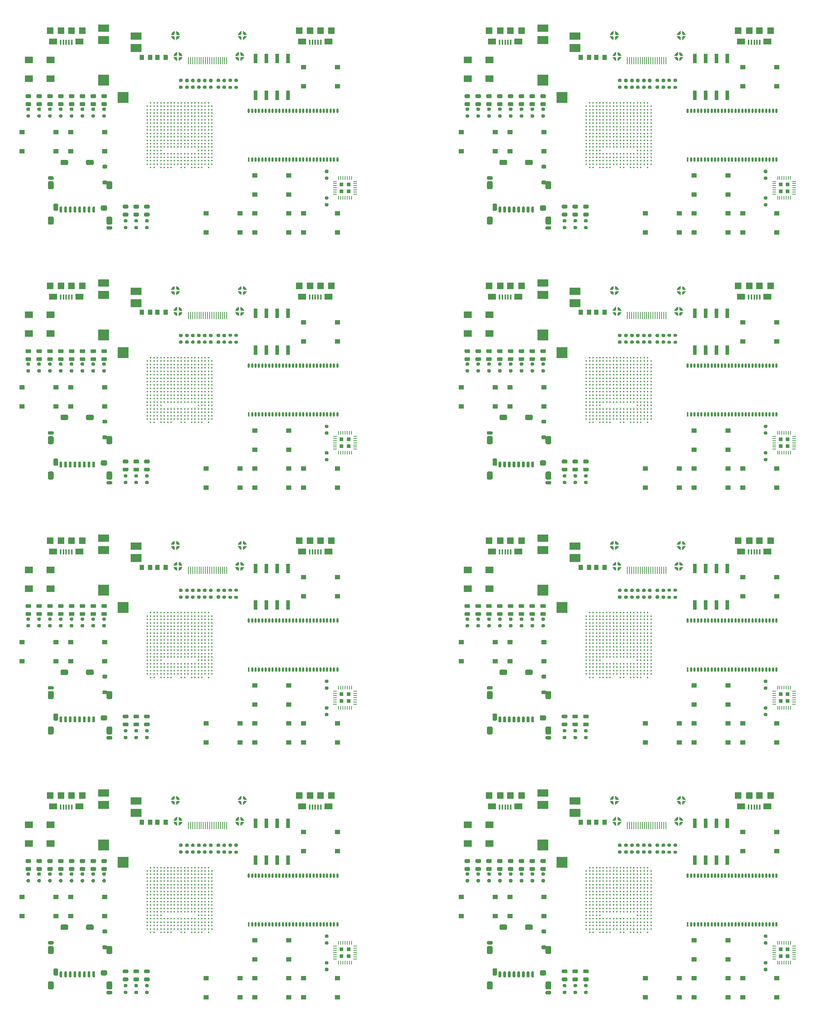
<source format=gbr>
G04 #@! TF.GenerationSoftware,KiCad,Pcbnew,5.99.0+really5.1.10+dfsg1-1*
G04 #@! TF.CreationDate,2021-09-29T09:26:01+02:00*
G04 #@! TF.ProjectId,ulx3s-panel,756c7833-732d-4706-916e-656c2e6b6963,rev?*
G04 #@! TF.SameCoordinates,Original*
G04 #@! TF.FileFunction,Paste,Top*
G04 #@! TF.FilePolarity,Positive*
%FSLAX46Y46*%
G04 Gerber Fmt 4.6, Leading zero omitted, Abs format (unit mm)*
G04 Created by KiCad (PCBNEW 5.99.0+really5.1.10+dfsg1-1) date 2021-09-29 09:26:01*
%MOMM*%
%LPD*%
G01*
G04 APERTURE LIST*
%ADD10C,0.100000*%
%ADD11R,1.296000X1.046000*%
%ADD12R,1.095000X1.200000*%
%ADD13R,0.850000X0.200000*%
%ADD14O,0.850000X0.200000*%
%ADD15O,0.200000X0.850000*%
%ADD16R,0.875000X0.875000*%
%ADD17R,0.920000X2.240000*%
%ADD18R,2.546000X1.746000*%
%ADD19R,2.546000X1.946000*%
%ADD20R,2.546000X2.546000*%
%ADD21R,1.900000X1.500000*%
%ADD22O,0.460000X1.100000*%
%ADD23R,0.460000X1.100000*%
%ADD24C,0.350000*%
%ADD25R,0.200000X1.800000*%
%ADD26R,1.846000X1.346000*%
%ADD27R,1.646000X1.646000*%
%ADD28R,0.300000X1.250000*%
%ADD29R,1.546000X1.646000*%
G04 APERTURE END LIST*
D10*
G04 #@! TO.C,GPDI1*
G36*
X55436004Y-94372014D02*
G01*
X55436004Y-93772014D01*
X55936004Y-94072014D01*
X56236004Y-94572014D01*
X55636004Y-94572014D01*
X55436004Y-94372014D01*
G37*
X55436004Y-94372014D02*
X55436004Y-93772014D01*
X55936004Y-94072014D01*
X56236004Y-94572014D01*
X55636004Y-94572014D01*
X55436004Y-94372014D01*
G36*
X54536004Y-94072014D02*
G01*
X55036004Y-93772014D01*
X55036004Y-94372014D01*
X54836004Y-94572014D01*
X54236004Y-94572014D01*
X54536004Y-94072014D01*
G37*
X54536004Y-94072014D02*
X55036004Y-93772014D01*
X55036004Y-94372014D01*
X54836004Y-94572014D01*
X54236004Y-94572014D01*
X54536004Y-94072014D01*
G36*
X54536004Y-95472014D02*
G01*
X54236004Y-94972014D01*
X54836004Y-94972014D01*
X55036004Y-95172014D01*
X55036004Y-95772014D01*
X54536004Y-95472014D01*
G37*
X54536004Y-95472014D02*
X54236004Y-94972014D01*
X54836004Y-94972014D01*
X55036004Y-95172014D01*
X55036004Y-95772014D01*
X54536004Y-95472014D01*
G36*
X55436004Y-95172014D02*
G01*
X55636004Y-94972014D01*
X56236004Y-94972014D01*
X55936004Y-95472014D01*
X55436004Y-95772014D01*
X55436004Y-95172014D01*
G37*
X55436004Y-95172014D02*
X55636004Y-94972014D01*
X56236004Y-94972014D01*
X55936004Y-95472014D01*
X55436004Y-95772014D01*
X55436004Y-95172014D01*
G36*
X55136004Y-98972014D02*
G01*
X55636004Y-98672014D01*
X55636004Y-99272014D01*
X55436004Y-99472014D01*
X54836004Y-99472014D01*
X55136004Y-98972014D01*
G37*
X55136004Y-98972014D02*
X55636004Y-98672014D01*
X55636004Y-99272014D01*
X55436004Y-99472014D01*
X54836004Y-99472014D01*
X55136004Y-98972014D01*
G36*
X56036004Y-99272014D02*
G01*
X56036004Y-98672014D01*
X56536004Y-98972014D01*
X56836004Y-99472014D01*
X56236004Y-99472014D01*
X56036004Y-99272014D01*
G37*
X56036004Y-99272014D02*
X56036004Y-98672014D01*
X56536004Y-98972014D01*
X56836004Y-99472014D01*
X56236004Y-99472014D01*
X56036004Y-99272014D01*
G36*
X56036004Y-100072014D02*
G01*
X56236004Y-99872014D01*
X56836004Y-99872014D01*
X56536004Y-100372014D01*
X56036004Y-100672014D01*
X56036004Y-100072014D01*
G37*
X56036004Y-100072014D02*
X56236004Y-99872014D01*
X56836004Y-99872014D01*
X56536004Y-100372014D01*
X56036004Y-100672014D01*
X56036004Y-100072014D01*
G36*
X55136004Y-100372014D02*
G01*
X54836004Y-99872014D01*
X55436004Y-99872014D01*
X55636004Y-100072014D01*
X55636004Y-100672014D01*
X55136004Y-100372014D01*
G37*
X55136004Y-100372014D02*
X54836004Y-99872014D01*
X55436004Y-99872014D01*
X55636004Y-100072014D01*
X55636004Y-100672014D01*
X55136004Y-100372014D01*
G36*
X69636004Y-100372014D02*
G01*
X69336004Y-99872014D01*
X69936004Y-99872014D01*
X70136004Y-100072014D01*
X70136004Y-100672014D01*
X69636004Y-100372014D01*
G37*
X69636004Y-100372014D02*
X69336004Y-99872014D01*
X69936004Y-99872014D01*
X70136004Y-100072014D01*
X70136004Y-100672014D01*
X69636004Y-100372014D01*
G36*
X70536004Y-100072014D02*
G01*
X70736004Y-99872014D01*
X71336004Y-99872014D01*
X71036004Y-100372014D01*
X70536004Y-100672014D01*
X70536004Y-100072014D01*
G37*
X70536004Y-100072014D02*
X70736004Y-99872014D01*
X71336004Y-99872014D01*
X71036004Y-100372014D01*
X70536004Y-100672014D01*
X70536004Y-100072014D01*
G36*
X69636004Y-98972014D02*
G01*
X70136004Y-98672014D01*
X70136004Y-99272014D01*
X69936004Y-99472014D01*
X69336004Y-99472014D01*
X69636004Y-98972014D01*
G37*
X69636004Y-98972014D02*
X70136004Y-98672014D01*
X70136004Y-99272014D01*
X69936004Y-99472014D01*
X69336004Y-99472014D01*
X69636004Y-98972014D01*
G36*
X70536004Y-99272014D02*
G01*
X70536004Y-98672014D01*
X71036004Y-98972014D01*
X71336004Y-99472014D01*
X70736004Y-99472014D01*
X70536004Y-99272014D01*
G37*
X70536004Y-99272014D02*
X70536004Y-98672014D01*
X71036004Y-98972014D01*
X71336004Y-99472014D01*
X70736004Y-99472014D01*
X70536004Y-99272014D01*
G36*
X70236004Y-95472014D02*
G01*
X69936004Y-94972014D01*
X70536004Y-94972014D01*
X70736004Y-95172014D01*
X70736004Y-95772014D01*
X70236004Y-95472014D01*
G37*
X70236004Y-95472014D02*
X69936004Y-94972014D01*
X70536004Y-94972014D01*
X70736004Y-95172014D01*
X70736004Y-95772014D01*
X70236004Y-95472014D01*
G36*
X71136004Y-95172014D02*
G01*
X71336004Y-94972014D01*
X71936004Y-94972014D01*
X71636004Y-95472014D01*
X71136004Y-95772014D01*
X71136004Y-95172014D01*
G37*
X71136004Y-95172014D02*
X71336004Y-94972014D01*
X71936004Y-94972014D01*
X71636004Y-95472014D01*
X71136004Y-95772014D01*
X71136004Y-95172014D01*
G36*
X70236004Y-94072014D02*
G01*
X70736004Y-93772014D01*
X70736004Y-94372014D01*
X70536004Y-94572014D01*
X69936004Y-94572014D01*
X70236004Y-94072014D01*
G37*
X70236004Y-94072014D02*
X70736004Y-93772014D01*
X70736004Y-94372014D01*
X70536004Y-94572014D01*
X69936004Y-94572014D01*
X70236004Y-94072014D01*
G36*
X71136004Y-94372014D02*
G01*
X71136004Y-93772014D01*
X71636004Y-94072014D01*
X71936004Y-94572014D01*
X71336004Y-94572014D01*
X71136004Y-94372014D01*
G37*
X71136004Y-94372014D02*
X71136004Y-93772014D01*
X71636004Y-94072014D01*
X71936004Y-94572014D01*
X71336004Y-94572014D01*
X71136004Y-94372014D01*
G36*
X-47544001Y-94372014D02*
G01*
X-47544001Y-93772014D01*
X-47044001Y-94072014D01*
X-46744001Y-94572014D01*
X-47344001Y-94572014D01*
X-47544001Y-94372014D01*
G37*
X-47544001Y-94372014D02*
X-47544001Y-93772014D01*
X-47044001Y-94072014D01*
X-46744001Y-94572014D01*
X-47344001Y-94572014D01*
X-47544001Y-94372014D01*
G36*
X-48444001Y-94072014D02*
G01*
X-47944001Y-93772014D01*
X-47944001Y-94372014D01*
X-48144001Y-94572014D01*
X-48744001Y-94572014D01*
X-48444001Y-94072014D01*
G37*
X-48444001Y-94072014D02*
X-47944001Y-93772014D01*
X-47944001Y-94372014D01*
X-48144001Y-94572014D01*
X-48744001Y-94572014D01*
X-48444001Y-94072014D01*
G36*
X-48444001Y-95472014D02*
G01*
X-48744001Y-94972014D01*
X-48144001Y-94972014D01*
X-47944001Y-95172014D01*
X-47944001Y-95772014D01*
X-48444001Y-95472014D01*
G37*
X-48444001Y-95472014D02*
X-48744001Y-94972014D01*
X-48144001Y-94972014D01*
X-47944001Y-95172014D01*
X-47944001Y-95772014D01*
X-48444001Y-95472014D01*
G36*
X-47544001Y-95172014D02*
G01*
X-47344001Y-94972014D01*
X-46744001Y-94972014D01*
X-47044001Y-95472014D01*
X-47544001Y-95772014D01*
X-47544001Y-95172014D01*
G37*
X-47544001Y-95172014D02*
X-47344001Y-94972014D01*
X-46744001Y-94972014D01*
X-47044001Y-95472014D01*
X-47544001Y-95772014D01*
X-47544001Y-95172014D01*
G36*
X-47844001Y-98972014D02*
G01*
X-47344001Y-98672014D01*
X-47344001Y-99272014D01*
X-47544001Y-99472014D01*
X-48144001Y-99472014D01*
X-47844001Y-98972014D01*
G37*
X-47844001Y-98972014D02*
X-47344001Y-98672014D01*
X-47344001Y-99272014D01*
X-47544001Y-99472014D01*
X-48144001Y-99472014D01*
X-47844001Y-98972014D01*
G36*
X-46944001Y-99272014D02*
G01*
X-46944001Y-98672014D01*
X-46444001Y-98972014D01*
X-46144001Y-99472014D01*
X-46744001Y-99472014D01*
X-46944001Y-99272014D01*
G37*
X-46944001Y-99272014D02*
X-46944001Y-98672014D01*
X-46444001Y-98972014D01*
X-46144001Y-99472014D01*
X-46744001Y-99472014D01*
X-46944001Y-99272014D01*
G36*
X-46944001Y-100072014D02*
G01*
X-46744001Y-99872014D01*
X-46144001Y-99872014D01*
X-46444001Y-100372014D01*
X-46944001Y-100672014D01*
X-46944001Y-100072014D01*
G37*
X-46944001Y-100072014D02*
X-46744001Y-99872014D01*
X-46144001Y-99872014D01*
X-46444001Y-100372014D01*
X-46944001Y-100672014D01*
X-46944001Y-100072014D01*
G36*
X-47844001Y-100372014D02*
G01*
X-48144001Y-99872014D01*
X-47544001Y-99872014D01*
X-47344001Y-100072014D01*
X-47344001Y-100672014D01*
X-47844001Y-100372014D01*
G37*
X-47844001Y-100372014D02*
X-48144001Y-99872014D01*
X-47544001Y-99872014D01*
X-47344001Y-100072014D01*
X-47344001Y-100672014D01*
X-47844001Y-100372014D01*
G36*
X-33344001Y-100372014D02*
G01*
X-33644001Y-99872014D01*
X-33044001Y-99872014D01*
X-32844001Y-100072014D01*
X-32844001Y-100672014D01*
X-33344001Y-100372014D01*
G37*
X-33344001Y-100372014D02*
X-33644001Y-99872014D01*
X-33044001Y-99872014D01*
X-32844001Y-100072014D01*
X-32844001Y-100672014D01*
X-33344001Y-100372014D01*
G36*
X-32444001Y-100072014D02*
G01*
X-32244001Y-99872014D01*
X-31644001Y-99872014D01*
X-31944001Y-100372014D01*
X-32444001Y-100672014D01*
X-32444001Y-100072014D01*
G37*
X-32444001Y-100072014D02*
X-32244001Y-99872014D01*
X-31644001Y-99872014D01*
X-31944001Y-100372014D01*
X-32444001Y-100672014D01*
X-32444001Y-100072014D01*
G36*
X-33344001Y-98972014D02*
G01*
X-32844001Y-98672014D01*
X-32844001Y-99272014D01*
X-33044001Y-99472014D01*
X-33644001Y-99472014D01*
X-33344001Y-98972014D01*
G37*
X-33344001Y-98972014D02*
X-32844001Y-98672014D01*
X-32844001Y-99272014D01*
X-33044001Y-99472014D01*
X-33644001Y-99472014D01*
X-33344001Y-98972014D01*
G36*
X-32444001Y-99272014D02*
G01*
X-32444001Y-98672014D01*
X-31944001Y-98972014D01*
X-31644001Y-99472014D01*
X-32244001Y-99472014D01*
X-32444001Y-99272014D01*
G37*
X-32444001Y-99272014D02*
X-32444001Y-98672014D01*
X-31944001Y-98972014D01*
X-31644001Y-99472014D01*
X-32244001Y-99472014D01*
X-32444001Y-99272014D01*
G36*
X-32744001Y-95472014D02*
G01*
X-33044001Y-94972014D01*
X-32444001Y-94972014D01*
X-32244001Y-95172014D01*
X-32244001Y-95772014D01*
X-32744001Y-95472014D01*
G37*
X-32744001Y-95472014D02*
X-33044001Y-94972014D01*
X-32444001Y-94972014D01*
X-32244001Y-95172014D01*
X-32244001Y-95772014D01*
X-32744001Y-95472014D01*
G36*
X-31844001Y-95172014D02*
G01*
X-31644001Y-94972014D01*
X-31044001Y-94972014D01*
X-31344001Y-95472014D01*
X-31844001Y-95772014D01*
X-31844001Y-95172014D01*
G37*
X-31844001Y-95172014D02*
X-31644001Y-94972014D01*
X-31044001Y-94972014D01*
X-31344001Y-95472014D01*
X-31844001Y-95772014D01*
X-31844001Y-95172014D01*
G36*
X-32744001Y-94072014D02*
G01*
X-32244001Y-93772014D01*
X-32244001Y-94372014D01*
X-32444001Y-94572014D01*
X-33044001Y-94572014D01*
X-32744001Y-94072014D01*
G37*
X-32744001Y-94072014D02*
X-32244001Y-93772014D01*
X-32244001Y-94372014D01*
X-32444001Y-94572014D01*
X-33044001Y-94572014D01*
X-32744001Y-94072014D01*
G36*
X-31844001Y-94372014D02*
G01*
X-31844001Y-93772014D01*
X-31344001Y-94072014D01*
X-31044001Y-94572014D01*
X-31644001Y-94572014D01*
X-31844001Y-94372014D01*
G37*
X-31844001Y-94372014D02*
X-31844001Y-93772014D01*
X-31344001Y-94072014D01*
X-31044001Y-94572014D01*
X-31644001Y-94572014D01*
X-31844001Y-94372014D01*
G36*
X55436004Y-34572009D02*
G01*
X55436004Y-33972009D01*
X55936004Y-34272009D01*
X56236004Y-34772009D01*
X55636004Y-34772009D01*
X55436004Y-34572009D01*
G37*
X55436004Y-34572009D02*
X55436004Y-33972009D01*
X55936004Y-34272009D01*
X56236004Y-34772009D01*
X55636004Y-34772009D01*
X55436004Y-34572009D01*
G36*
X54536004Y-34272009D02*
G01*
X55036004Y-33972009D01*
X55036004Y-34572009D01*
X54836004Y-34772009D01*
X54236004Y-34772009D01*
X54536004Y-34272009D01*
G37*
X54536004Y-34272009D02*
X55036004Y-33972009D01*
X55036004Y-34572009D01*
X54836004Y-34772009D01*
X54236004Y-34772009D01*
X54536004Y-34272009D01*
G36*
X54536004Y-35672009D02*
G01*
X54236004Y-35172009D01*
X54836004Y-35172009D01*
X55036004Y-35372009D01*
X55036004Y-35972009D01*
X54536004Y-35672009D01*
G37*
X54536004Y-35672009D02*
X54236004Y-35172009D01*
X54836004Y-35172009D01*
X55036004Y-35372009D01*
X55036004Y-35972009D01*
X54536004Y-35672009D01*
G36*
X55436004Y-35372009D02*
G01*
X55636004Y-35172009D01*
X56236004Y-35172009D01*
X55936004Y-35672009D01*
X55436004Y-35972009D01*
X55436004Y-35372009D01*
G37*
X55436004Y-35372009D02*
X55636004Y-35172009D01*
X56236004Y-35172009D01*
X55936004Y-35672009D01*
X55436004Y-35972009D01*
X55436004Y-35372009D01*
G36*
X55136004Y-39172009D02*
G01*
X55636004Y-38872009D01*
X55636004Y-39472009D01*
X55436004Y-39672009D01*
X54836004Y-39672009D01*
X55136004Y-39172009D01*
G37*
X55136004Y-39172009D02*
X55636004Y-38872009D01*
X55636004Y-39472009D01*
X55436004Y-39672009D01*
X54836004Y-39672009D01*
X55136004Y-39172009D01*
G36*
X56036004Y-39472009D02*
G01*
X56036004Y-38872009D01*
X56536004Y-39172009D01*
X56836004Y-39672009D01*
X56236004Y-39672009D01*
X56036004Y-39472009D01*
G37*
X56036004Y-39472009D02*
X56036004Y-38872009D01*
X56536004Y-39172009D01*
X56836004Y-39672009D01*
X56236004Y-39672009D01*
X56036004Y-39472009D01*
G36*
X56036004Y-40272009D02*
G01*
X56236004Y-40072009D01*
X56836004Y-40072009D01*
X56536004Y-40572009D01*
X56036004Y-40872009D01*
X56036004Y-40272009D01*
G37*
X56036004Y-40272009D02*
X56236004Y-40072009D01*
X56836004Y-40072009D01*
X56536004Y-40572009D01*
X56036004Y-40872009D01*
X56036004Y-40272009D01*
G36*
X55136004Y-40572009D02*
G01*
X54836004Y-40072009D01*
X55436004Y-40072009D01*
X55636004Y-40272009D01*
X55636004Y-40872009D01*
X55136004Y-40572009D01*
G37*
X55136004Y-40572009D02*
X54836004Y-40072009D01*
X55436004Y-40072009D01*
X55636004Y-40272009D01*
X55636004Y-40872009D01*
X55136004Y-40572009D01*
G36*
X69636004Y-40572009D02*
G01*
X69336004Y-40072009D01*
X69936004Y-40072009D01*
X70136004Y-40272009D01*
X70136004Y-40872009D01*
X69636004Y-40572009D01*
G37*
X69636004Y-40572009D02*
X69336004Y-40072009D01*
X69936004Y-40072009D01*
X70136004Y-40272009D01*
X70136004Y-40872009D01*
X69636004Y-40572009D01*
G36*
X70536004Y-40272009D02*
G01*
X70736004Y-40072009D01*
X71336004Y-40072009D01*
X71036004Y-40572009D01*
X70536004Y-40872009D01*
X70536004Y-40272009D01*
G37*
X70536004Y-40272009D02*
X70736004Y-40072009D01*
X71336004Y-40072009D01*
X71036004Y-40572009D01*
X70536004Y-40872009D01*
X70536004Y-40272009D01*
G36*
X69636004Y-39172009D02*
G01*
X70136004Y-38872009D01*
X70136004Y-39472009D01*
X69936004Y-39672009D01*
X69336004Y-39672009D01*
X69636004Y-39172009D01*
G37*
X69636004Y-39172009D02*
X70136004Y-38872009D01*
X70136004Y-39472009D01*
X69936004Y-39672009D01*
X69336004Y-39672009D01*
X69636004Y-39172009D01*
G36*
X70536004Y-39472009D02*
G01*
X70536004Y-38872009D01*
X71036004Y-39172009D01*
X71336004Y-39672009D01*
X70736004Y-39672009D01*
X70536004Y-39472009D01*
G37*
X70536004Y-39472009D02*
X70536004Y-38872009D01*
X71036004Y-39172009D01*
X71336004Y-39672009D01*
X70736004Y-39672009D01*
X70536004Y-39472009D01*
G36*
X70236004Y-35672009D02*
G01*
X69936004Y-35172009D01*
X70536004Y-35172009D01*
X70736004Y-35372009D01*
X70736004Y-35972009D01*
X70236004Y-35672009D01*
G37*
X70236004Y-35672009D02*
X69936004Y-35172009D01*
X70536004Y-35172009D01*
X70736004Y-35372009D01*
X70736004Y-35972009D01*
X70236004Y-35672009D01*
G36*
X71136004Y-35372009D02*
G01*
X71336004Y-35172009D01*
X71936004Y-35172009D01*
X71636004Y-35672009D01*
X71136004Y-35972009D01*
X71136004Y-35372009D01*
G37*
X71136004Y-35372009D02*
X71336004Y-35172009D01*
X71936004Y-35172009D01*
X71636004Y-35672009D01*
X71136004Y-35972009D01*
X71136004Y-35372009D01*
G36*
X70236004Y-34272009D02*
G01*
X70736004Y-33972009D01*
X70736004Y-34572009D01*
X70536004Y-34772009D01*
X69936004Y-34772009D01*
X70236004Y-34272009D01*
G37*
X70236004Y-34272009D02*
X70736004Y-33972009D01*
X70736004Y-34572009D01*
X70536004Y-34772009D01*
X69936004Y-34772009D01*
X70236004Y-34272009D01*
G36*
X71136004Y-34572009D02*
G01*
X71136004Y-33972009D01*
X71636004Y-34272009D01*
X71936004Y-34772009D01*
X71336004Y-34772009D01*
X71136004Y-34572009D01*
G37*
X71136004Y-34572009D02*
X71136004Y-33972009D01*
X71636004Y-34272009D01*
X71936004Y-34772009D01*
X71336004Y-34772009D01*
X71136004Y-34572009D01*
G36*
X-47544001Y-34572009D02*
G01*
X-47544001Y-33972009D01*
X-47044001Y-34272009D01*
X-46744001Y-34772009D01*
X-47344001Y-34772009D01*
X-47544001Y-34572009D01*
G37*
X-47544001Y-34572009D02*
X-47544001Y-33972009D01*
X-47044001Y-34272009D01*
X-46744001Y-34772009D01*
X-47344001Y-34772009D01*
X-47544001Y-34572009D01*
G36*
X-48444001Y-34272009D02*
G01*
X-47944001Y-33972009D01*
X-47944001Y-34572009D01*
X-48144001Y-34772009D01*
X-48744001Y-34772009D01*
X-48444001Y-34272009D01*
G37*
X-48444001Y-34272009D02*
X-47944001Y-33972009D01*
X-47944001Y-34572009D01*
X-48144001Y-34772009D01*
X-48744001Y-34772009D01*
X-48444001Y-34272009D01*
G36*
X-48444001Y-35672009D02*
G01*
X-48744001Y-35172009D01*
X-48144001Y-35172009D01*
X-47944001Y-35372009D01*
X-47944001Y-35972009D01*
X-48444001Y-35672009D01*
G37*
X-48444001Y-35672009D02*
X-48744001Y-35172009D01*
X-48144001Y-35172009D01*
X-47944001Y-35372009D01*
X-47944001Y-35972009D01*
X-48444001Y-35672009D01*
G36*
X-47544001Y-35372009D02*
G01*
X-47344001Y-35172009D01*
X-46744001Y-35172009D01*
X-47044001Y-35672009D01*
X-47544001Y-35972009D01*
X-47544001Y-35372009D01*
G37*
X-47544001Y-35372009D02*
X-47344001Y-35172009D01*
X-46744001Y-35172009D01*
X-47044001Y-35672009D01*
X-47544001Y-35972009D01*
X-47544001Y-35372009D01*
G36*
X-47844001Y-39172009D02*
G01*
X-47344001Y-38872009D01*
X-47344001Y-39472009D01*
X-47544001Y-39672009D01*
X-48144001Y-39672009D01*
X-47844001Y-39172009D01*
G37*
X-47844001Y-39172009D02*
X-47344001Y-38872009D01*
X-47344001Y-39472009D01*
X-47544001Y-39672009D01*
X-48144001Y-39672009D01*
X-47844001Y-39172009D01*
G36*
X-46944001Y-39472009D02*
G01*
X-46944001Y-38872009D01*
X-46444001Y-39172009D01*
X-46144001Y-39672009D01*
X-46744001Y-39672009D01*
X-46944001Y-39472009D01*
G37*
X-46944001Y-39472009D02*
X-46944001Y-38872009D01*
X-46444001Y-39172009D01*
X-46144001Y-39672009D01*
X-46744001Y-39672009D01*
X-46944001Y-39472009D01*
G36*
X-46944001Y-40272009D02*
G01*
X-46744001Y-40072009D01*
X-46144001Y-40072009D01*
X-46444001Y-40572009D01*
X-46944001Y-40872009D01*
X-46944001Y-40272009D01*
G37*
X-46944001Y-40272009D02*
X-46744001Y-40072009D01*
X-46144001Y-40072009D01*
X-46444001Y-40572009D01*
X-46944001Y-40872009D01*
X-46944001Y-40272009D01*
G36*
X-47844001Y-40572009D02*
G01*
X-48144001Y-40072009D01*
X-47544001Y-40072009D01*
X-47344001Y-40272009D01*
X-47344001Y-40872009D01*
X-47844001Y-40572009D01*
G37*
X-47844001Y-40572009D02*
X-48144001Y-40072009D01*
X-47544001Y-40072009D01*
X-47344001Y-40272009D01*
X-47344001Y-40872009D01*
X-47844001Y-40572009D01*
G36*
X-33344001Y-40572009D02*
G01*
X-33644001Y-40072009D01*
X-33044001Y-40072009D01*
X-32844001Y-40272009D01*
X-32844001Y-40872009D01*
X-33344001Y-40572009D01*
G37*
X-33344001Y-40572009D02*
X-33644001Y-40072009D01*
X-33044001Y-40072009D01*
X-32844001Y-40272009D01*
X-32844001Y-40872009D01*
X-33344001Y-40572009D01*
G36*
X-32444001Y-40272009D02*
G01*
X-32244001Y-40072009D01*
X-31644001Y-40072009D01*
X-31944001Y-40572009D01*
X-32444001Y-40872009D01*
X-32444001Y-40272009D01*
G37*
X-32444001Y-40272009D02*
X-32244001Y-40072009D01*
X-31644001Y-40072009D01*
X-31944001Y-40572009D01*
X-32444001Y-40872009D01*
X-32444001Y-40272009D01*
G36*
X-33344001Y-39172009D02*
G01*
X-32844001Y-38872009D01*
X-32844001Y-39472009D01*
X-33044001Y-39672009D01*
X-33644001Y-39672009D01*
X-33344001Y-39172009D01*
G37*
X-33344001Y-39172009D02*
X-32844001Y-38872009D01*
X-32844001Y-39472009D01*
X-33044001Y-39672009D01*
X-33644001Y-39672009D01*
X-33344001Y-39172009D01*
G36*
X-32444001Y-39472009D02*
G01*
X-32444001Y-38872009D01*
X-31944001Y-39172009D01*
X-31644001Y-39672009D01*
X-32244001Y-39672009D01*
X-32444001Y-39472009D01*
G37*
X-32444001Y-39472009D02*
X-32444001Y-38872009D01*
X-31944001Y-39172009D01*
X-31644001Y-39672009D01*
X-32244001Y-39672009D01*
X-32444001Y-39472009D01*
G36*
X-32744001Y-35672009D02*
G01*
X-33044001Y-35172009D01*
X-32444001Y-35172009D01*
X-32244001Y-35372009D01*
X-32244001Y-35972009D01*
X-32744001Y-35672009D01*
G37*
X-32744001Y-35672009D02*
X-33044001Y-35172009D01*
X-32444001Y-35172009D01*
X-32244001Y-35372009D01*
X-32244001Y-35972009D01*
X-32744001Y-35672009D01*
G36*
X-31844001Y-35372009D02*
G01*
X-31644001Y-35172009D01*
X-31044001Y-35172009D01*
X-31344001Y-35672009D01*
X-31844001Y-35972009D01*
X-31844001Y-35372009D01*
G37*
X-31844001Y-35372009D02*
X-31644001Y-35172009D01*
X-31044001Y-35172009D01*
X-31344001Y-35672009D01*
X-31844001Y-35972009D01*
X-31844001Y-35372009D01*
G36*
X-32744001Y-34272009D02*
G01*
X-32244001Y-33972009D01*
X-32244001Y-34572009D01*
X-32444001Y-34772009D01*
X-33044001Y-34772009D01*
X-32744001Y-34272009D01*
G37*
X-32744001Y-34272009D02*
X-32244001Y-33972009D01*
X-32244001Y-34572009D01*
X-32444001Y-34772009D01*
X-33044001Y-34772009D01*
X-32744001Y-34272009D01*
G36*
X-31844001Y-34572009D02*
G01*
X-31844001Y-33972009D01*
X-31344001Y-34272009D01*
X-31044001Y-34772009D01*
X-31644001Y-34772009D01*
X-31844001Y-34572009D01*
G37*
X-31844001Y-34572009D02*
X-31844001Y-33972009D01*
X-31344001Y-34272009D01*
X-31044001Y-34772009D01*
X-31644001Y-34772009D01*
X-31844001Y-34572009D01*
G36*
X55436004Y25227996D02*
G01*
X55436004Y25827996D01*
X55936004Y25527996D01*
X56236004Y25027996D01*
X55636004Y25027996D01*
X55436004Y25227996D01*
G37*
X55436004Y25227996D02*
X55436004Y25827996D01*
X55936004Y25527996D01*
X56236004Y25027996D01*
X55636004Y25027996D01*
X55436004Y25227996D01*
G36*
X54536004Y25527996D02*
G01*
X55036004Y25827996D01*
X55036004Y25227996D01*
X54836004Y25027996D01*
X54236004Y25027996D01*
X54536004Y25527996D01*
G37*
X54536004Y25527996D02*
X55036004Y25827996D01*
X55036004Y25227996D01*
X54836004Y25027996D01*
X54236004Y25027996D01*
X54536004Y25527996D01*
G36*
X54536004Y24127996D02*
G01*
X54236004Y24627996D01*
X54836004Y24627996D01*
X55036004Y24427996D01*
X55036004Y23827996D01*
X54536004Y24127996D01*
G37*
X54536004Y24127996D02*
X54236004Y24627996D01*
X54836004Y24627996D01*
X55036004Y24427996D01*
X55036004Y23827996D01*
X54536004Y24127996D01*
G36*
X55436004Y24427996D02*
G01*
X55636004Y24627996D01*
X56236004Y24627996D01*
X55936004Y24127996D01*
X55436004Y23827996D01*
X55436004Y24427996D01*
G37*
X55436004Y24427996D02*
X55636004Y24627996D01*
X56236004Y24627996D01*
X55936004Y24127996D01*
X55436004Y23827996D01*
X55436004Y24427996D01*
G36*
X55136004Y20627996D02*
G01*
X55636004Y20927996D01*
X55636004Y20327996D01*
X55436004Y20127996D01*
X54836004Y20127996D01*
X55136004Y20627996D01*
G37*
X55136004Y20627996D02*
X55636004Y20927996D01*
X55636004Y20327996D01*
X55436004Y20127996D01*
X54836004Y20127996D01*
X55136004Y20627996D01*
G36*
X56036004Y20327996D02*
G01*
X56036004Y20927996D01*
X56536004Y20627996D01*
X56836004Y20127996D01*
X56236004Y20127996D01*
X56036004Y20327996D01*
G37*
X56036004Y20327996D02*
X56036004Y20927996D01*
X56536004Y20627996D01*
X56836004Y20127996D01*
X56236004Y20127996D01*
X56036004Y20327996D01*
G36*
X56036004Y19527996D02*
G01*
X56236004Y19727996D01*
X56836004Y19727996D01*
X56536004Y19227996D01*
X56036004Y18927996D01*
X56036004Y19527996D01*
G37*
X56036004Y19527996D02*
X56236004Y19727996D01*
X56836004Y19727996D01*
X56536004Y19227996D01*
X56036004Y18927996D01*
X56036004Y19527996D01*
G36*
X55136004Y19227996D02*
G01*
X54836004Y19727996D01*
X55436004Y19727996D01*
X55636004Y19527996D01*
X55636004Y18927996D01*
X55136004Y19227996D01*
G37*
X55136004Y19227996D02*
X54836004Y19727996D01*
X55436004Y19727996D01*
X55636004Y19527996D01*
X55636004Y18927996D01*
X55136004Y19227996D01*
G36*
X69636004Y19227996D02*
G01*
X69336004Y19727996D01*
X69936004Y19727996D01*
X70136004Y19527996D01*
X70136004Y18927996D01*
X69636004Y19227996D01*
G37*
X69636004Y19227996D02*
X69336004Y19727996D01*
X69936004Y19727996D01*
X70136004Y19527996D01*
X70136004Y18927996D01*
X69636004Y19227996D01*
G36*
X70536004Y19527996D02*
G01*
X70736004Y19727996D01*
X71336004Y19727996D01*
X71036004Y19227996D01*
X70536004Y18927996D01*
X70536004Y19527996D01*
G37*
X70536004Y19527996D02*
X70736004Y19727996D01*
X71336004Y19727996D01*
X71036004Y19227996D01*
X70536004Y18927996D01*
X70536004Y19527996D01*
G36*
X69636004Y20627996D02*
G01*
X70136004Y20927996D01*
X70136004Y20327996D01*
X69936004Y20127996D01*
X69336004Y20127996D01*
X69636004Y20627996D01*
G37*
X69636004Y20627996D02*
X70136004Y20927996D01*
X70136004Y20327996D01*
X69936004Y20127996D01*
X69336004Y20127996D01*
X69636004Y20627996D01*
G36*
X70536004Y20327996D02*
G01*
X70536004Y20927996D01*
X71036004Y20627996D01*
X71336004Y20127996D01*
X70736004Y20127996D01*
X70536004Y20327996D01*
G37*
X70536004Y20327996D02*
X70536004Y20927996D01*
X71036004Y20627996D01*
X71336004Y20127996D01*
X70736004Y20127996D01*
X70536004Y20327996D01*
G36*
X70236004Y24127996D02*
G01*
X69936004Y24627996D01*
X70536004Y24627996D01*
X70736004Y24427996D01*
X70736004Y23827996D01*
X70236004Y24127996D01*
G37*
X70236004Y24127996D02*
X69936004Y24627996D01*
X70536004Y24627996D01*
X70736004Y24427996D01*
X70736004Y23827996D01*
X70236004Y24127996D01*
G36*
X71136004Y24427996D02*
G01*
X71336004Y24627996D01*
X71936004Y24627996D01*
X71636004Y24127996D01*
X71136004Y23827996D01*
X71136004Y24427996D01*
G37*
X71136004Y24427996D02*
X71336004Y24627996D01*
X71936004Y24627996D01*
X71636004Y24127996D01*
X71136004Y23827996D01*
X71136004Y24427996D01*
G36*
X70236004Y25527996D02*
G01*
X70736004Y25827996D01*
X70736004Y25227996D01*
X70536004Y25027996D01*
X69936004Y25027996D01*
X70236004Y25527996D01*
G37*
X70236004Y25527996D02*
X70736004Y25827996D01*
X70736004Y25227996D01*
X70536004Y25027996D01*
X69936004Y25027996D01*
X70236004Y25527996D01*
G36*
X71136004Y25227996D02*
G01*
X71136004Y25827996D01*
X71636004Y25527996D01*
X71936004Y25027996D01*
X71336004Y25027996D01*
X71136004Y25227996D01*
G37*
X71136004Y25227996D02*
X71136004Y25827996D01*
X71636004Y25527996D01*
X71936004Y25027996D01*
X71336004Y25027996D01*
X71136004Y25227996D01*
G36*
X-47544001Y25227996D02*
G01*
X-47544001Y25827996D01*
X-47044001Y25527996D01*
X-46744001Y25027996D01*
X-47344001Y25027996D01*
X-47544001Y25227996D01*
G37*
X-47544001Y25227996D02*
X-47544001Y25827996D01*
X-47044001Y25527996D01*
X-46744001Y25027996D01*
X-47344001Y25027996D01*
X-47544001Y25227996D01*
G36*
X-48444001Y25527996D02*
G01*
X-47944001Y25827996D01*
X-47944001Y25227996D01*
X-48144001Y25027996D01*
X-48744001Y25027996D01*
X-48444001Y25527996D01*
G37*
X-48444001Y25527996D02*
X-47944001Y25827996D01*
X-47944001Y25227996D01*
X-48144001Y25027996D01*
X-48744001Y25027996D01*
X-48444001Y25527996D01*
G36*
X-48444001Y24127996D02*
G01*
X-48744001Y24627996D01*
X-48144001Y24627996D01*
X-47944001Y24427996D01*
X-47944001Y23827996D01*
X-48444001Y24127996D01*
G37*
X-48444001Y24127996D02*
X-48744001Y24627996D01*
X-48144001Y24627996D01*
X-47944001Y24427996D01*
X-47944001Y23827996D01*
X-48444001Y24127996D01*
G36*
X-47544001Y24427996D02*
G01*
X-47344001Y24627996D01*
X-46744001Y24627996D01*
X-47044001Y24127996D01*
X-47544001Y23827996D01*
X-47544001Y24427996D01*
G37*
X-47544001Y24427996D02*
X-47344001Y24627996D01*
X-46744001Y24627996D01*
X-47044001Y24127996D01*
X-47544001Y23827996D01*
X-47544001Y24427996D01*
G36*
X-47844001Y20627996D02*
G01*
X-47344001Y20927996D01*
X-47344001Y20327996D01*
X-47544001Y20127996D01*
X-48144001Y20127996D01*
X-47844001Y20627996D01*
G37*
X-47844001Y20627996D02*
X-47344001Y20927996D01*
X-47344001Y20327996D01*
X-47544001Y20127996D01*
X-48144001Y20127996D01*
X-47844001Y20627996D01*
G36*
X-46944001Y20327996D02*
G01*
X-46944001Y20927996D01*
X-46444001Y20627996D01*
X-46144001Y20127996D01*
X-46744001Y20127996D01*
X-46944001Y20327996D01*
G37*
X-46944001Y20327996D02*
X-46944001Y20927996D01*
X-46444001Y20627996D01*
X-46144001Y20127996D01*
X-46744001Y20127996D01*
X-46944001Y20327996D01*
G36*
X-46944001Y19527996D02*
G01*
X-46744001Y19727996D01*
X-46144001Y19727996D01*
X-46444001Y19227996D01*
X-46944001Y18927996D01*
X-46944001Y19527996D01*
G37*
X-46944001Y19527996D02*
X-46744001Y19727996D01*
X-46144001Y19727996D01*
X-46444001Y19227996D01*
X-46944001Y18927996D01*
X-46944001Y19527996D01*
G36*
X-47844001Y19227996D02*
G01*
X-48144001Y19727996D01*
X-47544001Y19727996D01*
X-47344001Y19527996D01*
X-47344001Y18927996D01*
X-47844001Y19227996D01*
G37*
X-47844001Y19227996D02*
X-48144001Y19727996D01*
X-47544001Y19727996D01*
X-47344001Y19527996D01*
X-47344001Y18927996D01*
X-47844001Y19227996D01*
G36*
X-33344001Y19227996D02*
G01*
X-33644001Y19727996D01*
X-33044001Y19727996D01*
X-32844001Y19527996D01*
X-32844001Y18927996D01*
X-33344001Y19227996D01*
G37*
X-33344001Y19227996D02*
X-33644001Y19727996D01*
X-33044001Y19727996D01*
X-32844001Y19527996D01*
X-32844001Y18927996D01*
X-33344001Y19227996D01*
G36*
X-32444001Y19527996D02*
G01*
X-32244001Y19727996D01*
X-31644001Y19727996D01*
X-31944001Y19227996D01*
X-32444001Y18927996D01*
X-32444001Y19527996D01*
G37*
X-32444001Y19527996D02*
X-32244001Y19727996D01*
X-31644001Y19727996D01*
X-31944001Y19227996D01*
X-32444001Y18927996D01*
X-32444001Y19527996D01*
G36*
X-33344001Y20627996D02*
G01*
X-32844001Y20927996D01*
X-32844001Y20327996D01*
X-33044001Y20127996D01*
X-33644001Y20127996D01*
X-33344001Y20627996D01*
G37*
X-33344001Y20627996D02*
X-32844001Y20927996D01*
X-32844001Y20327996D01*
X-33044001Y20127996D01*
X-33644001Y20127996D01*
X-33344001Y20627996D01*
G36*
X-32444001Y20327996D02*
G01*
X-32444001Y20927996D01*
X-31944001Y20627996D01*
X-31644001Y20127996D01*
X-32244001Y20127996D01*
X-32444001Y20327996D01*
G37*
X-32444001Y20327996D02*
X-32444001Y20927996D01*
X-31944001Y20627996D01*
X-31644001Y20127996D01*
X-32244001Y20127996D01*
X-32444001Y20327996D01*
G36*
X-32744001Y24127996D02*
G01*
X-33044001Y24627996D01*
X-32444001Y24627996D01*
X-32244001Y24427996D01*
X-32244001Y23827996D01*
X-32744001Y24127996D01*
G37*
X-32744001Y24127996D02*
X-33044001Y24627996D01*
X-32444001Y24627996D01*
X-32244001Y24427996D01*
X-32244001Y23827996D01*
X-32744001Y24127996D01*
G36*
X-31844001Y24427996D02*
G01*
X-31644001Y24627996D01*
X-31044001Y24627996D01*
X-31344001Y24127996D01*
X-31844001Y23827996D01*
X-31844001Y24427996D01*
G37*
X-31844001Y24427996D02*
X-31644001Y24627996D01*
X-31044001Y24627996D01*
X-31344001Y24127996D01*
X-31844001Y23827996D01*
X-31844001Y24427996D01*
G36*
X-32744001Y25527996D02*
G01*
X-32244001Y25827996D01*
X-32244001Y25227996D01*
X-32444001Y25027996D01*
X-33044001Y25027996D01*
X-32744001Y25527996D01*
G37*
X-32744001Y25527996D02*
X-32244001Y25827996D01*
X-32244001Y25227996D01*
X-32444001Y25027996D01*
X-33044001Y25027996D01*
X-32744001Y25527996D01*
G36*
X-31844001Y25227996D02*
G01*
X-31844001Y25827996D01*
X-31344001Y25527996D01*
X-31044001Y25027996D01*
X-31644001Y25027996D01*
X-31844001Y25227996D01*
G37*
X-31844001Y25227996D02*
X-31844001Y25827996D01*
X-31344001Y25527996D01*
X-31044001Y25027996D01*
X-31644001Y25027996D01*
X-31844001Y25227996D01*
G36*
X55436004Y85028001D02*
G01*
X55436004Y85628001D01*
X55936004Y85328001D01*
X56236004Y84828001D01*
X55636004Y84828001D01*
X55436004Y85028001D01*
G37*
X55436004Y85028001D02*
X55436004Y85628001D01*
X55936004Y85328001D01*
X56236004Y84828001D01*
X55636004Y84828001D01*
X55436004Y85028001D01*
G36*
X54536004Y85328001D02*
G01*
X55036004Y85628001D01*
X55036004Y85028001D01*
X54836004Y84828001D01*
X54236004Y84828001D01*
X54536004Y85328001D01*
G37*
X54536004Y85328001D02*
X55036004Y85628001D01*
X55036004Y85028001D01*
X54836004Y84828001D01*
X54236004Y84828001D01*
X54536004Y85328001D01*
G36*
X54536004Y83928001D02*
G01*
X54236004Y84428001D01*
X54836004Y84428001D01*
X55036004Y84228001D01*
X55036004Y83628001D01*
X54536004Y83928001D01*
G37*
X54536004Y83928001D02*
X54236004Y84428001D01*
X54836004Y84428001D01*
X55036004Y84228001D01*
X55036004Y83628001D01*
X54536004Y83928001D01*
G36*
X55436004Y84228001D02*
G01*
X55636004Y84428001D01*
X56236004Y84428001D01*
X55936004Y83928001D01*
X55436004Y83628001D01*
X55436004Y84228001D01*
G37*
X55436004Y84228001D02*
X55636004Y84428001D01*
X56236004Y84428001D01*
X55936004Y83928001D01*
X55436004Y83628001D01*
X55436004Y84228001D01*
G36*
X55136004Y80428001D02*
G01*
X55636004Y80728001D01*
X55636004Y80128001D01*
X55436004Y79928001D01*
X54836004Y79928001D01*
X55136004Y80428001D01*
G37*
X55136004Y80428001D02*
X55636004Y80728001D01*
X55636004Y80128001D01*
X55436004Y79928001D01*
X54836004Y79928001D01*
X55136004Y80428001D01*
G36*
X56036004Y80128001D02*
G01*
X56036004Y80728001D01*
X56536004Y80428001D01*
X56836004Y79928001D01*
X56236004Y79928001D01*
X56036004Y80128001D01*
G37*
X56036004Y80128001D02*
X56036004Y80728001D01*
X56536004Y80428001D01*
X56836004Y79928001D01*
X56236004Y79928001D01*
X56036004Y80128001D01*
G36*
X56036004Y79328001D02*
G01*
X56236004Y79528001D01*
X56836004Y79528001D01*
X56536004Y79028001D01*
X56036004Y78728001D01*
X56036004Y79328001D01*
G37*
X56036004Y79328001D02*
X56236004Y79528001D01*
X56836004Y79528001D01*
X56536004Y79028001D01*
X56036004Y78728001D01*
X56036004Y79328001D01*
G36*
X55136004Y79028001D02*
G01*
X54836004Y79528001D01*
X55436004Y79528001D01*
X55636004Y79328001D01*
X55636004Y78728001D01*
X55136004Y79028001D01*
G37*
X55136004Y79028001D02*
X54836004Y79528001D01*
X55436004Y79528001D01*
X55636004Y79328001D01*
X55636004Y78728001D01*
X55136004Y79028001D01*
G36*
X69636004Y79028001D02*
G01*
X69336004Y79528001D01*
X69936004Y79528001D01*
X70136004Y79328001D01*
X70136004Y78728001D01*
X69636004Y79028001D01*
G37*
X69636004Y79028001D02*
X69336004Y79528001D01*
X69936004Y79528001D01*
X70136004Y79328001D01*
X70136004Y78728001D01*
X69636004Y79028001D01*
G36*
X70536004Y79328001D02*
G01*
X70736004Y79528001D01*
X71336004Y79528001D01*
X71036004Y79028001D01*
X70536004Y78728001D01*
X70536004Y79328001D01*
G37*
X70536004Y79328001D02*
X70736004Y79528001D01*
X71336004Y79528001D01*
X71036004Y79028001D01*
X70536004Y78728001D01*
X70536004Y79328001D01*
G36*
X69636004Y80428001D02*
G01*
X70136004Y80728001D01*
X70136004Y80128001D01*
X69936004Y79928001D01*
X69336004Y79928001D01*
X69636004Y80428001D01*
G37*
X69636004Y80428001D02*
X70136004Y80728001D01*
X70136004Y80128001D01*
X69936004Y79928001D01*
X69336004Y79928001D01*
X69636004Y80428001D01*
G36*
X70536004Y80128001D02*
G01*
X70536004Y80728001D01*
X71036004Y80428001D01*
X71336004Y79928001D01*
X70736004Y79928001D01*
X70536004Y80128001D01*
G37*
X70536004Y80128001D02*
X70536004Y80728001D01*
X71036004Y80428001D01*
X71336004Y79928001D01*
X70736004Y79928001D01*
X70536004Y80128001D01*
G36*
X70236004Y83928001D02*
G01*
X69936004Y84428001D01*
X70536004Y84428001D01*
X70736004Y84228001D01*
X70736004Y83628001D01*
X70236004Y83928001D01*
G37*
X70236004Y83928001D02*
X69936004Y84428001D01*
X70536004Y84428001D01*
X70736004Y84228001D01*
X70736004Y83628001D01*
X70236004Y83928001D01*
G36*
X71136004Y84228001D02*
G01*
X71336004Y84428001D01*
X71936004Y84428001D01*
X71636004Y83928001D01*
X71136004Y83628001D01*
X71136004Y84228001D01*
G37*
X71136004Y84228001D02*
X71336004Y84428001D01*
X71936004Y84428001D01*
X71636004Y83928001D01*
X71136004Y83628001D01*
X71136004Y84228001D01*
G36*
X70236004Y85328001D02*
G01*
X70736004Y85628001D01*
X70736004Y85028001D01*
X70536004Y84828001D01*
X69936004Y84828001D01*
X70236004Y85328001D01*
G37*
X70236004Y85328001D02*
X70736004Y85628001D01*
X70736004Y85028001D01*
X70536004Y84828001D01*
X69936004Y84828001D01*
X70236004Y85328001D01*
G36*
X71136004Y85028001D02*
G01*
X71136004Y85628001D01*
X71636004Y85328001D01*
X71936004Y84828001D01*
X71336004Y84828001D01*
X71136004Y85028001D01*
G37*
X71136004Y85028001D02*
X71136004Y85628001D01*
X71636004Y85328001D01*
X71936004Y84828001D01*
X71336004Y84828001D01*
X71136004Y85028001D01*
G36*
X-47544001Y85028001D02*
G01*
X-47544001Y85628001D01*
X-47044001Y85328001D01*
X-46744001Y84828001D01*
X-47344001Y84828001D01*
X-47544001Y85028001D01*
G37*
X-47544001Y85028001D02*
X-47544001Y85628001D01*
X-47044001Y85328001D01*
X-46744001Y84828001D01*
X-47344001Y84828001D01*
X-47544001Y85028001D01*
G36*
X-48444001Y85328001D02*
G01*
X-47944001Y85628001D01*
X-47944001Y85028001D01*
X-48144001Y84828001D01*
X-48744001Y84828001D01*
X-48444001Y85328001D01*
G37*
X-48444001Y85328001D02*
X-47944001Y85628001D01*
X-47944001Y85028001D01*
X-48144001Y84828001D01*
X-48744001Y84828001D01*
X-48444001Y85328001D01*
G36*
X-48444001Y83928001D02*
G01*
X-48744001Y84428001D01*
X-48144001Y84428001D01*
X-47944001Y84228001D01*
X-47944001Y83628001D01*
X-48444001Y83928001D01*
G37*
X-48444001Y83928001D02*
X-48744001Y84428001D01*
X-48144001Y84428001D01*
X-47944001Y84228001D01*
X-47944001Y83628001D01*
X-48444001Y83928001D01*
G36*
X-47544001Y84228001D02*
G01*
X-47344001Y84428001D01*
X-46744001Y84428001D01*
X-47044001Y83928001D01*
X-47544001Y83628001D01*
X-47544001Y84228001D01*
G37*
X-47544001Y84228001D02*
X-47344001Y84428001D01*
X-46744001Y84428001D01*
X-47044001Y83928001D01*
X-47544001Y83628001D01*
X-47544001Y84228001D01*
G36*
X-47844001Y80428001D02*
G01*
X-47344001Y80728001D01*
X-47344001Y80128001D01*
X-47544001Y79928001D01*
X-48144001Y79928001D01*
X-47844001Y80428001D01*
G37*
X-47844001Y80428001D02*
X-47344001Y80728001D01*
X-47344001Y80128001D01*
X-47544001Y79928001D01*
X-48144001Y79928001D01*
X-47844001Y80428001D01*
G36*
X-46944001Y80128001D02*
G01*
X-46944001Y80728001D01*
X-46444001Y80428001D01*
X-46144001Y79928001D01*
X-46744001Y79928001D01*
X-46944001Y80128001D01*
G37*
X-46944001Y80128001D02*
X-46944001Y80728001D01*
X-46444001Y80428001D01*
X-46144001Y79928001D01*
X-46744001Y79928001D01*
X-46944001Y80128001D01*
G36*
X-46944001Y79328001D02*
G01*
X-46744001Y79528001D01*
X-46144001Y79528001D01*
X-46444001Y79028001D01*
X-46944001Y78728001D01*
X-46944001Y79328001D01*
G37*
X-46944001Y79328001D02*
X-46744001Y79528001D01*
X-46144001Y79528001D01*
X-46444001Y79028001D01*
X-46944001Y78728001D01*
X-46944001Y79328001D01*
G36*
X-47844001Y79028001D02*
G01*
X-48144001Y79528001D01*
X-47544001Y79528001D01*
X-47344001Y79328001D01*
X-47344001Y78728001D01*
X-47844001Y79028001D01*
G37*
X-47844001Y79028001D02*
X-48144001Y79528001D01*
X-47544001Y79528001D01*
X-47344001Y79328001D01*
X-47344001Y78728001D01*
X-47844001Y79028001D01*
G36*
X-33344001Y79028001D02*
G01*
X-33644001Y79528001D01*
X-33044001Y79528001D01*
X-32844001Y79328001D01*
X-32844001Y78728001D01*
X-33344001Y79028001D01*
G37*
X-33344001Y79028001D02*
X-33644001Y79528001D01*
X-33044001Y79528001D01*
X-32844001Y79328001D01*
X-32844001Y78728001D01*
X-33344001Y79028001D01*
G36*
X-32444001Y79328001D02*
G01*
X-32244001Y79528001D01*
X-31644001Y79528001D01*
X-31944001Y79028001D01*
X-32444001Y78728001D01*
X-32444001Y79328001D01*
G37*
X-32444001Y79328001D02*
X-32244001Y79528001D01*
X-31644001Y79528001D01*
X-31944001Y79028001D01*
X-32444001Y78728001D01*
X-32444001Y79328001D01*
G36*
X-33344001Y80428001D02*
G01*
X-32844001Y80728001D01*
X-32844001Y80128001D01*
X-33044001Y79928001D01*
X-33644001Y79928001D01*
X-33344001Y80428001D01*
G37*
X-33344001Y80428001D02*
X-32844001Y80728001D01*
X-32844001Y80128001D01*
X-33044001Y79928001D01*
X-33644001Y79928001D01*
X-33344001Y80428001D01*
G36*
X-32444001Y80128001D02*
G01*
X-32444001Y80728001D01*
X-31944001Y80428001D01*
X-31644001Y79928001D01*
X-32244001Y79928001D01*
X-32444001Y80128001D01*
G37*
X-32444001Y80128001D02*
X-32444001Y80728001D01*
X-31944001Y80428001D01*
X-31644001Y79928001D01*
X-32244001Y79928001D01*
X-32444001Y80128001D01*
G36*
X-32744001Y83928001D02*
G01*
X-33044001Y84428001D01*
X-32444001Y84428001D01*
X-32244001Y84228001D01*
X-32244001Y83628001D01*
X-32744001Y83928001D01*
G37*
X-32744001Y83928001D02*
X-33044001Y84428001D01*
X-32444001Y84428001D01*
X-32244001Y84228001D01*
X-32244001Y83628001D01*
X-32744001Y83928001D01*
G36*
X-31844001Y84228001D02*
G01*
X-31644001Y84428001D01*
X-31044001Y84428001D01*
X-31344001Y83928001D01*
X-31844001Y83628001D01*
X-31844001Y84228001D01*
G37*
X-31844001Y84228001D02*
X-31644001Y84428001D01*
X-31044001Y84428001D01*
X-31344001Y83928001D01*
X-31844001Y83628001D01*
X-31844001Y84228001D01*
G36*
X-32744001Y85328001D02*
G01*
X-32244001Y85628001D01*
X-32244001Y85028001D01*
X-32444001Y84828001D01*
X-33044001Y84828001D01*
X-32744001Y85328001D01*
G37*
X-32744001Y85328001D02*
X-32244001Y85628001D01*
X-32244001Y85028001D01*
X-32444001Y84828001D01*
X-33044001Y84828001D01*
X-32744001Y85328001D01*
G36*
X-31844001Y85028001D02*
G01*
X-31844001Y85628001D01*
X-31344001Y85328001D01*
X-31044001Y84828001D01*
X-31644001Y84828001D01*
X-31844001Y85028001D01*
G37*
X-31844001Y85028001D02*
X-31844001Y85628001D01*
X-31344001Y85328001D01*
X-31044001Y84828001D01*
X-31644001Y84828001D01*
X-31844001Y85028001D01*
G04 #@! TD*
G04 #@! TO.C,R67*
G36*
G01*
X69798004Y-105656014D02*
X69298004Y-105656014D01*
G75*
G02*
X69123004Y-105481014I0J175000D01*
G01*
X69123004Y-105131014D01*
G75*
G02*
X69298004Y-104956014I175000J0D01*
G01*
X69798004Y-104956014D01*
G75*
G02*
X69973004Y-105131014I0J-175000D01*
G01*
X69973004Y-105481014D01*
G75*
G02*
X69798004Y-105656014I-175000J0D01*
G01*
G37*
G36*
G01*
X69798004Y-107306014D02*
X69298004Y-107306014D01*
G75*
G02*
X69123004Y-107131014I0J175000D01*
G01*
X69123004Y-106781014D01*
G75*
G02*
X69298004Y-106606014I175000J0D01*
G01*
X69798004Y-106606014D01*
G75*
G02*
X69973004Y-106781014I0J-175000D01*
G01*
X69973004Y-107131014D01*
G75*
G02*
X69798004Y-107306014I-175000J0D01*
G01*
G37*
G04 #@! TD*
G04 #@! TO.C,R55*
G36*
G01*
X68401004Y-107306014D02*
X67901004Y-107306014D01*
G75*
G02*
X67726004Y-107131014I0J175000D01*
G01*
X67726004Y-106781014D01*
G75*
G02*
X67901004Y-106606014I175000J0D01*
G01*
X68401004Y-106606014D01*
G75*
G02*
X68576004Y-106781014I0J-175000D01*
G01*
X68576004Y-107131014D01*
G75*
G02*
X68401004Y-107306014I-175000J0D01*
G01*
G37*
G36*
G01*
X68401004Y-105656014D02*
X67901004Y-105656014D01*
G75*
G02*
X67726004Y-105481014I0J175000D01*
G01*
X67726004Y-105131014D01*
G75*
G02*
X67901004Y-104956014I175000J0D01*
G01*
X68401004Y-104956014D01*
G75*
G02*
X68576004Y-105131014I0J-175000D01*
G01*
X68576004Y-105481014D01*
G75*
G02*
X68401004Y-105656014I-175000J0D01*
G01*
G37*
G04 #@! TD*
G04 #@! TO.C,C62*
G36*
G01*
X90525754Y-134090014D02*
X90988254Y-134090014D01*
G75*
G02*
X91182004Y-134283764I0J-193750D01*
G01*
X91182004Y-134671264D01*
G75*
G02*
X90988254Y-134865014I-193750J0D01*
G01*
X90525754Y-134865014D01*
G75*
G02*
X90332004Y-134671264I0J193750D01*
G01*
X90332004Y-134283764D01*
G75*
G02*
X90525754Y-134090014I193750J0D01*
G01*
G37*
G36*
G01*
X90525754Y-132515014D02*
X90988254Y-132515014D01*
G75*
G02*
X91182004Y-132708764I0J-193750D01*
G01*
X91182004Y-133096264D01*
G75*
G02*
X90988254Y-133290014I-193750J0D01*
G01*
X90525754Y-133290014D01*
G75*
G02*
X90332004Y-133096264I0J193750D01*
G01*
X90332004Y-132708764D01*
G75*
G02*
X90525754Y-132515014I193750J0D01*
G01*
G37*
G04 #@! TD*
D11*
G04 #@! TO.C,B6*
X85380004Y-136520014D03*
X85380004Y-141020014D03*
X93340004Y-141020014D03*
X93340004Y-136520014D03*
G04 #@! TD*
G04 #@! TO.C,B5*
X70480004Y-136520014D03*
X70480004Y-141020014D03*
X62520004Y-141020014D03*
X62520004Y-136520014D03*
G04 #@! TD*
G04 #@! TO.C,B4*
X73950004Y-136520014D03*
X73950004Y-141020014D03*
X81910004Y-141020014D03*
X81910004Y-136520014D03*
G04 #@! TD*
G04 #@! TO.C,B3*
X73950004Y-132130014D03*
X73950004Y-127630014D03*
X81910004Y-127630014D03*
X81910004Y-132130014D03*
G04 #@! TD*
G04 #@! TO.C,B2*
X38730004Y-121970014D03*
X38730004Y-117470014D03*
X30770004Y-117470014D03*
X30770004Y-121970014D03*
G04 #@! TD*
G04 #@! TO.C,B1*
X19340004Y-121970014D03*
X19340004Y-117470014D03*
X27300004Y-117470014D03*
X27300004Y-121970014D03*
G04 #@! TD*
G04 #@! TO.C,B0*
X85380004Y-102230014D03*
X85380004Y-106730014D03*
X93340004Y-106730014D03*
X93340004Y-102230014D03*
G04 #@! TD*
D12*
G04 #@! TO.C,RV3*
X53004504Y-99926014D03*
X51069504Y-99926014D03*
G04 #@! TD*
G04 #@! TO.C,RV2*
X47386504Y-99926014D03*
X49321504Y-99926014D03*
G04 #@! TD*
G04 #@! TO.C,C59*
G36*
G01*
X90988254Y-128642014D02*
X90525754Y-128642014D01*
G75*
G02*
X90332004Y-128448264I0J193750D01*
G01*
X90332004Y-128060764D01*
G75*
G02*
X90525754Y-127867014I193750J0D01*
G01*
X90988254Y-127867014D01*
G75*
G02*
X91182004Y-128060764I0J-193750D01*
G01*
X91182004Y-128448264D01*
G75*
G02*
X90988254Y-128642014I-193750J0D01*
G01*
G37*
G36*
G01*
X90988254Y-127067014D02*
X90525754Y-127067014D01*
G75*
G02*
X90332004Y-126873264I0J193750D01*
G01*
X90332004Y-126485764D01*
G75*
G02*
X90525754Y-126292014I193750J0D01*
G01*
X90988254Y-126292014D01*
G75*
G02*
X91182004Y-126485764I0J-193750D01*
G01*
X91182004Y-126873264D01*
G75*
G02*
X90988254Y-127067014I-193750J0D01*
G01*
G37*
G04 #@! TD*
G04 #@! TO.C,D7*
G36*
G01*
X20348754Y-108584014D02*
X21211254Y-108584014D01*
G75*
G02*
X21430004Y-108802764I0J-218750D01*
G01*
X21430004Y-109240264D01*
G75*
G02*
X21211254Y-109459014I-218750J0D01*
G01*
X20348754Y-109459014D01*
G75*
G02*
X20130004Y-109240264I0J218750D01*
G01*
X20130004Y-108802764D01*
G75*
G02*
X20348754Y-108584014I218750J0D01*
G01*
G37*
G36*
G01*
X20348754Y-110459014D02*
X21211254Y-110459014D01*
G75*
G02*
X21430004Y-110677764I0J-218750D01*
G01*
X21430004Y-111115264D01*
G75*
G02*
X21211254Y-111334014I-218750J0D01*
G01*
X20348754Y-111334014D01*
G75*
G02*
X20130004Y-111115264I0J218750D01*
G01*
X20130004Y-110677764D01*
G75*
G02*
X20348754Y-110459014I218750J0D01*
G01*
G37*
G04 #@! TD*
G04 #@! TO.C,R48*
G36*
G01*
X21011254Y-114037014D02*
X20548754Y-114037014D01*
G75*
G02*
X20355004Y-113843264I0J193750D01*
G01*
X20355004Y-113455764D01*
G75*
G02*
X20548754Y-113262014I193750J0D01*
G01*
X21011254Y-113262014D01*
G75*
G02*
X21205004Y-113455764I0J-193750D01*
G01*
X21205004Y-113843264D01*
G75*
G02*
X21011254Y-114037014I-193750J0D01*
G01*
G37*
G36*
G01*
X21011254Y-112462014D02*
X20548754Y-112462014D01*
G75*
G02*
X20355004Y-112268264I0J193750D01*
G01*
X20355004Y-111880764D01*
G75*
G02*
X20548754Y-111687014I193750J0D01*
G01*
X21011254Y-111687014D01*
G75*
G02*
X21205004Y-111880764I0J-193750D01*
G01*
X21205004Y-112268264D01*
G75*
G02*
X21011254Y-112462014I-193750J0D01*
G01*
G37*
G04 #@! TD*
G04 #@! TO.C,D6*
G36*
G01*
X22903754Y-108584014D02*
X23766254Y-108584014D01*
G75*
G02*
X23985004Y-108802764I0J-218750D01*
G01*
X23985004Y-109240264D01*
G75*
G02*
X23766254Y-109459014I-218750J0D01*
G01*
X22903754Y-109459014D01*
G75*
G02*
X22685004Y-109240264I0J218750D01*
G01*
X22685004Y-108802764D01*
G75*
G02*
X22903754Y-108584014I218750J0D01*
G01*
G37*
G36*
G01*
X22903754Y-110459014D02*
X23766254Y-110459014D01*
G75*
G02*
X23985004Y-110677764I0J-218750D01*
G01*
X23985004Y-111115264D01*
G75*
G02*
X23766254Y-111334014I-218750J0D01*
G01*
X22903754Y-111334014D01*
G75*
G02*
X22685004Y-111115264I0J218750D01*
G01*
X22685004Y-110677764D01*
G75*
G02*
X22903754Y-110459014I218750J0D01*
G01*
G37*
G04 #@! TD*
G04 #@! TO.C,R47*
G36*
G01*
X23551254Y-114037014D02*
X23088754Y-114037014D01*
G75*
G02*
X22895004Y-113843264I0J193750D01*
G01*
X22895004Y-113455764D01*
G75*
G02*
X23088754Y-113262014I193750J0D01*
G01*
X23551254Y-113262014D01*
G75*
G02*
X23745004Y-113455764I0J-193750D01*
G01*
X23745004Y-113843264D01*
G75*
G02*
X23551254Y-114037014I-193750J0D01*
G01*
G37*
G36*
G01*
X23551254Y-112462014D02*
X23088754Y-112462014D01*
G75*
G02*
X22895004Y-112268264I0J193750D01*
G01*
X22895004Y-111880764D01*
G75*
G02*
X23088754Y-111687014I193750J0D01*
G01*
X23551254Y-111687014D01*
G75*
G02*
X23745004Y-111880764I0J-193750D01*
G01*
X23745004Y-112268264D01*
G75*
G02*
X23551254Y-112462014I-193750J0D01*
G01*
G37*
G04 #@! TD*
G04 #@! TO.C,D5*
G36*
G01*
X25428754Y-108584014D02*
X26291254Y-108584014D01*
G75*
G02*
X26510004Y-108802764I0J-218750D01*
G01*
X26510004Y-109240264D01*
G75*
G02*
X26291254Y-109459014I-218750J0D01*
G01*
X25428754Y-109459014D01*
G75*
G02*
X25210004Y-109240264I0J218750D01*
G01*
X25210004Y-108802764D01*
G75*
G02*
X25428754Y-108584014I218750J0D01*
G01*
G37*
G36*
G01*
X25428754Y-110459014D02*
X26291254Y-110459014D01*
G75*
G02*
X26510004Y-110677764I0J-218750D01*
G01*
X26510004Y-111115264D01*
G75*
G02*
X26291254Y-111334014I-218750J0D01*
G01*
X25428754Y-111334014D01*
G75*
G02*
X25210004Y-111115264I0J218750D01*
G01*
X25210004Y-110677764D01*
G75*
G02*
X25428754Y-110459014I218750J0D01*
G01*
G37*
G04 #@! TD*
G04 #@! TO.C,R46*
G36*
G01*
X26091254Y-114037014D02*
X25628754Y-114037014D01*
G75*
G02*
X25435004Y-113843264I0J193750D01*
G01*
X25435004Y-113455764D01*
G75*
G02*
X25628754Y-113262014I193750J0D01*
G01*
X26091254Y-113262014D01*
G75*
G02*
X26285004Y-113455764I0J-193750D01*
G01*
X26285004Y-113843264D01*
G75*
G02*
X26091254Y-114037014I-193750J0D01*
G01*
G37*
G36*
G01*
X26091254Y-112462014D02*
X25628754Y-112462014D01*
G75*
G02*
X25435004Y-112268264I0J193750D01*
G01*
X25435004Y-111880764D01*
G75*
G02*
X25628754Y-111687014I193750J0D01*
G01*
X26091254Y-111687014D01*
G75*
G02*
X26285004Y-111880764I0J-193750D01*
G01*
X26285004Y-112268264D01*
G75*
G02*
X26091254Y-112462014I-193750J0D01*
G01*
G37*
G04 #@! TD*
G04 #@! TO.C,D4*
G36*
G01*
X27968754Y-108584014D02*
X28831254Y-108584014D01*
G75*
G02*
X29050004Y-108802764I0J-218750D01*
G01*
X29050004Y-109240264D01*
G75*
G02*
X28831254Y-109459014I-218750J0D01*
G01*
X27968754Y-109459014D01*
G75*
G02*
X27750004Y-109240264I0J218750D01*
G01*
X27750004Y-108802764D01*
G75*
G02*
X27968754Y-108584014I218750J0D01*
G01*
G37*
G36*
G01*
X27968754Y-110459014D02*
X28831254Y-110459014D01*
G75*
G02*
X29050004Y-110677764I0J-218750D01*
G01*
X29050004Y-111115264D01*
G75*
G02*
X28831254Y-111334014I-218750J0D01*
G01*
X27968754Y-111334014D01*
G75*
G02*
X27750004Y-111115264I0J218750D01*
G01*
X27750004Y-110677764D01*
G75*
G02*
X27968754Y-110459014I218750J0D01*
G01*
G37*
G04 #@! TD*
G04 #@! TO.C,R45*
G36*
G01*
X28631254Y-114037014D02*
X28168754Y-114037014D01*
G75*
G02*
X27975004Y-113843264I0J193750D01*
G01*
X27975004Y-113455764D01*
G75*
G02*
X28168754Y-113262014I193750J0D01*
G01*
X28631254Y-113262014D01*
G75*
G02*
X28825004Y-113455764I0J-193750D01*
G01*
X28825004Y-113843264D01*
G75*
G02*
X28631254Y-114037014I-193750J0D01*
G01*
G37*
G36*
G01*
X28631254Y-112462014D02*
X28168754Y-112462014D01*
G75*
G02*
X27975004Y-112268264I0J193750D01*
G01*
X27975004Y-111880764D01*
G75*
G02*
X28168754Y-111687014I193750J0D01*
G01*
X28631254Y-111687014D01*
G75*
G02*
X28825004Y-111880764I0J-193750D01*
G01*
X28825004Y-112268264D01*
G75*
G02*
X28631254Y-112462014I-193750J0D01*
G01*
G37*
G04 #@! TD*
G04 #@! TO.C,D3*
G36*
G01*
X30508754Y-108584014D02*
X31371254Y-108584014D01*
G75*
G02*
X31590004Y-108802764I0J-218750D01*
G01*
X31590004Y-109240264D01*
G75*
G02*
X31371254Y-109459014I-218750J0D01*
G01*
X30508754Y-109459014D01*
G75*
G02*
X30290004Y-109240264I0J218750D01*
G01*
X30290004Y-108802764D01*
G75*
G02*
X30508754Y-108584014I218750J0D01*
G01*
G37*
G36*
G01*
X30508754Y-110459014D02*
X31371254Y-110459014D01*
G75*
G02*
X31590004Y-110677764I0J-218750D01*
G01*
X31590004Y-111115264D01*
G75*
G02*
X31371254Y-111334014I-218750J0D01*
G01*
X30508754Y-111334014D01*
G75*
G02*
X30290004Y-111115264I0J218750D01*
G01*
X30290004Y-110677764D01*
G75*
G02*
X30508754Y-110459014I218750J0D01*
G01*
G37*
G04 #@! TD*
G04 #@! TO.C,R44*
G36*
G01*
X31171254Y-114037014D02*
X30708754Y-114037014D01*
G75*
G02*
X30515004Y-113843264I0J193750D01*
G01*
X30515004Y-113455764D01*
G75*
G02*
X30708754Y-113262014I193750J0D01*
G01*
X31171254Y-113262014D01*
G75*
G02*
X31365004Y-113455764I0J-193750D01*
G01*
X31365004Y-113843264D01*
G75*
G02*
X31171254Y-114037014I-193750J0D01*
G01*
G37*
G36*
G01*
X31171254Y-112462014D02*
X30708754Y-112462014D01*
G75*
G02*
X30515004Y-112268264I0J193750D01*
G01*
X30515004Y-111880764D01*
G75*
G02*
X30708754Y-111687014I193750J0D01*
G01*
X31171254Y-111687014D01*
G75*
G02*
X31365004Y-111880764I0J-193750D01*
G01*
X31365004Y-112268264D01*
G75*
G02*
X31171254Y-112462014I-193750J0D01*
G01*
G37*
G04 #@! TD*
G04 #@! TO.C,D2*
G36*
G01*
X33048754Y-108584014D02*
X33911254Y-108584014D01*
G75*
G02*
X34130004Y-108802764I0J-218750D01*
G01*
X34130004Y-109240264D01*
G75*
G02*
X33911254Y-109459014I-218750J0D01*
G01*
X33048754Y-109459014D01*
G75*
G02*
X32830004Y-109240264I0J218750D01*
G01*
X32830004Y-108802764D01*
G75*
G02*
X33048754Y-108584014I218750J0D01*
G01*
G37*
G36*
G01*
X33048754Y-110459014D02*
X33911254Y-110459014D01*
G75*
G02*
X34130004Y-110677764I0J-218750D01*
G01*
X34130004Y-111115264D01*
G75*
G02*
X33911254Y-111334014I-218750J0D01*
G01*
X33048754Y-111334014D01*
G75*
G02*
X32830004Y-111115264I0J218750D01*
G01*
X32830004Y-110677764D01*
G75*
G02*
X33048754Y-110459014I218750J0D01*
G01*
G37*
G04 #@! TD*
G04 #@! TO.C,R43*
G36*
G01*
X33711254Y-114037014D02*
X33248754Y-114037014D01*
G75*
G02*
X33055004Y-113843264I0J193750D01*
G01*
X33055004Y-113455764D01*
G75*
G02*
X33248754Y-113262014I193750J0D01*
G01*
X33711254Y-113262014D01*
G75*
G02*
X33905004Y-113455764I0J-193750D01*
G01*
X33905004Y-113843264D01*
G75*
G02*
X33711254Y-114037014I-193750J0D01*
G01*
G37*
G36*
G01*
X33711254Y-112462014D02*
X33248754Y-112462014D01*
G75*
G02*
X33055004Y-112268264I0J193750D01*
G01*
X33055004Y-111880764D01*
G75*
G02*
X33248754Y-111687014I193750J0D01*
G01*
X33711254Y-111687014D01*
G75*
G02*
X33905004Y-111880764I0J-193750D01*
G01*
X33905004Y-112268264D01*
G75*
G02*
X33711254Y-112462014I-193750J0D01*
G01*
G37*
G04 #@! TD*
G04 #@! TO.C,D1*
G36*
G01*
X35588754Y-108584014D02*
X36451254Y-108584014D01*
G75*
G02*
X36670004Y-108802764I0J-218750D01*
G01*
X36670004Y-109240264D01*
G75*
G02*
X36451254Y-109459014I-218750J0D01*
G01*
X35588754Y-109459014D01*
G75*
G02*
X35370004Y-109240264I0J218750D01*
G01*
X35370004Y-108802764D01*
G75*
G02*
X35588754Y-108584014I218750J0D01*
G01*
G37*
G36*
G01*
X35588754Y-110459014D02*
X36451254Y-110459014D01*
G75*
G02*
X36670004Y-110677764I0J-218750D01*
G01*
X36670004Y-111115264D01*
G75*
G02*
X36451254Y-111334014I-218750J0D01*
G01*
X35588754Y-111334014D01*
G75*
G02*
X35370004Y-111115264I0J218750D01*
G01*
X35370004Y-110677764D01*
G75*
G02*
X35588754Y-110459014I218750J0D01*
G01*
G37*
G04 #@! TD*
G04 #@! TO.C,R42*
G36*
G01*
X36251254Y-114037014D02*
X35788754Y-114037014D01*
G75*
G02*
X35595004Y-113843264I0J193750D01*
G01*
X35595004Y-113455764D01*
G75*
G02*
X35788754Y-113262014I193750J0D01*
G01*
X36251254Y-113262014D01*
G75*
G02*
X36445004Y-113455764I0J-193750D01*
G01*
X36445004Y-113843264D01*
G75*
G02*
X36251254Y-114037014I-193750J0D01*
G01*
G37*
G36*
G01*
X36251254Y-112462014D02*
X35788754Y-112462014D01*
G75*
G02*
X35595004Y-112268264I0J193750D01*
G01*
X35595004Y-111880764D01*
G75*
G02*
X35788754Y-111687014I193750J0D01*
G01*
X36251254Y-111687014D01*
G75*
G02*
X36445004Y-111880764I0J-193750D01*
G01*
X36445004Y-112268264D01*
G75*
G02*
X36251254Y-112462014I-193750J0D01*
G01*
G37*
G04 #@! TD*
G04 #@! TO.C,D0*
G36*
G01*
X38128754Y-108584014D02*
X38991254Y-108584014D01*
G75*
G02*
X39210004Y-108802764I0J-218750D01*
G01*
X39210004Y-109240264D01*
G75*
G02*
X38991254Y-109459014I-218750J0D01*
G01*
X38128754Y-109459014D01*
G75*
G02*
X37910004Y-109240264I0J218750D01*
G01*
X37910004Y-108802764D01*
G75*
G02*
X38128754Y-108584014I218750J0D01*
G01*
G37*
G36*
G01*
X38128754Y-110459014D02*
X38991254Y-110459014D01*
G75*
G02*
X39210004Y-110677764I0J-218750D01*
G01*
X39210004Y-111115264D01*
G75*
G02*
X38991254Y-111334014I-218750J0D01*
G01*
X38128754Y-111334014D01*
G75*
G02*
X37910004Y-111115264I0J218750D01*
G01*
X37910004Y-110677764D01*
G75*
G02*
X38128754Y-110459014I218750J0D01*
G01*
G37*
G04 #@! TD*
G04 #@! TO.C,R41*
G36*
G01*
X38791254Y-114037014D02*
X38328754Y-114037014D01*
G75*
G02*
X38135004Y-113843264I0J193750D01*
G01*
X38135004Y-113455764D01*
G75*
G02*
X38328754Y-113262014I193750J0D01*
G01*
X38791254Y-113262014D01*
G75*
G02*
X38985004Y-113455764I0J-193750D01*
G01*
X38985004Y-113843264D01*
G75*
G02*
X38791254Y-114037014I-193750J0D01*
G01*
G37*
G36*
G01*
X38791254Y-112462014D02*
X38328754Y-112462014D01*
G75*
G02*
X38135004Y-112268264I0J193750D01*
G01*
X38135004Y-111880764D01*
G75*
G02*
X38328754Y-111687014I193750J0D01*
G01*
X38791254Y-111687014D01*
G75*
G02*
X38985004Y-111880764I0J-193750D01*
G01*
X38985004Y-112268264D01*
G75*
G02*
X38791254Y-112462014I-193750J0D01*
G01*
G37*
G04 #@! TD*
G04 #@! TO.C,D22*
G36*
G01*
X43158754Y-134485014D02*
X44021254Y-134485014D01*
G75*
G02*
X44240004Y-134703764I0J-218750D01*
G01*
X44240004Y-135141264D01*
G75*
G02*
X44021254Y-135360014I-218750J0D01*
G01*
X43158754Y-135360014D01*
G75*
G02*
X42940004Y-135141264I0J218750D01*
G01*
X42940004Y-134703764D01*
G75*
G02*
X43158754Y-134485014I218750J0D01*
G01*
G37*
G36*
G01*
X43158754Y-136360014D02*
X44021254Y-136360014D01*
G75*
G02*
X44240004Y-136578764I0J-218750D01*
G01*
X44240004Y-137016264D01*
G75*
G02*
X44021254Y-137235014I-218750J0D01*
G01*
X43158754Y-137235014D01*
G75*
G02*
X42940004Y-137016264I0J218750D01*
G01*
X42940004Y-136578764D01*
G75*
G02*
X43158754Y-136360014I218750J0D01*
G01*
G37*
G04 #@! TD*
G04 #@! TO.C,D18*
G36*
G01*
X46521254Y-137235014D02*
X45658754Y-137235014D01*
G75*
G02*
X45440004Y-137016264I0J218750D01*
G01*
X45440004Y-136578764D01*
G75*
G02*
X45658754Y-136360014I218750J0D01*
G01*
X46521254Y-136360014D01*
G75*
G02*
X46740004Y-136578764I0J-218750D01*
G01*
X46740004Y-137016264D01*
G75*
G02*
X46521254Y-137235014I-218750J0D01*
G01*
G37*
G36*
G01*
X46521254Y-135360014D02*
X45658754Y-135360014D01*
G75*
G02*
X45440004Y-135141264I0J218750D01*
G01*
X45440004Y-134703764D01*
G75*
G02*
X45658754Y-134485014I218750J0D01*
G01*
X46521254Y-134485014D01*
G75*
G02*
X46740004Y-134703764I0J-218750D01*
G01*
X46740004Y-135141264D01*
G75*
G02*
X46521254Y-135360014I-218750J0D01*
G01*
G37*
G04 #@! TD*
G04 #@! TO.C,D19*
G36*
G01*
X49021254Y-137235014D02*
X48158754Y-137235014D01*
G75*
G02*
X47940004Y-137016264I0J218750D01*
G01*
X47940004Y-136578764D01*
G75*
G02*
X48158754Y-136360014I218750J0D01*
G01*
X49021254Y-136360014D01*
G75*
G02*
X49240004Y-136578764I0J-218750D01*
G01*
X49240004Y-137016264D01*
G75*
G02*
X49021254Y-137235014I-218750J0D01*
G01*
G37*
G36*
G01*
X49021254Y-135360014D02*
X48158754Y-135360014D01*
G75*
G02*
X47940004Y-135141264I0J218750D01*
G01*
X47940004Y-134703764D01*
G75*
G02*
X48158754Y-134485014I218750J0D01*
G01*
X49021254Y-134485014D01*
G75*
G02*
X49240004Y-134703764I0J-218750D01*
G01*
X49240004Y-135141264D01*
G75*
G02*
X49021254Y-135360014I-218750J0D01*
G01*
G37*
G04 #@! TD*
G04 #@! TO.C,R62*
G36*
G01*
X43358754Y-137885014D02*
X43821254Y-137885014D01*
G75*
G02*
X44015004Y-138078764I0J-193750D01*
G01*
X44015004Y-138466264D01*
G75*
G02*
X43821254Y-138660014I-193750J0D01*
G01*
X43358754Y-138660014D01*
G75*
G02*
X43165004Y-138466264I0J193750D01*
G01*
X43165004Y-138078764D01*
G75*
G02*
X43358754Y-137885014I193750J0D01*
G01*
G37*
G36*
G01*
X43358754Y-139460014D02*
X43821254Y-139460014D01*
G75*
G02*
X44015004Y-139653764I0J-193750D01*
G01*
X44015004Y-140041264D01*
G75*
G02*
X43821254Y-140235014I-193750J0D01*
G01*
X43358754Y-140235014D01*
G75*
G02*
X43165004Y-140041264I0J193750D01*
G01*
X43165004Y-139653764D01*
G75*
G02*
X43358754Y-139460014I193750J0D01*
G01*
G37*
G04 #@! TD*
G04 #@! TO.C,R36*
G36*
G01*
X45858754Y-137885014D02*
X46321254Y-137885014D01*
G75*
G02*
X46515004Y-138078764I0J-193750D01*
G01*
X46515004Y-138466264D01*
G75*
G02*
X46321254Y-138660014I-193750J0D01*
G01*
X45858754Y-138660014D01*
G75*
G02*
X45665004Y-138466264I0J193750D01*
G01*
X45665004Y-138078764D01*
G75*
G02*
X45858754Y-137885014I193750J0D01*
G01*
G37*
G36*
G01*
X45858754Y-139460014D02*
X46321254Y-139460014D01*
G75*
G02*
X46515004Y-139653764I0J-193750D01*
G01*
X46515004Y-140041264D01*
G75*
G02*
X46321254Y-140235014I-193750J0D01*
G01*
X45858754Y-140235014D01*
G75*
G02*
X45665004Y-140041264I0J193750D01*
G01*
X45665004Y-139653764D01*
G75*
G02*
X45858754Y-139460014I193750J0D01*
G01*
G37*
G04 #@! TD*
G04 #@! TO.C,R37*
G36*
G01*
X48821254Y-140235014D02*
X48358754Y-140235014D01*
G75*
G02*
X48165004Y-140041264I0J193750D01*
G01*
X48165004Y-139653764D01*
G75*
G02*
X48358754Y-139460014I193750J0D01*
G01*
X48821254Y-139460014D01*
G75*
G02*
X49015004Y-139653764I0J-193750D01*
G01*
X49015004Y-140041264D01*
G75*
G02*
X48821254Y-140235014I-193750J0D01*
G01*
G37*
G36*
G01*
X48821254Y-138660014D02*
X48358754Y-138660014D01*
G75*
G02*
X48165004Y-138466264I0J193750D01*
G01*
X48165004Y-138078764D01*
G75*
G02*
X48358754Y-137885014I193750J0D01*
G01*
X48821254Y-137885014D01*
G75*
G02*
X49015004Y-138078764I0J-193750D01*
G01*
X49015004Y-138466264D01*
G75*
G02*
X48821254Y-138660014I-193750J0D01*
G01*
G37*
G04 #@! TD*
G04 #@! TO.C,C38*
G36*
G01*
X56764054Y-107298614D02*
X56301554Y-107298614D01*
G75*
G02*
X56107804Y-107104864I0J193750D01*
G01*
X56107804Y-106717364D01*
G75*
G02*
X56301554Y-106523614I193750J0D01*
G01*
X56764054Y-106523614D01*
G75*
G02*
X56957804Y-106717364I0J-193750D01*
G01*
X56957804Y-107104864D01*
G75*
G02*
X56764054Y-107298614I-193750J0D01*
G01*
G37*
G36*
G01*
X56764054Y-105723614D02*
X56301554Y-105723614D01*
G75*
G02*
X56107804Y-105529864I0J193750D01*
G01*
X56107804Y-105142364D01*
G75*
G02*
X56301554Y-104948614I193750J0D01*
G01*
X56764054Y-104948614D01*
G75*
G02*
X56957804Y-105142364I0J-193750D01*
G01*
X56957804Y-105529864D01*
G75*
G02*
X56764054Y-105723614I-193750J0D01*
G01*
G37*
G04 #@! TD*
G04 #@! TO.C,C39*
G36*
G01*
X58222254Y-107306014D02*
X57759754Y-107306014D01*
G75*
G02*
X57566004Y-107112264I0J193750D01*
G01*
X57566004Y-106724764D01*
G75*
G02*
X57759754Y-106531014I193750J0D01*
G01*
X58222254Y-106531014D01*
G75*
G02*
X58416004Y-106724764I0J-193750D01*
G01*
X58416004Y-107112264D01*
G75*
G02*
X58222254Y-107306014I-193750J0D01*
G01*
G37*
G36*
G01*
X58222254Y-105731014D02*
X57759754Y-105731014D01*
G75*
G02*
X57566004Y-105537264I0J193750D01*
G01*
X57566004Y-105149764D01*
G75*
G02*
X57759754Y-104956014I193750J0D01*
G01*
X58222254Y-104956014D01*
G75*
G02*
X58416004Y-105149764I0J-193750D01*
G01*
X58416004Y-105537264D01*
G75*
G02*
X58222254Y-105731014I-193750J0D01*
G01*
G37*
G04 #@! TD*
G04 #@! TO.C,C40*
G36*
G01*
X59619254Y-107306014D02*
X59156754Y-107306014D01*
G75*
G02*
X58963004Y-107112264I0J193750D01*
G01*
X58963004Y-106724764D01*
G75*
G02*
X59156754Y-106531014I193750J0D01*
G01*
X59619254Y-106531014D01*
G75*
G02*
X59813004Y-106724764I0J-193750D01*
G01*
X59813004Y-107112264D01*
G75*
G02*
X59619254Y-107306014I-193750J0D01*
G01*
G37*
G36*
G01*
X59619254Y-105731014D02*
X59156754Y-105731014D01*
G75*
G02*
X58963004Y-105537264I0J193750D01*
G01*
X58963004Y-105149764D01*
G75*
G02*
X59156754Y-104956014I193750J0D01*
G01*
X59619254Y-104956014D01*
G75*
G02*
X59813004Y-105149764I0J-193750D01*
G01*
X59813004Y-105537264D01*
G75*
G02*
X59619254Y-105731014I-193750J0D01*
G01*
G37*
G04 #@! TD*
G04 #@! TO.C,C41*
G36*
G01*
X61016254Y-107306014D02*
X60553754Y-107306014D01*
G75*
G02*
X60360004Y-107112264I0J193750D01*
G01*
X60360004Y-106724764D01*
G75*
G02*
X60553754Y-106531014I193750J0D01*
G01*
X61016254Y-106531014D01*
G75*
G02*
X61210004Y-106724764I0J-193750D01*
G01*
X61210004Y-107112264D01*
G75*
G02*
X61016254Y-107306014I-193750J0D01*
G01*
G37*
G36*
G01*
X61016254Y-105731014D02*
X60553754Y-105731014D01*
G75*
G02*
X60360004Y-105537264I0J193750D01*
G01*
X60360004Y-105149764D01*
G75*
G02*
X60553754Y-104956014I193750J0D01*
G01*
X61016254Y-104956014D01*
G75*
G02*
X61210004Y-105149764I0J-193750D01*
G01*
X61210004Y-105537264D01*
G75*
G02*
X61016254Y-105731014I-193750J0D01*
G01*
G37*
G04 #@! TD*
G04 #@! TO.C,C42*
G36*
G01*
X62413254Y-107306014D02*
X61950754Y-107306014D01*
G75*
G02*
X61757004Y-107112264I0J193750D01*
G01*
X61757004Y-106724764D01*
G75*
G02*
X61950754Y-106531014I193750J0D01*
G01*
X62413254Y-106531014D01*
G75*
G02*
X62607004Y-106724764I0J-193750D01*
G01*
X62607004Y-107112264D01*
G75*
G02*
X62413254Y-107306014I-193750J0D01*
G01*
G37*
G36*
G01*
X62413254Y-105731014D02*
X61950754Y-105731014D01*
G75*
G02*
X61757004Y-105537264I0J193750D01*
G01*
X61757004Y-105149764D01*
G75*
G02*
X61950754Y-104956014I193750J0D01*
G01*
X62413254Y-104956014D01*
G75*
G02*
X62607004Y-105149764I0J-193750D01*
G01*
X62607004Y-105537264D01*
G75*
G02*
X62413254Y-105731014I-193750J0D01*
G01*
G37*
G04 #@! TD*
G04 #@! TO.C,C43*
G36*
G01*
X63810254Y-107306014D02*
X63347754Y-107306014D01*
G75*
G02*
X63154004Y-107112264I0J193750D01*
G01*
X63154004Y-106724764D01*
G75*
G02*
X63347754Y-106531014I193750J0D01*
G01*
X63810254Y-106531014D01*
G75*
G02*
X64004004Y-106724764I0J-193750D01*
G01*
X64004004Y-107112264D01*
G75*
G02*
X63810254Y-107306014I-193750J0D01*
G01*
G37*
G36*
G01*
X63810254Y-105731014D02*
X63347754Y-105731014D01*
G75*
G02*
X63154004Y-105537264I0J193750D01*
G01*
X63154004Y-105149764D01*
G75*
G02*
X63347754Y-104956014I193750J0D01*
G01*
X63810254Y-104956014D01*
G75*
G02*
X64004004Y-105149764I0J-193750D01*
G01*
X64004004Y-105537264D01*
G75*
G02*
X63810254Y-105731014I-193750J0D01*
G01*
G37*
G04 #@! TD*
G04 #@! TO.C,C44*
G36*
G01*
X65588254Y-107294014D02*
X65125754Y-107294014D01*
G75*
G02*
X64932004Y-107100264I0J193750D01*
G01*
X64932004Y-106712764D01*
G75*
G02*
X65125754Y-106519014I193750J0D01*
G01*
X65588254Y-106519014D01*
G75*
G02*
X65782004Y-106712764I0J-193750D01*
G01*
X65782004Y-107100264D01*
G75*
G02*
X65588254Y-107294014I-193750J0D01*
G01*
G37*
G36*
G01*
X65588254Y-105719014D02*
X65125754Y-105719014D01*
G75*
G02*
X64932004Y-105525264I0J193750D01*
G01*
X64932004Y-105137764D01*
G75*
G02*
X65125754Y-104944014I193750J0D01*
G01*
X65588254Y-104944014D01*
G75*
G02*
X65782004Y-105137764I0J-193750D01*
G01*
X65782004Y-105525264D01*
G75*
G02*
X65588254Y-105719014I-193750J0D01*
G01*
G37*
G04 #@! TD*
G04 #@! TO.C,C45*
G36*
G01*
X66985254Y-107306014D02*
X66522754Y-107306014D01*
G75*
G02*
X66329004Y-107112264I0J193750D01*
G01*
X66329004Y-106724764D01*
G75*
G02*
X66522754Y-106531014I193750J0D01*
G01*
X66985254Y-106531014D01*
G75*
G02*
X67179004Y-106724764I0J-193750D01*
G01*
X67179004Y-107112264D01*
G75*
G02*
X66985254Y-107306014I-193750J0D01*
G01*
G37*
G36*
G01*
X66985254Y-105731014D02*
X66522754Y-105731014D01*
G75*
G02*
X66329004Y-105537264I0J193750D01*
G01*
X66329004Y-105149764D01*
G75*
G02*
X66522754Y-104956014I193750J0D01*
G01*
X66985254Y-104956014D01*
G75*
G02*
X67179004Y-105149764I0J-193750D01*
G01*
X67179004Y-105537264D01*
G75*
G02*
X66985254Y-105731014I-193750J0D01*
G01*
G37*
G04 #@! TD*
D13*
G04 #@! TO.C,U8*
X97415004Y-132015014D03*
D14*
X97415004Y-131515014D03*
X97415004Y-131015014D03*
X97415004Y-130515014D03*
X97415004Y-130015014D03*
X97415004Y-129515014D03*
X97415004Y-129015014D03*
D15*
X96575004Y-128175014D03*
X96075004Y-128175014D03*
X95575004Y-128175014D03*
X95075004Y-128175014D03*
X94575004Y-128175014D03*
X94075004Y-128175014D03*
X93575004Y-128175014D03*
D14*
X92735004Y-129015014D03*
X92735004Y-129515014D03*
X92735004Y-130015014D03*
X92735004Y-130515014D03*
X92735004Y-131015014D03*
X92735004Y-131515014D03*
X92735004Y-132015014D03*
D15*
X93575004Y-132855014D03*
X94075004Y-132855014D03*
X94575004Y-132855014D03*
X95075004Y-132855014D03*
X95575004Y-132855014D03*
X96075004Y-132855014D03*
X96575004Y-132855014D03*
D16*
X94262504Y-129702514D03*
X94262504Y-131327514D03*
X95887504Y-129702514D03*
X95887504Y-131327514D03*
G04 #@! TD*
D17*
G04 #@! TO.C,SW1*
X74120004Y-108785014D03*
X81740004Y-100175014D03*
X76660004Y-108785014D03*
X79200004Y-100175014D03*
X79200004Y-108785014D03*
X76660004Y-100175014D03*
X81740004Y-108785014D03*
X74120004Y-100175014D03*
G04 #@! TD*
D18*
G04 #@! TO.C,AUDIO1*
X46058004Y-94960014D03*
D19*
X46058004Y-97760014D03*
D20*
X43008004Y-109360014D03*
X38458004Y-105260014D03*
D19*
X38458004Y-95860014D03*
D18*
X38458004Y-93060014D03*
G04 #@! TD*
D21*
G04 #@! TO.C,Y1*
X26002004Y-104920014D03*
X20922004Y-104920014D03*
X20922004Y-100520014D03*
X26002004Y-100520014D03*
G04 #@! TD*
D22*
G04 #@! TO.C,U2*
X72483004Y-112430014D03*
X73283004Y-112430014D03*
X74083004Y-112430014D03*
X74883004Y-112430014D03*
X75683004Y-112430014D03*
X76483004Y-112430014D03*
X77283004Y-112430014D03*
X78083004Y-112430014D03*
X78883004Y-112430014D03*
X79683004Y-112430014D03*
X80483004Y-112430014D03*
X81283004Y-112430014D03*
X82083004Y-112430014D03*
X82883004Y-112430014D03*
X83683004Y-112430014D03*
X84483004Y-112430014D03*
X85283004Y-112430014D03*
X86083004Y-112430014D03*
X86883004Y-112430014D03*
X87683004Y-112430014D03*
X88483004Y-112430014D03*
X89283004Y-112430014D03*
X90083004Y-112430014D03*
X90883004Y-112430014D03*
X91683004Y-112430014D03*
X92483004Y-112430014D03*
X93283004Y-123890014D03*
X92483004Y-123890014D03*
X91683004Y-123890014D03*
X90883004Y-123890014D03*
X90083004Y-123890014D03*
X89283004Y-123890014D03*
X88483004Y-123890014D03*
X87683004Y-123890014D03*
X86883004Y-123890014D03*
X86083004Y-123890014D03*
X85283004Y-123890014D03*
X84483004Y-123890014D03*
X83683004Y-123890014D03*
X82883004Y-123890014D03*
X82083004Y-123890014D03*
X81283004Y-123890014D03*
X80483004Y-123890014D03*
X79683004Y-123890014D03*
X78883004Y-123890014D03*
X78083004Y-123890014D03*
X77283004Y-123890014D03*
X76483004Y-123890014D03*
X75683004Y-123890014D03*
X74883004Y-123890014D03*
X74083004Y-123890014D03*
X73283004Y-123890014D03*
D23*
X72483004Y-123890014D03*
D22*
X93283004Y-112430014D03*
G04 #@! TD*
D24*
G04 #@! TO.C,U1*
X49470004Y-110560014D03*
X50270004Y-110560014D03*
X51070004Y-110560014D03*
X51870004Y-110560014D03*
X52670004Y-110560014D03*
X53470004Y-110560014D03*
X54270004Y-110560014D03*
X55070004Y-110560014D03*
X55870004Y-110560014D03*
X56670004Y-110560014D03*
X57470004Y-110560014D03*
X58270004Y-110560014D03*
X59070004Y-110560014D03*
X59870004Y-110560014D03*
X60670004Y-110560014D03*
X61470004Y-110560014D03*
X62270004Y-110560014D03*
X63070004Y-110560014D03*
X48670004Y-111360014D03*
X49470004Y-111360014D03*
X50270004Y-111360014D03*
X51070004Y-111360014D03*
X51870004Y-111360014D03*
X52670004Y-111360014D03*
X53470004Y-111360014D03*
X54270004Y-111360014D03*
X55070004Y-111360014D03*
X55870004Y-111360014D03*
X56670004Y-111360014D03*
X57470004Y-111360014D03*
X58270004Y-111360014D03*
X59070004Y-111360014D03*
X59870004Y-111360014D03*
X60670004Y-111360014D03*
X61470004Y-111360014D03*
X62270004Y-111360014D03*
X63070004Y-111360014D03*
X63870004Y-111360014D03*
X48670004Y-112160014D03*
X49470004Y-112160014D03*
X50270004Y-112160014D03*
X51070004Y-112160014D03*
X51870004Y-112160014D03*
X52670004Y-112160014D03*
X53470004Y-112160014D03*
X54270004Y-112160014D03*
X55070004Y-112160014D03*
X55870004Y-112160014D03*
X56670004Y-112160014D03*
X57470004Y-112160014D03*
X58270004Y-112160014D03*
X59070004Y-112160014D03*
X59870004Y-112160014D03*
X60670004Y-112160014D03*
X61470004Y-112160014D03*
X62270004Y-112160014D03*
X63070004Y-112160014D03*
X63870004Y-112160014D03*
X48670004Y-112960014D03*
X49470004Y-112960014D03*
X50270004Y-112960014D03*
X51070004Y-112960014D03*
X51870004Y-112960014D03*
X52670004Y-112960014D03*
X53470004Y-112960014D03*
X54270004Y-112960014D03*
X55070004Y-112960014D03*
X55870004Y-112960014D03*
X56670004Y-112960014D03*
X57470004Y-112960014D03*
X58270004Y-112960014D03*
X59070004Y-112960014D03*
X59870004Y-112960014D03*
X60670004Y-112960014D03*
X61470004Y-112960014D03*
X62270004Y-112960014D03*
X63070004Y-112960014D03*
X63870004Y-112960014D03*
X48670004Y-113760014D03*
X49470004Y-113760014D03*
X50270004Y-113760014D03*
X51070004Y-113760014D03*
X51870004Y-113760014D03*
X52670004Y-113760014D03*
X53470004Y-113760014D03*
X54270004Y-113760014D03*
X55070004Y-113760014D03*
X55870004Y-113760014D03*
X56670004Y-113760014D03*
X57470004Y-113760014D03*
X58270004Y-113760014D03*
X59070004Y-113760014D03*
X59870004Y-113760014D03*
X60670004Y-113760014D03*
X61470004Y-113760014D03*
X62270004Y-113760014D03*
X63070004Y-113760014D03*
X63870004Y-113760014D03*
X48670004Y-114560014D03*
X49470004Y-114560014D03*
X50270004Y-114560014D03*
X51070004Y-114560014D03*
X51870004Y-114560014D03*
X52670004Y-114560014D03*
X53470004Y-114560014D03*
X54270004Y-114560014D03*
X55070004Y-114560014D03*
X55870004Y-114560014D03*
X56670004Y-114560014D03*
X57470004Y-114560014D03*
X58270004Y-114560014D03*
X59070004Y-114560014D03*
X59870004Y-114560014D03*
X60670004Y-114560014D03*
X61470004Y-114560014D03*
X62270004Y-114560014D03*
X63070004Y-114560014D03*
X63870004Y-114560014D03*
X48670004Y-115360014D03*
X49470004Y-115360014D03*
X50270004Y-115360014D03*
X51070004Y-115360014D03*
X51870004Y-115360014D03*
X52670004Y-115360014D03*
X53470004Y-115360014D03*
X54270004Y-115360014D03*
X55070004Y-115360014D03*
X55870004Y-115360014D03*
X56670004Y-115360014D03*
X57470004Y-115360014D03*
X58270004Y-115360014D03*
X59070004Y-115360014D03*
X59870004Y-115360014D03*
X60670004Y-115360014D03*
X61470004Y-115360014D03*
X62270004Y-115360014D03*
X63070004Y-115360014D03*
X63870004Y-115360014D03*
X48670004Y-116160014D03*
X49470004Y-116160014D03*
X50270004Y-116160014D03*
X51070004Y-116160014D03*
X51870004Y-116160014D03*
X52670004Y-116160014D03*
X53470004Y-116160014D03*
X54270004Y-116160014D03*
X55070004Y-116160014D03*
X55870004Y-116160014D03*
X56670004Y-116160014D03*
X57470004Y-116160014D03*
X58270004Y-116160014D03*
X59070004Y-116160014D03*
X59870004Y-116160014D03*
X60670004Y-116160014D03*
X61470004Y-116160014D03*
X62270004Y-116160014D03*
X63070004Y-116160014D03*
X63870004Y-116160014D03*
X48670004Y-116960014D03*
X49470004Y-116960014D03*
X50270004Y-116960014D03*
X51070004Y-116960014D03*
X51870004Y-116960014D03*
X52670004Y-116960014D03*
X53470004Y-116960014D03*
X54270004Y-116960014D03*
X55070004Y-116960014D03*
X55870004Y-116960014D03*
X56670004Y-116960014D03*
X57470004Y-116960014D03*
X58270004Y-116960014D03*
X59070004Y-116960014D03*
X59870004Y-116960014D03*
X60670004Y-116960014D03*
X61470004Y-116960014D03*
X62270004Y-116960014D03*
X63070004Y-116960014D03*
X63870004Y-116960014D03*
X48670004Y-117760014D03*
X49470004Y-117760014D03*
X50270004Y-117760014D03*
X51070004Y-117760014D03*
X51870004Y-117760014D03*
X52670004Y-117760014D03*
X53470004Y-117760014D03*
X54270004Y-117760014D03*
X55070004Y-117760014D03*
X55870004Y-117760014D03*
X56670004Y-117760014D03*
X57470004Y-117760014D03*
X58270004Y-117760014D03*
X59070004Y-117760014D03*
X59870004Y-117760014D03*
X60670004Y-117760014D03*
X61470004Y-117760014D03*
X62270004Y-117760014D03*
X63070004Y-117760014D03*
X63870004Y-117760014D03*
X48670004Y-118560014D03*
X49470004Y-118560014D03*
X50270004Y-118560014D03*
X51070004Y-118560014D03*
X51870004Y-118560014D03*
X52670004Y-118560014D03*
X53470004Y-118560014D03*
X54270004Y-118560014D03*
X55070004Y-118560014D03*
X55870004Y-118560014D03*
X56670004Y-118560014D03*
X57470004Y-118560014D03*
X58270004Y-118560014D03*
X59070004Y-118560014D03*
X59870004Y-118560014D03*
X60670004Y-118560014D03*
X61470004Y-118560014D03*
X62270004Y-118560014D03*
X63070004Y-118560014D03*
X63870004Y-118560014D03*
X48670004Y-119360014D03*
X49470004Y-119360014D03*
X50270004Y-119360014D03*
X51070004Y-119360014D03*
X51870004Y-119360014D03*
X52670004Y-119360014D03*
X53470004Y-119360014D03*
X54270004Y-119360014D03*
X55070004Y-119360014D03*
X55870004Y-119360014D03*
X56670004Y-119360014D03*
X57470004Y-119360014D03*
X58270004Y-119360014D03*
X59070004Y-119360014D03*
X59870004Y-119360014D03*
X60670004Y-119360014D03*
X61470004Y-119360014D03*
X62270004Y-119360014D03*
X63070004Y-119360014D03*
X63870004Y-119360014D03*
X48670004Y-120160014D03*
X49470004Y-120160014D03*
X50270004Y-120160014D03*
X51070004Y-120160014D03*
X51870004Y-120160014D03*
X52670004Y-120160014D03*
X53470004Y-120160014D03*
X54270004Y-120160014D03*
X55070004Y-120160014D03*
X55870004Y-120160014D03*
X56670004Y-120160014D03*
X57470004Y-120160014D03*
X58270004Y-120160014D03*
X59070004Y-120160014D03*
X59870004Y-120160014D03*
X60670004Y-120160014D03*
X61470004Y-120160014D03*
X62270004Y-120160014D03*
X63070004Y-120160014D03*
X63870004Y-120160014D03*
X48670004Y-120960014D03*
X49470004Y-120960014D03*
X50270004Y-120960014D03*
X51070004Y-120960014D03*
X51870004Y-120960014D03*
X52670004Y-120960014D03*
X53470004Y-120960014D03*
X54270004Y-120960014D03*
X55070004Y-120960014D03*
X55870004Y-120960014D03*
X56670004Y-120960014D03*
X57470004Y-120960014D03*
X58270004Y-120960014D03*
X59070004Y-120960014D03*
X59870004Y-120960014D03*
X60670004Y-120960014D03*
X61470004Y-120960014D03*
X62270004Y-120960014D03*
X63070004Y-120960014D03*
X63870004Y-120960014D03*
X48670004Y-121760014D03*
X49470004Y-121760014D03*
X50270004Y-121760014D03*
X51070004Y-121760014D03*
X51870004Y-121760014D03*
X60670004Y-121760014D03*
X61470004Y-121760014D03*
X62270004Y-121760014D03*
X63070004Y-121760014D03*
X63870004Y-121760014D03*
X48670004Y-122560014D03*
X49470004Y-122560014D03*
X50270004Y-122560014D03*
X51070004Y-122560014D03*
X51870004Y-122560014D03*
X52670004Y-122560014D03*
X53470004Y-122560014D03*
X54270004Y-122560014D03*
X55070004Y-122560014D03*
X55870004Y-122560014D03*
X56670004Y-122560014D03*
X57470004Y-122560014D03*
X58270004Y-122560014D03*
X59070004Y-122560014D03*
X59870004Y-122560014D03*
X60670004Y-122560014D03*
X61470004Y-122560014D03*
X62270004Y-122560014D03*
X63070004Y-122560014D03*
X63870004Y-122560014D03*
X48670004Y-123360014D03*
X49470004Y-123360014D03*
X50270004Y-123360014D03*
X51070004Y-123360014D03*
X51870004Y-123360014D03*
X52670004Y-123360014D03*
X53470004Y-123360014D03*
X54270004Y-123360014D03*
X55070004Y-123360014D03*
X55870004Y-123360014D03*
X56670004Y-123360014D03*
X57470004Y-123360014D03*
X58270004Y-123360014D03*
X59070004Y-123360014D03*
X59870004Y-123360014D03*
X60670004Y-123360014D03*
X61470004Y-123360014D03*
X62270004Y-123360014D03*
X63070004Y-123360014D03*
X63870004Y-123360014D03*
X48670004Y-124160014D03*
X49470004Y-124160014D03*
X50270004Y-124160014D03*
X51070004Y-124160014D03*
X51870004Y-124160014D03*
X52670004Y-124160014D03*
X53470004Y-124160014D03*
X54270004Y-124160014D03*
X55070004Y-124160014D03*
X55870004Y-124160014D03*
X56670004Y-124160014D03*
X57470004Y-124160014D03*
X58270004Y-124160014D03*
X59070004Y-124160014D03*
X59870004Y-124160014D03*
X60670004Y-124160014D03*
X61470004Y-124160014D03*
X62270004Y-124160014D03*
X63070004Y-124160014D03*
X63870004Y-124160014D03*
X48670004Y-124960014D03*
X49470004Y-124960014D03*
X50270004Y-124960014D03*
X51070004Y-124960014D03*
X51870004Y-124960014D03*
X52670004Y-124960014D03*
X53470004Y-124960014D03*
X54270004Y-124960014D03*
X55070004Y-124960014D03*
X55870004Y-124960014D03*
X56670004Y-124960014D03*
X57470004Y-124960014D03*
X58270004Y-124960014D03*
X59070004Y-124960014D03*
X59870004Y-124960014D03*
X60670004Y-124960014D03*
X61470004Y-124960014D03*
X62270004Y-124960014D03*
X63070004Y-124960014D03*
X63870004Y-124960014D03*
X49470004Y-125760014D03*
X50270004Y-125760014D03*
X51870004Y-125760014D03*
X52670004Y-125760014D03*
X53470004Y-125760014D03*
X54270004Y-125760014D03*
X56670004Y-125760014D03*
X57470004Y-125760014D03*
X59070004Y-125760014D03*
X59870004Y-125760014D03*
X60670004Y-125760014D03*
X61470004Y-125760014D03*
X63070004Y-125760014D03*
G04 #@! TD*
G04 #@! TO.C,SD1*
G36*
G01*
X35822004Y-136160014D02*
X35822004Y-135060014D01*
G75*
G02*
X35972004Y-134910014I150000J0D01*
G01*
X36272004Y-134910014D01*
G75*
G02*
X36422004Y-135060014I0J-150000D01*
G01*
X36422004Y-136160014D01*
G75*
G02*
X36272004Y-136310014I-150000J0D01*
G01*
X35972004Y-136310014D01*
G75*
G02*
X35822004Y-136160014I0J150000D01*
G01*
G37*
G36*
G01*
X34722004Y-136160014D02*
X34722004Y-135060014D01*
G75*
G02*
X34872004Y-134910014I150000J0D01*
G01*
X35172004Y-134910014D01*
G75*
G02*
X35322004Y-135060014I0J-150000D01*
G01*
X35322004Y-136160014D01*
G75*
G02*
X35172004Y-136310014I-150000J0D01*
G01*
X34872004Y-136310014D01*
G75*
G02*
X34722004Y-136160014I0J150000D01*
G01*
G37*
G36*
G01*
X33622004Y-136160014D02*
X33622004Y-135060014D01*
G75*
G02*
X33772004Y-134910014I150000J0D01*
G01*
X34072004Y-134910014D01*
G75*
G02*
X34222004Y-135060014I0J-150000D01*
G01*
X34222004Y-136160014D01*
G75*
G02*
X34072004Y-136310014I-150000J0D01*
G01*
X33772004Y-136310014D01*
G75*
G02*
X33622004Y-136160014I0J150000D01*
G01*
G37*
G36*
G01*
X32522004Y-136160014D02*
X32522004Y-135060014D01*
G75*
G02*
X32672004Y-134910014I150000J0D01*
G01*
X32972004Y-134910014D01*
G75*
G02*
X33122004Y-135060014I0J-150000D01*
G01*
X33122004Y-136160014D01*
G75*
G02*
X32972004Y-136310014I-150000J0D01*
G01*
X32672004Y-136310014D01*
G75*
G02*
X32522004Y-136160014I0J150000D01*
G01*
G37*
G36*
G01*
X31422004Y-136160014D02*
X31422004Y-135060014D01*
G75*
G02*
X31572004Y-134910014I150000J0D01*
G01*
X31872004Y-134910014D01*
G75*
G02*
X32022004Y-135060014I0J-150000D01*
G01*
X32022004Y-136160014D01*
G75*
G02*
X31872004Y-136310014I-150000J0D01*
G01*
X31572004Y-136310014D01*
G75*
G02*
X31422004Y-136160014I0J150000D01*
G01*
G37*
G36*
G01*
X30322004Y-136160014D02*
X30322004Y-135060014D01*
G75*
G02*
X30472004Y-134910014I150000J0D01*
G01*
X30772004Y-134910014D01*
G75*
G02*
X30922004Y-135060014I0J-150000D01*
G01*
X30922004Y-136160014D01*
G75*
G02*
X30772004Y-136310014I-150000J0D01*
G01*
X30472004Y-136310014D01*
G75*
G02*
X30322004Y-136160014I0J150000D01*
G01*
G37*
G36*
G01*
X29222004Y-136160014D02*
X29222004Y-135060014D01*
G75*
G02*
X29372004Y-134910014I150000J0D01*
G01*
X29672004Y-134910014D01*
G75*
G02*
X29822004Y-135060014I0J-150000D01*
G01*
X29822004Y-136160014D01*
G75*
G02*
X29672004Y-136310014I-150000J0D01*
G01*
X29372004Y-136310014D01*
G75*
G02*
X29222004Y-136160014I0J150000D01*
G01*
G37*
G36*
G01*
X28122004Y-136160014D02*
X28122004Y-135060014D01*
G75*
G02*
X28272004Y-134910014I150000J0D01*
G01*
X28572004Y-134910014D01*
G75*
G02*
X28722004Y-135060014I0J-150000D01*
G01*
X28722004Y-136160014D01*
G75*
G02*
X28572004Y-136310014I-150000J0D01*
G01*
X28272004Y-136310014D01*
G75*
G02*
X28122004Y-136160014I0J150000D01*
G01*
G37*
G36*
G01*
X39122004Y-140110014D02*
X39122004Y-139710014D01*
G75*
G02*
X39322004Y-139510014I200000J0D01*
G01*
X40272004Y-139510014D01*
G75*
G02*
X40472004Y-139710014I0J-200000D01*
G01*
X40472004Y-140110014D01*
G75*
G02*
X40272004Y-140310014I-200000J0D01*
G01*
X39322004Y-140310014D01*
G75*
G02*
X39122004Y-140110014I0J200000D01*
G01*
G37*
G36*
G01*
X26522004Y-128610014D02*
X25572004Y-128610014D01*
G75*
G02*
X25372004Y-128410014I0J200000D01*
G01*
X25372004Y-128010014D01*
G75*
G02*
X25572004Y-127810014I200000J0D01*
G01*
X26522004Y-127810014D01*
G75*
G02*
X26722004Y-128010014I0J-200000D01*
G01*
X26722004Y-128410014D01*
G75*
G02*
X26522004Y-128610014I-200000J0D01*
G01*
G37*
G36*
G01*
X25372004Y-138822514D02*
X25372004Y-137597514D01*
G75*
G02*
X25709504Y-137260014I337500J0D01*
G01*
X26384504Y-137260014D01*
G75*
G02*
X26722004Y-137597514I0J-337500D01*
G01*
X26722004Y-138822514D01*
G75*
G02*
X26384504Y-139160014I-337500J0D01*
G01*
X25709504Y-139160014D01*
G75*
G02*
X25372004Y-138822514I0J337500D01*
G01*
G37*
G36*
G01*
X39122004Y-138822514D02*
X39122004Y-137597514D01*
G75*
G02*
X39459504Y-137260014I337500J0D01*
G01*
X40134504Y-137260014D01*
G75*
G02*
X40472004Y-137597514I0J-337500D01*
G01*
X40472004Y-138822514D01*
G75*
G02*
X40134504Y-139160014I-337500J0D01*
G01*
X39459504Y-139160014D01*
G75*
G02*
X39122004Y-138822514I0J337500D01*
G01*
G37*
G36*
G01*
X39122004Y-130522514D02*
X39122004Y-129297514D01*
G75*
G02*
X39459504Y-128960014I337500J0D01*
G01*
X40134504Y-128960014D01*
G75*
G02*
X40472004Y-129297514I0J-337500D01*
G01*
X40472004Y-130522514D01*
G75*
G02*
X40134504Y-130860014I-337500J0D01*
G01*
X39459504Y-130860014D01*
G75*
G02*
X39122004Y-130522514I0J337500D01*
G01*
G37*
G36*
G01*
X25372004Y-130522514D02*
X25372004Y-129297514D01*
G75*
G02*
X25709504Y-128960014I337500J0D01*
G01*
X26384504Y-128960014D01*
G75*
G02*
X26722004Y-129297514I0J-337500D01*
G01*
X26722004Y-130522514D01*
G75*
G02*
X26384504Y-130860014I-337500J0D01*
G01*
X25709504Y-130860014D01*
G75*
G02*
X25372004Y-130522514I0J337500D01*
G01*
G37*
G36*
G01*
X26954504Y-134210014D02*
X27489504Y-134210014D01*
G75*
G02*
X27757004Y-134477514I0J-267500D01*
G01*
X27757004Y-135642514D01*
G75*
G02*
X27489504Y-135910014I-267500J0D01*
G01*
X26954504Y-135910014D01*
G75*
G02*
X26687004Y-135642514I0J267500D01*
G01*
X26687004Y-134477514D01*
G75*
G02*
X26954504Y-134210014I267500J0D01*
G01*
G37*
G36*
G01*
X38109504Y-134635014D02*
X38934504Y-134635014D01*
G75*
G02*
X39247004Y-134947514I0J-312500D01*
G01*
X39247004Y-135572514D01*
G75*
G02*
X38934504Y-135885014I-312500J0D01*
G01*
X38109504Y-135885014D01*
G75*
G02*
X37797004Y-135572514I0J312500D01*
G01*
X37797004Y-134947514D01*
G75*
G02*
X38109504Y-134635014I312500J0D01*
G01*
G37*
G36*
G01*
X38397004Y-128810014D02*
X39047004Y-128810014D01*
G75*
G02*
X39272004Y-129035014I0J-225000D01*
G01*
X39272004Y-129485014D01*
G75*
G02*
X39047004Y-129710014I-225000J0D01*
G01*
X38397004Y-129710014D01*
G75*
G02*
X38172004Y-129485014I0J225000D01*
G01*
X38172004Y-129035014D01*
G75*
G02*
X38397004Y-128810014I225000J0D01*
G01*
G37*
G36*
G01*
X28634504Y-123935014D02*
X29809504Y-123935014D01*
G75*
G02*
X30122004Y-124247514I0J-312500D01*
G01*
X30122004Y-124872514D01*
G75*
G02*
X29809504Y-125185014I-312500J0D01*
G01*
X28634504Y-125185014D01*
G75*
G02*
X28322004Y-124872514I0J312500D01*
G01*
X28322004Y-124247514D01*
G75*
G02*
X28634504Y-123935014I312500J0D01*
G01*
G37*
G36*
G01*
X34634504Y-123935014D02*
X35809504Y-123935014D01*
G75*
G02*
X36122004Y-124247514I0J-312500D01*
G01*
X36122004Y-124872514D01*
G75*
G02*
X35809504Y-125185014I-312500J0D01*
G01*
X34634504Y-125185014D01*
G75*
G02*
X34322004Y-124872514I0J312500D01*
G01*
X34322004Y-124247514D01*
G75*
G02*
X34634504Y-123935014I312500J0D01*
G01*
G37*
G36*
G01*
X39047004Y-126010014D02*
X38397004Y-126010014D01*
G75*
G02*
X38172004Y-125785014I0J225000D01*
G01*
X38172004Y-125335014D01*
G75*
G02*
X38397004Y-125110014I225000J0D01*
G01*
X39047004Y-125110014D01*
G75*
G02*
X39272004Y-125335014I0J-225000D01*
G01*
X39272004Y-125785014D01*
G75*
G02*
X39047004Y-126010014I-225000J0D01*
G01*
G37*
G04 #@! TD*
D25*
G04 #@! TO.C,GPDI1*
X58336004Y-100672014D03*
X58836004Y-100672014D03*
X59336004Y-100672014D03*
X59836004Y-100672014D03*
X60336004Y-100672014D03*
X60836004Y-100672014D03*
X61336004Y-100672014D03*
X61836004Y-100672014D03*
X62336004Y-100672014D03*
X62836004Y-100672014D03*
X63336004Y-100672014D03*
X63836004Y-100672014D03*
X64336004Y-100672014D03*
X64836004Y-100672014D03*
X65336004Y-100672014D03*
X65836004Y-100672014D03*
X66336004Y-100672014D03*
X66836004Y-100672014D03*
X67336004Y-100672014D03*
G04 #@! TD*
D26*
G04 #@! TO.C,US1*
X32770004Y-96235014D03*
X26570004Y-96235014D03*
D27*
X30870004Y-93685014D03*
X28470004Y-93685014D03*
D28*
X30970004Y-96360014D03*
X30320004Y-96360014D03*
X29670004Y-96360014D03*
X29020004Y-96360014D03*
X28370004Y-96360014D03*
D29*
X33470004Y-93685014D03*
X25870004Y-93685014D03*
G04 #@! TD*
D26*
G04 #@! TO.C,US2*
X91190004Y-96235014D03*
X84990004Y-96235014D03*
D27*
X89290004Y-93685014D03*
X86890004Y-93685014D03*
D28*
X89390004Y-96360014D03*
X88740004Y-96360014D03*
X88090004Y-96360014D03*
X87440004Y-96360014D03*
X86790004Y-96360014D03*
D29*
X91890004Y-93685014D03*
X84290004Y-93685014D03*
G04 #@! TD*
G04 #@! TO.C,R67*
G36*
G01*
X-33182001Y-105656014D02*
X-33682001Y-105656014D01*
G75*
G02*
X-33857001Y-105481014I0J175000D01*
G01*
X-33857001Y-105131014D01*
G75*
G02*
X-33682001Y-104956014I175000J0D01*
G01*
X-33182001Y-104956014D01*
G75*
G02*
X-33007001Y-105131014I0J-175000D01*
G01*
X-33007001Y-105481014D01*
G75*
G02*
X-33182001Y-105656014I-175000J0D01*
G01*
G37*
G36*
G01*
X-33182001Y-107306014D02*
X-33682001Y-107306014D01*
G75*
G02*
X-33857001Y-107131014I0J175000D01*
G01*
X-33857001Y-106781014D01*
G75*
G02*
X-33682001Y-106606014I175000J0D01*
G01*
X-33182001Y-106606014D01*
G75*
G02*
X-33007001Y-106781014I0J-175000D01*
G01*
X-33007001Y-107131014D01*
G75*
G02*
X-33182001Y-107306014I-175000J0D01*
G01*
G37*
G04 #@! TD*
G04 #@! TO.C,R55*
G36*
G01*
X-34579001Y-107306014D02*
X-35079001Y-107306014D01*
G75*
G02*
X-35254001Y-107131014I0J175000D01*
G01*
X-35254001Y-106781014D01*
G75*
G02*
X-35079001Y-106606014I175000J0D01*
G01*
X-34579001Y-106606014D01*
G75*
G02*
X-34404001Y-106781014I0J-175000D01*
G01*
X-34404001Y-107131014D01*
G75*
G02*
X-34579001Y-107306014I-175000J0D01*
G01*
G37*
G36*
G01*
X-34579001Y-105656014D02*
X-35079001Y-105656014D01*
G75*
G02*
X-35254001Y-105481014I0J175000D01*
G01*
X-35254001Y-105131014D01*
G75*
G02*
X-35079001Y-104956014I175000J0D01*
G01*
X-34579001Y-104956014D01*
G75*
G02*
X-34404001Y-105131014I0J-175000D01*
G01*
X-34404001Y-105481014D01*
G75*
G02*
X-34579001Y-105656014I-175000J0D01*
G01*
G37*
G04 #@! TD*
G04 #@! TO.C,C62*
G36*
G01*
X-12454251Y-134090014D02*
X-11991751Y-134090014D01*
G75*
G02*
X-11798001Y-134283764I0J-193750D01*
G01*
X-11798001Y-134671264D01*
G75*
G02*
X-11991751Y-134865014I-193750J0D01*
G01*
X-12454251Y-134865014D01*
G75*
G02*
X-12648001Y-134671264I0J193750D01*
G01*
X-12648001Y-134283764D01*
G75*
G02*
X-12454251Y-134090014I193750J0D01*
G01*
G37*
G36*
G01*
X-12454251Y-132515014D02*
X-11991751Y-132515014D01*
G75*
G02*
X-11798001Y-132708764I0J-193750D01*
G01*
X-11798001Y-133096264D01*
G75*
G02*
X-11991751Y-133290014I-193750J0D01*
G01*
X-12454251Y-133290014D01*
G75*
G02*
X-12648001Y-133096264I0J193750D01*
G01*
X-12648001Y-132708764D01*
G75*
G02*
X-12454251Y-132515014I193750J0D01*
G01*
G37*
G04 #@! TD*
D11*
G04 #@! TO.C,B6*
X-17600001Y-136520014D03*
X-17600001Y-141020014D03*
X-9640001Y-141020014D03*
X-9640001Y-136520014D03*
G04 #@! TD*
G04 #@! TO.C,B5*
X-32500001Y-136520014D03*
X-32500001Y-141020014D03*
X-40460001Y-141020014D03*
X-40460001Y-136520014D03*
G04 #@! TD*
G04 #@! TO.C,B4*
X-29030001Y-136520014D03*
X-29030001Y-141020014D03*
X-21070001Y-141020014D03*
X-21070001Y-136520014D03*
G04 #@! TD*
G04 #@! TO.C,B3*
X-29030001Y-132130014D03*
X-29030001Y-127630014D03*
X-21070001Y-127630014D03*
X-21070001Y-132130014D03*
G04 #@! TD*
G04 #@! TO.C,B2*
X-64250001Y-121970014D03*
X-64250001Y-117470014D03*
X-72210001Y-117470014D03*
X-72210001Y-121970014D03*
G04 #@! TD*
G04 #@! TO.C,B1*
X-83640001Y-121970014D03*
X-83640001Y-117470014D03*
X-75680001Y-117470014D03*
X-75680001Y-121970014D03*
G04 #@! TD*
G04 #@! TO.C,B0*
X-17600001Y-102230014D03*
X-17600001Y-106730014D03*
X-9640001Y-106730014D03*
X-9640001Y-102230014D03*
G04 #@! TD*
D12*
G04 #@! TO.C,RV3*
X-49975501Y-99926014D03*
X-51910501Y-99926014D03*
G04 #@! TD*
G04 #@! TO.C,RV2*
X-55593501Y-99926014D03*
X-53658501Y-99926014D03*
G04 #@! TD*
G04 #@! TO.C,C59*
G36*
G01*
X-11991751Y-128642014D02*
X-12454251Y-128642014D01*
G75*
G02*
X-12648001Y-128448264I0J193750D01*
G01*
X-12648001Y-128060764D01*
G75*
G02*
X-12454251Y-127867014I193750J0D01*
G01*
X-11991751Y-127867014D01*
G75*
G02*
X-11798001Y-128060764I0J-193750D01*
G01*
X-11798001Y-128448264D01*
G75*
G02*
X-11991751Y-128642014I-193750J0D01*
G01*
G37*
G36*
G01*
X-11991751Y-127067014D02*
X-12454251Y-127067014D01*
G75*
G02*
X-12648001Y-126873264I0J193750D01*
G01*
X-12648001Y-126485764D01*
G75*
G02*
X-12454251Y-126292014I193750J0D01*
G01*
X-11991751Y-126292014D01*
G75*
G02*
X-11798001Y-126485764I0J-193750D01*
G01*
X-11798001Y-126873264D01*
G75*
G02*
X-11991751Y-127067014I-193750J0D01*
G01*
G37*
G04 #@! TD*
G04 #@! TO.C,D7*
G36*
G01*
X-82631251Y-108584014D02*
X-81768751Y-108584014D01*
G75*
G02*
X-81550001Y-108802764I0J-218750D01*
G01*
X-81550001Y-109240264D01*
G75*
G02*
X-81768751Y-109459014I-218750J0D01*
G01*
X-82631251Y-109459014D01*
G75*
G02*
X-82850001Y-109240264I0J218750D01*
G01*
X-82850001Y-108802764D01*
G75*
G02*
X-82631251Y-108584014I218750J0D01*
G01*
G37*
G36*
G01*
X-82631251Y-110459014D02*
X-81768751Y-110459014D01*
G75*
G02*
X-81550001Y-110677764I0J-218750D01*
G01*
X-81550001Y-111115264D01*
G75*
G02*
X-81768751Y-111334014I-218750J0D01*
G01*
X-82631251Y-111334014D01*
G75*
G02*
X-82850001Y-111115264I0J218750D01*
G01*
X-82850001Y-110677764D01*
G75*
G02*
X-82631251Y-110459014I218750J0D01*
G01*
G37*
G04 #@! TD*
G04 #@! TO.C,R48*
G36*
G01*
X-81968751Y-114037014D02*
X-82431251Y-114037014D01*
G75*
G02*
X-82625001Y-113843264I0J193750D01*
G01*
X-82625001Y-113455764D01*
G75*
G02*
X-82431251Y-113262014I193750J0D01*
G01*
X-81968751Y-113262014D01*
G75*
G02*
X-81775001Y-113455764I0J-193750D01*
G01*
X-81775001Y-113843264D01*
G75*
G02*
X-81968751Y-114037014I-193750J0D01*
G01*
G37*
G36*
G01*
X-81968751Y-112462014D02*
X-82431251Y-112462014D01*
G75*
G02*
X-82625001Y-112268264I0J193750D01*
G01*
X-82625001Y-111880764D01*
G75*
G02*
X-82431251Y-111687014I193750J0D01*
G01*
X-81968751Y-111687014D01*
G75*
G02*
X-81775001Y-111880764I0J-193750D01*
G01*
X-81775001Y-112268264D01*
G75*
G02*
X-81968751Y-112462014I-193750J0D01*
G01*
G37*
G04 #@! TD*
G04 #@! TO.C,D6*
G36*
G01*
X-80076251Y-108584014D02*
X-79213751Y-108584014D01*
G75*
G02*
X-78995001Y-108802764I0J-218750D01*
G01*
X-78995001Y-109240264D01*
G75*
G02*
X-79213751Y-109459014I-218750J0D01*
G01*
X-80076251Y-109459014D01*
G75*
G02*
X-80295001Y-109240264I0J218750D01*
G01*
X-80295001Y-108802764D01*
G75*
G02*
X-80076251Y-108584014I218750J0D01*
G01*
G37*
G36*
G01*
X-80076251Y-110459014D02*
X-79213751Y-110459014D01*
G75*
G02*
X-78995001Y-110677764I0J-218750D01*
G01*
X-78995001Y-111115264D01*
G75*
G02*
X-79213751Y-111334014I-218750J0D01*
G01*
X-80076251Y-111334014D01*
G75*
G02*
X-80295001Y-111115264I0J218750D01*
G01*
X-80295001Y-110677764D01*
G75*
G02*
X-80076251Y-110459014I218750J0D01*
G01*
G37*
G04 #@! TD*
G04 #@! TO.C,R47*
G36*
G01*
X-79428751Y-114037014D02*
X-79891251Y-114037014D01*
G75*
G02*
X-80085001Y-113843264I0J193750D01*
G01*
X-80085001Y-113455764D01*
G75*
G02*
X-79891251Y-113262014I193750J0D01*
G01*
X-79428751Y-113262014D01*
G75*
G02*
X-79235001Y-113455764I0J-193750D01*
G01*
X-79235001Y-113843264D01*
G75*
G02*
X-79428751Y-114037014I-193750J0D01*
G01*
G37*
G36*
G01*
X-79428751Y-112462014D02*
X-79891251Y-112462014D01*
G75*
G02*
X-80085001Y-112268264I0J193750D01*
G01*
X-80085001Y-111880764D01*
G75*
G02*
X-79891251Y-111687014I193750J0D01*
G01*
X-79428751Y-111687014D01*
G75*
G02*
X-79235001Y-111880764I0J-193750D01*
G01*
X-79235001Y-112268264D01*
G75*
G02*
X-79428751Y-112462014I-193750J0D01*
G01*
G37*
G04 #@! TD*
G04 #@! TO.C,D5*
G36*
G01*
X-77551251Y-108584014D02*
X-76688751Y-108584014D01*
G75*
G02*
X-76470001Y-108802764I0J-218750D01*
G01*
X-76470001Y-109240264D01*
G75*
G02*
X-76688751Y-109459014I-218750J0D01*
G01*
X-77551251Y-109459014D01*
G75*
G02*
X-77770001Y-109240264I0J218750D01*
G01*
X-77770001Y-108802764D01*
G75*
G02*
X-77551251Y-108584014I218750J0D01*
G01*
G37*
G36*
G01*
X-77551251Y-110459014D02*
X-76688751Y-110459014D01*
G75*
G02*
X-76470001Y-110677764I0J-218750D01*
G01*
X-76470001Y-111115264D01*
G75*
G02*
X-76688751Y-111334014I-218750J0D01*
G01*
X-77551251Y-111334014D01*
G75*
G02*
X-77770001Y-111115264I0J218750D01*
G01*
X-77770001Y-110677764D01*
G75*
G02*
X-77551251Y-110459014I218750J0D01*
G01*
G37*
G04 #@! TD*
G04 #@! TO.C,R46*
G36*
G01*
X-76888751Y-114037014D02*
X-77351251Y-114037014D01*
G75*
G02*
X-77545001Y-113843264I0J193750D01*
G01*
X-77545001Y-113455764D01*
G75*
G02*
X-77351251Y-113262014I193750J0D01*
G01*
X-76888751Y-113262014D01*
G75*
G02*
X-76695001Y-113455764I0J-193750D01*
G01*
X-76695001Y-113843264D01*
G75*
G02*
X-76888751Y-114037014I-193750J0D01*
G01*
G37*
G36*
G01*
X-76888751Y-112462014D02*
X-77351251Y-112462014D01*
G75*
G02*
X-77545001Y-112268264I0J193750D01*
G01*
X-77545001Y-111880764D01*
G75*
G02*
X-77351251Y-111687014I193750J0D01*
G01*
X-76888751Y-111687014D01*
G75*
G02*
X-76695001Y-111880764I0J-193750D01*
G01*
X-76695001Y-112268264D01*
G75*
G02*
X-76888751Y-112462014I-193750J0D01*
G01*
G37*
G04 #@! TD*
G04 #@! TO.C,D4*
G36*
G01*
X-75011251Y-108584014D02*
X-74148751Y-108584014D01*
G75*
G02*
X-73930001Y-108802764I0J-218750D01*
G01*
X-73930001Y-109240264D01*
G75*
G02*
X-74148751Y-109459014I-218750J0D01*
G01*
X-75011251Y-109459014D01*
G75*
G02*
X-75230001Y-109240264I0J218750D01*
G01*
X-75230001Y-108802764D01*
G75*
G02*
X-75011251Y-108584014I218750J0D01*
G01*
G37*
G36*
G01*
X-75011251Y-110459014D02*
X-74148751Y-110459014D01*
G75*
G02*
X-73930001Y-110677764I0J-218750D01*
G01*
X-73930001Y-111115264D01*
G75*
G02*
X-74148751Y-111334014I-218750J0D01*
G01*
X-75011251Y-111334014D01*
G75*
G02*
X-75230001Y-111115264I0J218750D01*
G01*
X-75230001Y-110677764D01*
G75*
G02*
X-75011251Y-110459014I218750J0D01*
G01*
G37*
G04 #@! TD*
G04 #@! TO.C,R45*
G36*
G01*
X-74348751Y-114037014D02*
X-74811251Y-114037014D01*
G75*
G02*
X-75005001Y-113843264I0J193750D01*
G01*
X-75005001Y-113455764D01*
G75*
G02*
X-74811251Y-113262014I193750J0D01*
G01*
X-74348751Y-113262014D01*
G75*
G02*
X-74155001Y-113455764I0J-193750D01*
G01*
X-74155001Y-113843264D01*
G75*
G02*
X-74348751Y-114037014I-193750J0D01*
G01*
G37*
G36*
G01*
X-74348751Y-112462014D02*
X-74811251Y-112462014D01*
G75*
G02*
X-75005001Y-112268264I0J193750D01*
G01*
X-75005001Y-111880764D01*
G75*
G02*
X-74811251Y-111687014I193750J0D01*
G01*
X-74348751Y-111687014D01*
G75*
G02*
X-74155001Y-111880764I0J-193750D01*
G01*
X-74155001Y-112268264D01*
G75*
G02*
X-74348751Y-112462014I-193750J0D01*
G01*
G37*
G04 #@! TD*
G04 #@! TO.C,D3*
G36*
G01*
X-72471251Y-108584014D02*
X-71608751Y-108584014D01*
G75*
G02*
X-71390001Y-108802764I0J-218750D01*
G01*
X-71390001Y-109240264D01*
G75*
G02*
X-71608751Y-109459014I-218750J0D01*
G01*
X-72471251Y-109459014D01*
G75*
G02*
X-72690001Y-109240264I0J218750D01*
G01*
X-72690001Y-108802764D01*
G75*
G02*
X-72471251Y-108584014I218750J0D01*
G01*
G37*
G36*
G01*
X-72471251Y-110459014D02*
X-71608751Y-110459014D01*
G75*
G02*
X-71390001Y-110677764I0J-218750D01*
G01*
X-71390001Y-111115264D01*
G75*
G02*
X-71608751Y-111334014I-218750J0D01*
G01*
X-72471251Y-111334014D01*
G75*
G02*
X-72690001Y-111115264I0J218750D01*
G01*
X-72690001Y-110677764D01*
G75*
G02*
X-72471251Y-110459014I218750J0D01*
G01*
G37*
G04 #@! TD*
G04 #@! TO.C,R44*
G36*
G01*
X-71808751Y-114037014D02*
X-72271251Y-114037014D01*
G75*
G02*
X-72465001Y-113843264I0J193750D01*
G01*
X-72465001Y-113455764D01*
G75*
G02*
X-72271251Y-113262014I193750J0D01*
G01*
X-71808751Y-113262014D01*
G75*
G02*
X-71615001Y-113455764I0J-193750D01*
G01*
X-71615001Y-113843264D01*
G75*
G02*
X-71808751Y-114037014I-193750J0D01*
G01*
G37*
G36*
G01*
X-71808751Y-112462014D02*
X-72271251Y-112462014D01*
G75*
G02*
X-72465001Y-112268264I0J193750D01*
G01*
X-72465001Y-111880764D01*
G75*
G02*
X-72271251Y-111687014I193750J0D01*
G01*
X-71808751Y-111687014D01*
G75*
G02*
X-71615001Y-111880764I0J-193750D01*
G01*
X-71615001Y-112268264D01*
G75*
G02*
X-71808751Y-112462014I-193750J0D01*
G01*
G37*
G04 #@! TD*
G04 #@! TO.C,D2*
G36*
G01*
X-69931251Y-108584014D02*
X-69068751Y-108584014D01*
G75*
G02*
X-68850001Y-108802764I0J-218750D01*
G01*
X-68850001Y-109240264D01*
G75*
G02*
X-69068751Y-109459014I-218750J0D01*
G01*
X-69931251Y-109459014D01*
G75*
G02*
X-70150001Y-109240264I0J218750D01*
G01*
X-70150001Y-108802764D01*
G75*
G02*
X-69931251Y-108584014I218750J0D01*
G01*
G37*
G36*
G01*
X-69931251Y-110459014D02*
X-69068751Y-110459014D01*
G75*
G02*
X-68850001Y-110677764I0J-218750D01*
G01*
X-68850001Y-111115264D01*
G75*
G02*
X-69068751Y-111334014I-218750J0D01*
G01*
X-69931251Y-111334014D01*
G75*
G02*
X-70150001Y-111115264I0J218750D01*
G01*
X-70150001Y-110677764D01*
G75*
G02*
X-69931251Y-110459014I218750J0D01*
G01*
G37*
G04 #@! TD*
G04 #@! TO.C,R43*
G36*
G01*
X-69268751Y-114037014D02*
X-69731251Y-114037014D01*
G75*
G02*
X-69925001Y-113843264I0J193750D01*
G01*
X-69925001Y-113455764D01*
G75*
G02*
X-69731251Y-113262014I193750J0D01*
G01*
X-69268751Y-113262014D01*
G75*
G02*
X-69075001Y-113455764I0J-193750D01*
G01*
X-69075001Y-113843264D01*
G75*
G02*
X-69268751Y-114037014I-193750J0D01*
G01*
G37*
G36*
G01*
X-69268751Y-112462014D02*
X-69731251Y-112462014D01*
G75*
G02*
X-69925001Y-112268264I0J193750D01*
G01*
X-69925001Y-111880764D01*
G75*
G02*
X-69731251Y-111687014I193750J0D01*
G01*
X-69268751Y-111687014D01*
G75*
G02*
X-69075001Y-111880764I0J-193750D01*
G01*
X-69075001Y-112268264D01*
G75*
G02*
X-69268751Y-112462014I-193750J0D01*
G01*
G37*
G04 #@! TD*
G04 #@! TO.C,D1*
G36*
G01*
X-67391251Y-108584014D02*
X-66528751Y-108584014D01*
G75*
G02*
X-66310001Y-108802764I0J-218750D01*
G01*
X-66310001Y-109240264D01*
G75*
G02*
X-66528751Y-109459014I-218750J0D01*
G01*
X-67391251Y-109459014D01*
G75*
G02*
X-67610001Y-109240264I0J218750D01*
G01*
X-67610001Y-108802764D01*
G75*
G02*
X-67391251Y-108584014I218750J0D01*
G01*
G37*
G36*
G01*
X-67391251Y-110459014D02*
X-66528751Y-110459014D01*
G75*
G02*
X-66310001Y-110677764I0J-218750D01*
G01*
X-66310001Y-111115264D01*
G75*
G02*
X-66528751Y-111334014I-218750J0D01*
G01*
X-67391251Y-111334014D01*
G75*
G02*
X-67610001Y-111115264I0J218750D01*
G01*
X-67610001Y-110677764D01*
G75*
G02*
X-67391251Y-110459014I218750J0D01*
G01*
G37*
G04 #@! TD*
G04 #@! TO.C,R42*
G36*
G01*
X-66728751Y-114037014D02*
X-67191251Y-114037014D01*
G75*
G02*
X-67385001Y-113843264I0J193750D01*
G01*
X-67385001Y-113455764D01*
G75*
G02*
X-67191251Y-113262014I193750J0D01*
G01*
X-66728751Y-113262014D01*
G75*
G02*
X-66535001Y-113455764I0J-193750D01*
G01*
X-66535001Y-113843264D01*
G75*
G02*
X-66728751Y-114037014I-193750J0D01*
G01*
G37*
G36*
G01*
X-66728751Y-112462014D02*
X-67191251Y-112462014D01*
G75*
G02*
X-67385001Y-112268264I0J193750D01*
G01*
X-67385001Y-111880764D01*
G75*
G02*
X-67191251Y-111687014I193750J0D01*
G01*
X-66728751Y-111687014D01*
G75*
G02*
X-66535001Y-111880764I0J-193750D01*
G01*
X-66535001Y-112268264D01*
G75*
G02*
X-66728751Y-112462014I-193750J0D01*
G01*
G37*
G04 #@! TD*
G04 #@! TO.C,D0*
G36*
G01*
X-64851251Y-108584014D02*
X-63988751Y-108584014D01*
G75*
G02*
X-63770001Y-108802764I0J-218750D01*
G01*
X-63770001Y-109240264D01*
G75*
G02*
X-63988751Y-109459014I-218750J0D01*
G01*
X-64851251Y-109459014D01*
G75*
G02*
X-65070001Y-109240264I0J218750D01*
G01*
X-65070001Y-108802764D01*
G75*
G02*
X-64851251Y-108584014I218750J0D01*
G01*
G37*
G36*
G01*
X-64851251Y-110459014D02*
X-63988751Y-110459014D01*
G75*
G02*
X-63770001Y-110677764I0J-218750D01*
G01*
X-63770001Y-111115264D01*
G75*
G02*
X-63988751Y-111334014I-218750J0D01*
G01*
X-64851251Y-111334014D01*
G75*
G02*
X-65070001Y-111115264I0J218750D01*
G01*
X-65070001Y-110677764D01*
G75*
G02*
X-64851251Y-110459014I218750J0D01*
G01*
G37*
G04 #@! TD*
G04 #@! TO.C,R41*
G36*
G01*
X-64188751Y-114037014D02*
X-64651251Y-114037014D01*
G75*
G02*
X-64845001Y-113843264I0J193750D01*
G01*
X-64845001Y-113455764D01*
G75*
G02*
X-64651251Y-113262014I193750J0D01*
G01*
X-64188751Y-113262014D01*
G75*
G02*
X-63995001Y-113455764I0J-193750D01*
G01*
X-63995001Y-113843264D01*
G75*
G02*
X-64188751Y-114037014I-193750J0D01*
G01*
G37*
G36*
G01*
X-64188751Y-112462014D02*
X-64651251Y-112462014D01*
G75*
G02*
X-64845001Y-112268264I0J193750D01*
G01*
X-64845001Y-111880764D01*
G75*
G02*
X-64651251Y-111687014I193750J0D01*
G01*
X-64188751Y-111687014D01*
G75*
G02*
X-63995001Y-111880764I0J-193750D01*
G01*
X-63995001Y-112268264D01*
G75*
G02*
X-64188751Y-112462014I-193750J0D01*
G01*
G37*
G04 #@! TD*
G04 #@! TO.C,D22*
G36*
G01*
X-59821251Y-134485014D02*
X-58958751Y-134485014D01*
G75*
G02*
X-58740001Y-134703764I0J-218750D01*
G01*
X-58740001Y-135141264D01*
G75*
G02*
X-58958751Y-135360014I-218750J0D01*
G01*
X-59821251Y-135360014D01*
G75*
G02*
X-60040001Y-135141264I0J218750D01*
G01*
X-60040001Y-134703764D01*
G75*
G02*
X-59821251Y-134485014I218750J0D01*
G01*
G37*
G36*
G01*
X-59821251Y-136360014D02*
X-58958751Y-136360014D01*
G75*
G02*
X-58740001Y-136578764I0J-218750D01*
G01*
X-58740001Y-137016264D01*
G75*
G02*
X-58958751Y-137235014I-218750J0D01*
G01*
X-59821251Y-137235014D01*
G75*
G02*
X-60040001Y-137016264I0J218750D01*
G01*
X-60040001Y-136578764D01*
G75*
G02*
X-59821251Y-136360014I218750J0D01*
G01*
G37*
G04 #@! TD*
G04 #@! TO.C,D18*
G36*
G01*
X-56458751Y-137235014D02*
X-57321251Y-137235014D01*
G75*
G02*
X-57540001Y-137016264I0J218750D01*
G01*
X-57540001Y-136578764D01*
G75*
G02*
X-57321251Y-136360014I218750J0D01*
G01*
X-56458751Y-136360014D01*
G75*
G02*
X-56240001Y-136578764I0J-218750D01*
G01*
X-56240001Y-137016264D01*
G75*
G02*
X-56458751Y-137235014I-218750J0D01*
G01*
G37*
G36*
G01*
X-56458751Y-135360014D02*
X-57321251Y-135360014D01*
G75*
G02*
X-57540001Y-135141264I0J218750D01*
G01*
X-57540001Y-134703764D01*
G75*
G02*
X-57321251Y-134485014I218750J0D01*
G01*
X-56458751Y-134485014D01*
G75*
G02*
X-56240001Y-134703764I0J-218750D01*
G01*
X-56240001Y-135141264D01*
G75*
G02*
X-56458751Y-135360014I-218750J0D01*
G01*
G37*
G04 #@! TD*
G04 #@! TO.C,D19*
G36*
G01*
X-53958751Y-137235014D02*
X-54821251Y-137235014D01*
G75*
G02*
X-55040001Y-137016264I0J218750D01*
G01*
X-55040001Y-136578764D01*
G75*
G02*
X-54821251Y-136360014I218750J0D01*
G01*
X-53958751Y-136360014D01*
G75*
G02*
X-53740001Y-136578764I0J-218750D01*
G01*
X-53740001Y-137016264D01*
G75*
G02*
X-53958751Y-137235014I-218750J0D01*
G01*
G37*
G36*
G01*
X-53958751Y-135360014D02*
X-54821251Y-135360014D01*
G75*
G02*
X-55040001Y-135141264I0J218750D01*
G01*
X-55040001Y-134703764D01*
G75*
G02*
X-54821251Y-134485014I218750J0D01*
G01*
X-53958751Y-134485014D01*
G75*
G02*
X-53740001Y-134703764I0J-218750D01*
G01*
X-53740001Y-135141264D01*
G75*
G02*
X-53958751Y-135360014I-218750J0D01*
G01*
G37*
G04 #@! TD*
G04 #@! TO.C,R62*
G36*
G01*
X-59621251Y-137885014D02*
X-59158751Y-137885014D01*
G75*
G02*
X-58965001Y-138078764I0J-193750D01*
G01*
X-58965001Y-138466264D01*
G75*
G02*
X-59158751Y-138660014I-193750J0D01*
G01*
X-59621251Y-138660014D01*
G75*
G02*
X-59815001Y-138466264I0J193750D01*
G01*
X-59815001Y-138078764D01*
G75*
G02*
X-59621251Y-137885014I193750J0D01*
G01*
G37*
G36*
G01*
X-59621251Y-139460014D02*
X-59158751Y-139460014D01*
G75*
G02*
X-58965001Y-139653764I0J-193750D01*
G01*
X-58965001Y-140041264D01*
G75*
G02*
X-59158751Y-140235014I-193750J0D01*
G01*
X-59621251Y-140235014D01*
G75*
G02*
X-59815001Y-140041264I0J193750D01*
G01*
X-59815001Y-139653764D01*
G75*
G02*
X-59621251Y-139460014I193750J0D01*
G01*
G37*
G04 #@! TD*
G04 #@! TO.C,R36*
G36*
G01*
X-57121251Y-137885014D02*
X-56658751Y-137885014D01*
G75*
G02*
X-56465001Y-138078764I0J-193750D01*
G01*
X-56465001Y-138466264D01*
G75*
G02*
X-56658751Y-138660014I-193750J0D01*
G01*
X-57121251Y-138660014D01*
G75*
G02*
X-57315001Y-138466264I0J193750D01*
G01*
X-57315001Y-138078764D01*
G75*
G02*
X-57121251Y-137885014I193750J0D01*
G01*
G37*
G36*
G01*
X-57121251Y-139460014D02*
X-56658751Y-139460014D01*
G75*
G02*
X-56465001Y-139653764I0J-193750D01*
G01*
X-56465001Y-140041264D01*
G75*
G02*
X-56658751Y-140235014I-193750J0D01*
G01*
X-57121251Y-140235014D01*
G75*
G02*
X-57315001Y-140041264I0J193750D01*
G01*
X-57315001Y-139653764D01*
G75*
G02*
X-57121251Y-139460014I193750J0D01*
G01*
G37*
G04 #@! TD*
G04 #@! TO.C,R37*
G36*
G01*
X-54158751Y-140235014D02*
X-54621251Y-140235014D01*
G75*
G02*
X-54815001Y-140041264I0J193750D01*
G01*
X-54815001Y-139653764D01*
G75*
G02*
X-54621251Y-139460014I193750J0D01*
G01*
X-54158751Y-139460014D01*
G75*
G02*
X-53965001Y-139653764I0J-193750D01*
G01*
X-53965001Y-140041264D01*
G75*
G02*
X-54158751Y-140235014I-193750J0D01*
G01*
G37*
G36*
G01*
X-54158751Y-138660014D02*
X-54621251Y-138660014D01*
G75*
G02*
X-54815001Y-138466264I0J193750D01*
G01*
X-54815001Y-138078764D01*
G75*
G02*
X-54621251Y-137885014I193750J0D01*
G01*
X-54158751Y-137885014D01*
G75*
G02*
X-53965001Y-138078764I0J-193750D01*
G01*
X-53965001Y-138466264D01*
G75*
G02*
X-54158751Y-138660014I-193750J0D01*
G01*
G37*
G04 #@! TD*
G04 #@! TO.C,C38*
G36*
G01*
X-46215951Y-107298614D02*
X-46678451Y-107298614D01*
G75*
G02*
X-46872201Y-107104864I0J193750D01*
G01*
X-46872201Y-106717364D01*
G75*
G02*
X-46678451Y-106523614I193750J0D01*
G01*
X-46215951Y-106523614D01*
G75*
G02*
X-46022201Y-106717364I0J-193750D01*
G01*
X-46022201Y-107104864D01*
G75*
G02*
X-46215951Y-107298614I-193750J0D01*
G01*
G37*
G36*
G01*
X-46215951Y-105723614D02*
X-46678451Y-105723614D01*
G75*
G02*
X-46872201Y-105529864I0J193750D01*
G01*
X-46872201Y-105142364D01*
G75*
G02*
X-46678451Y-104948614I193750J0D01*
G01*
X-46215951Y-104948614D01*
G75*
G02*
X-46022201Y-105142364I0J-193750D01*
G01*
X-46022201Y-105529864D01*
G75*
G02*
X-46215951Y-105723614I-193750J0D01*
G01*
G37*
G04 #@! TD*
G04 #@! TO.C,C39*
G36*
G01*
X-44757751Y-107306014D02*
X-45220251Y-107306014D01*
G75*
G02*
X-45414001Y-107112264I0J193750D01*
G01*
X-45414001Y-106724764D01*
G75*
G02*
X-45220251Y-106531014I193750J0D01*
G01*
X-44757751Y-106531014D01*
G75*
G02*
X-44564001Y-106724764I0J-193750D01*
G01*
X-44564001Y-107112264D01*
G75*
G02*
X-44757751Y-107306014I-193750J0D01*
G01*
G37*
G36*
G01*
X-44757751Y-105731014D02*
X-45220251Y-105731014D01*
G75*
G02*
X-45414001Y-105537264I0J193750D01*
G01*
X-45414001Y-105149764D01*
G75*
G02*
X-45220251Y-104956014I193750J0D01*
G01*
X-44757751Y-104956014D01*
G75*
G02*
X-44564001Y-105149764I0J-193750D01*
G01*
X-44564001Y-105537264D01*
G75*
G02*
X-44757751Y-105731014I-193750J0D01*
G01*
G37*
G04 #@! TD*
G04 #@! TO.C,C40*
G36*
G01*
X-43360751Y-107306014D02*
X-43823251Y-107306014D01*
G75*
G02*
X-44017001Y-107112264I0J193750D01*
G01*
X-44017001Y-106724764D01*
G75*
G02*
X-43823251Y-106531014I193750J0D01*
G01*
X-43360751Y-106531014D01*
G75*
G02*
X-43167001Y-106724764I0J-193750D01*
G01*
X-43167001Y-107112264D01*
G75*
G02*
X-43360751Y-107306014I-193750J0D01*
G01*
G37*
G36*
G01*
X-43360751Y-105731014D02*
X-43823251Y-105731014D01*
G75*
G02*
X-44017001Y-105537264I0J193750D01*
G01*
X-44017001Y-105149764D01*
G75*
G02*
X-43823251Y-104956014I193750J0D01*
G01*
X-43360751Y-104956014D01*
G75*
G02*
X-43167001Y-105149764I0J-193750D01*
G01*
X-43167001Y-105537264D01*
G75*
G02*
X-43360751Y-105731014I-193750J0D01*
G01*
G37*
G04 #@! TD*
G04 #@! TO.C,C41*
G36*
G01*
X-41963751Y-107306014D02*
X-42426251Y-107306014D01*
G75*
G02*
X-42620001Y-107112264I0J193750D01*
G01*
X-42620001Y-106724764D01*
G75*
G02*
X-42426251Y-106531014I193750J0D01*
G01*
X-41963751Y-106531014D01*
G75*
G02*
X-41770001Y-106724764I0J-193750D01*
G01*
X-41770001Y-107112264D01*
G75*
G02*
X-41963751Y-107306014I-193750J0D01*
G01*
G37*
G36*
G01*
X-41963751Y-105731014D02*
X-42426251Y-105731014D01*
G75*
G02*
X-42620001Y-105537264I0J193750D01*
G01*
X-42620001Y-105149764D01*
G75*
G02*
X-42426251Y-104956014I193750J0D01*
G01*
X-41963751Y-104956014D01*
G75*
G02*
X-41770001Y-105149764I0J-193750D01*
G01*
X-41770001Y-105537264D01*
G75*
G02*
X-41963751Y-105731014I-193750J0D01*
G01*
G37*
G04 #@! TD*
G04 #@! TO.C,C42*
G36*
G01*
X-40566751Y-107306014D02*
X-41029251Y-107306014D01*
G75*
G02*
X-41223001Y-107112264I0J193750D01*
G01*
X-41223001Y-106724764D01*
G75*
G02*
X-41029251Y-106531014I193750J0D01*
G01*
X-40566751Y-106531014D01*
G75*
G02*
X-40373001Y-106724764I0J-193750D01*
G01*
X-40373001Y-107112264D01*
G75*
G02*
X-40566751Y-107306014I-193750J0D01*
G01*
G37*
G36*
G01*
X-40566751Y-105731014D02*
X-41029251Y-105731014D01*
G75*
G02*
X-41223001Y-105537264I0J193750D01*
G01*
X-41223001Y-105149764D01*
G75*
G02*
X-41029251Y-104956014I193750J0D01*
G01*
X-40566751Y-104956014D01*
G75*
G02*
X-40373001Y-105149764I0J-193750D01*
G01*
X-40373001Y-105537264D01*
G75*
G02*
X-40566751Y-105731014I-193750J0D01*
G01*
G37*
G04 #@! TD*
G04 #@! TO.C,C43*
G36*
G01*
X-39169751Y-107306014D02*
X-39632251Y-107306014D01*
G75*
G02*
X-39826001Y-107112264I0J193750D01*
G01*
X-39826001Y-106724764D01*
G75*
G02*
X-39632251Y-106531014I193750J0D01*
G01*
X-39169751Y-106531014D01*
G75*
G02*
X-38976001Y-106724764I0J-193750D01*
G01*
X-38976001Y-107112264D01*
G75*
G02*
X-39169751Y-107306014I-193750J0D01*
G01*
G37*
G36*
G01*
X-39169751Y-105731014D02*
X-39632251Y-105731014D01*
G75*
G02*
X-39826001Y-105537264I0J193750D01*
G01*
X-39826001Y-105149764D01*
G75*
G02*
X-39632251Y-104956014I193750J0D01*
G01*
X-39169751Y-104956014D01*
G75*
G02*
X-38976001Y-105149764I0J-193750D01*
G01*
X-38976001Y-105537264D01*
G75*
G02*
X-39169751Y-105731014I-193750J0D01*
G01*
G37*
G04 #@! TD*
G04 #@! TO.C,C44*
G36*
G01*
X-37391751Y-107294014D02*
X-37854251Y-107294014D01*
G75*
G02*
X-38048001Y-107100264I0J193750D01*
G01*
X-38048001Y-106712764D01*
G75*
G02*
X-37854251Y-106519014I193750J0D01*
G01*
X-37391751Y-106519014D01*
G75*
G02*
X-37198001Y-106712764I0J-193750D01*
G01*
X-37198001Y-107100264D01*
G75*
G02*
X-37391751Y-107294014I-193750J0D01*
G01*
G37*
G36*
G01*
X-37391751Y-105719014D02*
X-37854251Y-105719014D01*
G75*
G02*
X-38048001Y-105525264I0J193750D01*
G01*
X-38048001Y-105137764D01*
G75*
G02*
X-37854251Y-104944014I193750J0D01*
G01*
X-37391751Y-104944014D01*
G75*
G02*
X-37198001Y-105137764I0J-193750D01*
G01*
X-37198001Y-105525264D01*
G75*
G02*
X-37391751Y-105719014I-193750J0D01*
G01*
G37*
G04 #@! TD*
G04 #@! TO.C,C45*
G36*
G01*
X-35994751Y-107306014D02*
X-36457251Y-107306014D01*
G75*
G02*
X-36651001Y-107112264I0J193750D01*
G01*
X-36651001Y-106724764D01*
G75*
G02*
X-36457251Y-106531014I193750J0D01*
G01*
X-35994751Y-106531014D01*
G75*
G02*
X-35801001Y-106724764I0J-193750D01*
G01*
X-35801001Y-107112264D01*
G75*
G02*
X-35994751Y-107306014I-193750J0D01*
G01*
G37*
G36*
G01*
X-35994751Y-105731014D02*
X-36457251Y-105731014D01*
G75*
G02*
X-36651001Y-105537264I0J193750D01*
G01*
X-36651001Y-105149764D01*
G75*
G02*
X-36457251Y-104956014I193750J0D01*
G01*
X-35994751Y-104956014D01*
G75*
G02*
X-35801001Y-105149764I0J-193750D01*
G01*
X-35801001Y-105537264D01*
G75*
G02*
X-35994751Y-105731014I-193750J0D01*
G01*
G37*
G04 #@! TD*
D13*
G04 #@! TO.C,U8*
X-5565001Y-132015014D03*
D14*
X-5565001Y-131515014D03*
X-5565001Y-131015014D03*
X-5565001Y-130515014D03*
X-5565001Y-130015014D03*
X-5565001Y-129515014D03*
X-5565001Y-129015014D03*
D15*
X-6405001Y-128175014D03*
X-6905001Y-128175014D03*
X-7405001Y-128175014D03*
X-7905001Y-128175014D03*
X-8405001Y-128175014D03*
X-8905001Y-128175014D03*
X-9405001Y-128175014D03*
D14*
X-10245001Y-129015014D03*
X-10245001Y-129515014D03*
X-10245001Y-130015014D03*
X-10245001Y-130515014D03*
X-10245001Y-131015014D03*
X-10245001Y-131515014D03*
X-10245001Y-132015014D03*
D15*
X-9405001Y-132855014D03*
X-8905001Y-132855014D03*
X-8405001Y-132855014D03*
X-7905001Y-132855014D03*
X-7405001Y-132855014D03*
X-6905001Y-132855014D03*
X-6405001Y-132855014D03*
D16*
X-8717501Y-129702514D03*
X-8717501Y-131327514D03*
X-7092501Y-129702514D03*
X-7092501Y-131327514D03*
G04 #@! TD*
D17*
G04 #@! TO.C,SW1*
X-28860001Y-108785014D03*
X-21240001Y-100175014D03*
X-26320001Y-108785014D03*
X-23780001Y-100175014D03*
X-23780001Y-108785014D03*
X-26320001Y-100175014D03*
X-21240001Y-108785014D03*
X-28860001Y-100175014D03*
G04 #@! TD*
D18*
G04 #@! TO.C,AUDIO1*
X-56922001Y-94960014D03*
D19*
X-56922001Y-97760014D03*
D20*
X-59972001Y-109360014D03*
X-64522001Y-105260014D03*
D19*
X-64522001Y-95860014D03*
D18*
X-64522001Y-93060014D03*
G04 #@! TD*
D21*
G04 #@! TO.C,Y1*
X-76978001Y-104920014D03*
X-82058001Y-104920014D03*
X-82058001Y-100520014D03*
X-76978001Y-100520014D03*
G04 #@! TD*
D22*
G04 #@! TO.C,U2*
X-30497001Y-112430014D03*
X-29697001Y-112430014D03*
X-28897001Y-112430014D03*
X-28097001Y-112430014D03*
X-27297001Y-112430014D03*
X-26497001Y-112430014D03*
X-25697001Y-112430014D03*
X-24897001Y-112430014D03*
X-24097001Y-112430014D03*
X-23297001Y-112430014D03*
X-22497001Y-112430014D03*
X-21697001Y-112430014D03*
X-20897001Y-112430014D03*
X-20097001Y-112430014D03*
X-19297001Y-112430014D03*
X-18497001Y-112430014D03*
X-17697001Y-112430014D03*
X-16897001Y-112430014D03*
X-16097001Y-112430014D03*
X-15297001Y-112430014D03*
X-14497001Y-112430014D03*
X-13697001Y-112430014D03*
X-12897001Y-112430014D03*
X-12097001Y-112430014D03*
X-11297001Y-112430014D03*
X-10497001Y-112430014D03*
X-9697001Y-123890014D03*
X-10497001Y-123890014D03*
X-11297001Y-123890014D03*
X-12097001Y-123890014D03*
X-12897001Y-123890014D03*
X-13697001Y-123890014D03*
X-14497001Y-123890014D03*
X-15297001Y-123890014D03*
X-16097001Y-123890014D03*
X-16897001Y-123890014D03*
X-17697001Y-123890014D03*
X-18497001Y-123890014D03*
X-19297001Y-123890014D03*
X-20097001Y-123890014D03*
X-20897001Y-123890014D03*
X-21697001Y-123890014D03*
X-22497001Y-123890014D03*
X-23297001Y-123890014D03*
X-24097001Y-123890014D03*
X-24897001Y-123890014D03*
X-25697001Y-123890014D03*
X-26497001Y-123890014D03*
X-27297001Y-123890014D03*
X-28097001Y-123890014D03*
X-28897001Y-123890014D03*
X-29697001Y-123890014D03*
D23*
X-30497001Y-123890014D03*
D22*
X-9697001Y-112430014D03*
G04 #@! TD*
D24*
G04 #@! TO.C,U1*
X-53510001Y-110560014D03*
X-52710001Y-110560014D03*
X-51910001Y-110560014D03*
X-51110001Y-110560014D03*
X-50310001Y-110560014D03*
X-49510001Y-110560014D03*
X-48710001Y-110560014D03*
X-47910001Y-110560014D03*
X-47110001Y-110560014D03*
X-46310001Y-110560014D03*
X-45510001Y-110560014D03*
X-44710001Y-110560014D03*
X-43910001Y-110560014D03*
X-43110001Y-110560014D03*
X-42310001Y-110560014D03*
X-41510001Y-110560014D03*
X-40710001Y-110560014D03*
X-39910001Y-110560014D03*
X-54310001Y-111360014D03*
X-53510001Y-111360014D03*
X-52710001Y-111360014D03*
X-51910001Y-111360014D03*
X-51110001Y-111360014D03*
X-50310001Y-111360014D03*
X-49510001Y-111360014D03*
X-48710001Y-111360014D03*
X-47910001Y-111360014D03*
X-47110001Y-111360014D03*
X-46310001Y-111360014D03*
X-45510001Y-111360014D03*
X-44710001Y-111360014D03*
X-43910001Y-111360014D03*
X-43110001Y-111360014D03*
X-42310001Y-111360014D03*
X-41510001Y-111360014D03*
X-40710001Y-111360014D03*
X-39910001Y-111360014D03*
X-39110001Y-111360014D03*
X-54310001Y-112160014D03*
X-53510001Y-112160014D03*
X-52710001Y-112160014D03*
X-51910001Y-112160014D03*
X-51110001Y-112160014D03*
X-50310001Y-112160014D03*
X-49510001Y-112160014D03*
X-48710001Y-112160014D03*
X-47910001Y-112160014D03*
X-47110001Y-112160014D03*
X-46310001Y-112160014D03*
X-45510001Y-112160014D03*
X-44710001Y-112160014D03*
X-43910001Y-112160014D03*
X-43110001Y-112160014D03*
X-42310001Y-112160014D03*
X-41510001Y-112160014D03*
X-40710001Y-112160014D03*
X-39910001Y-112160014D03*
X-39110001Y-112160014D03*
X-54310001Y-112960014D03*
X-53510001Y-112960014D03*
X-52710001Y-112960014D03*
X-51910001Y-112960014D03*
X-51110001Y-112960014D03*
X-50310001Y-112960014D03*
X-49510001Y-112960014D03*
X-48710001Y-112960014D03*
X-47910001Y-112960014D03*
X-47110001Y-112960014D03*
X-46310001Y-112960014D03*
X-45510001Y-112960014D03*
X-44710001Y-112960014D03*
X-43910001Y-112960014D03*
X-43110001Y-112960014D03*
X-42310001Y-112960014D03*
X-41510001Y-112960014D03*
X-40710001Y-112960014D03*
X-39910001Y-112960014D03*
X-39110001Y-112960014D03*
X-54310001Y-113760014D03*
X-53510001Y-113760014D03*
X-52710001Y-113760014D03*
X-51910001Y-113760014D03*
X-51110001Y-113760014D03*
X-50310001Y-113760014D03*
X-49510001Y-113760014D03*
X-48710001Y-113760014D03*
X-47910001Y-113760014D03*
X-47110001Y-113760014D03*
X-46310001Y-113760014D03*
X-45510001Y-113760014D03*
X-44710001Y-113760014D03*
X-43910001Y-113760014D03*
X-43110001Y-113760014D03*
X-42310001Y-113760014D03*
X-41510001Y-113760014D03*
X-40710001Y-113760014D03*
X-39910001Y-113760014D03*
X-39110001Y-113760014D03*
X-54310001Y-114560014D03*
X-53510001Y-114560014D03*
X-52710001Y-114560014D03*
X-51910001Y-114560014D03*
X-51110001Y-114560014D03*
X-50310001Y-114560014D03*
X-49510001Y-114560014D03*
X-48710001Y-114560014D03*
X-47910001Y-114560014D03*
X-47110001Y-114560014D03*
X-46310001Y-114560014D03*
X-45510001Y-114560014D03*
X-44710001Y-114560014D03*
X-43910001Y-114560014D03*
X-43110001Y-114560014D03*
X-42310001Y-114560014D03*
X-41510001Y-114560014D03*
X-40710001Y-114560014D03*
X-39910001Y-114560014D03*
X-39110001Y-114560014D03*
X-54310001Y-115360014D03*
X-53510001Y-115360014D03*
X-52710001Y-115360014D03*
X-51910001Y-115360014D03*
X-51110001Y-115360014D03*
X-50310001Y-115360014D03*
X-49510001Y-115360014D03*
X-48710001Y-115360014D03*
X-47910001Y-115360014D03*
X-47110001Y-115360014D03*
X-46310001Y-115360014D03*
X-45510001Y-115360014D03*
X-44710001Y-115360014D03*
X-43910001Y-115360014D03*
X-43110001Y-115360014D03*
X-42310001Y-115360014D03*
X-41510001Y-115360014D03*
X-40710001Y-115360014D03*
X-39910001Y-115360014D03*
X-39110001Y-115360014D03*
X-54310001Y-116160014D03*
X-53510001Y-116160014D03*
X-52710001Y-116160014D03*
X-51910001Y-116160014D03*
X-51110001Y-116160014D03*
X-50310001Y-116160014D03*
X-49510001Y-116160014D03*
X-48710001Y-116160014D03*
X-47910001Y-116160014D03*
X-47110001Y-116160014D03*
X-46310001Y-116160014D03*
X-45510001Y-116160014D03*
X-44710001Y-116160014D03*
X-43910001Y-116160014D03*
X-43110001Y-116160014D03*
X-42310001Y-116160014D03*
X-41510001Y-116160014D03*
X-40710001Y-116160014D03*
X-39910001Y-116160014D03*
X-39110001Y-116160014D03*
X-54310001Y-116960014D03*
X-53510001Y-116960014D03*
X-52710001Y-116960014D03*
X-51910001Y-116960014D03*
X-51110001Y-116960014D03*
X-50310001Y-116960014D03*
X-49510001Y-116960014D03*
X-48710001Y-116960014D03*
X-47910001Y-116960014D03*
X-47110001Y-116960014D03*
X-46310001Y-116960014D03*
X-45510001Y-116960014D03*
X-44710001Y-116960014D03*
X-43910001Y-116960014D03*
X-43110001Y-116960014D03*
X-42310001Y-116960014D03*
X-41510001Y-116960014D03*
X-40710001Y-116960014D03*
X-39910001Y-116960014D03*
X-39110001Y-116960014D03*
X-54310001Y-117760014D03*
X-53510001Y-117760014D03*
X-52710001Y-117760014D03*
X-51910001Y-117760014D03*
X-51110001Y-117760014D03*
X-50310001Y-117760014D03*
X-49510001Y-117760014D03*
X-48710001Y-117760014D03*
X-47910001Y-117760014D03*
X-47110001Y-117760014D03*
X-46310001Y-117760014D03*
X-45510001Y-117760014D03*
X-44710001Y-117760014D03*
X-43910001Y-117760014D03*
X-43110001Y-117760014D03*
X-42310001Y-117760014D03*
X-41510001Y-117760014D03*
X-40710001Y-117760014D03*
X-39910001Y-117760014D03*
X-39110001Y-117760014D03*
X-54310001Y-118560014D03*
X-53510001Y-118560014D03*
X-52710001Y-118560014D03*
X-51910001Y-118560014D03*
X-51110001Y-118560014D03*
X-50310001Y-118560014D03*
X-49510001Y-118560014D03*
X-48710001Y-118560014D03*
X-47910001Y-118560014D03*
X-47110001Y-118560014D03*
X-46310001Y-118560014D03*
X-45510001Y-118560014D03*
X-44710001Y-118560014D03*
X-43910001Y-118560014D03*
X-43110001Y-118560014D03*
X-42310001Y-118560014D03*
X-41510001Y-118560014D03*
X-40710001Y-118560014D03*
X-39910001Y-118560014D03*
X-39110001Y-118560014D03*
X-54310001Y-119360014D03*
X-53510001Y-119360014D03*
X-52710001Y-119360014D03*
X-51910001Y-119360014D03*
X-51110001Y-119360014D03*
X-50310001Y-119360014D03*
X-49510001Y-119360014D03*
X-48710001Y-119360014D03*
X-47910001Y-119360014D03*
X-47110001Y-119360014D03*
X-46310001Y-119360014D03*
X-45510001Y-119360014D03*
X-44710001Y-119360014D03*
X-43910001Y-119360014D03*
X-43110001Y-119360014D03*
X-42310001Y-119360014D03*
X-41510001Y-119360014D03*
X-40710001Y-119360014D03*
X-39910001Y-119360014D03*
X-39110001Y-119360014D03*
X-54310001Y-120160014D03*
X-53510001Y-120160014D03*
X-52710001Y-120160014D03*
X-51910001Y-120160014D03*
X-51110001Y-120160014D03*
X-50310001Y-120160014D03*
X-49510001Y-120160014D03*
X-48710001Y-120160014D03*
X-47910001Y-120160014D03*
X-47110001Y-120160014D03*
X-46310001Y-120160014D03*
X-45510001Y-120160014D03*
X-44710001Y-120160014D03*
X-43910001Y-120160014D03*
X-43110001Y-120160014D03*
X-42310001Y-120160014D03*
X-41510001Y-120160014D03*
X-40710001Y-120160014D03*
X-39910001Y-120160014D03*
X-39110001Y-120160014D03*
X-54310001Y-120960014D03*
X-53510001Y-120960014D03*
X-52710001Y-120960014D03*
X-51910001Y-120960014D03*
X-51110001Y-120960014D03*
X-50310001Y-120960014D03*
X-49510001Y-120960014D03*
X-48710001Y-120960014D03*
X-47910001Y-120960014D03*
X-47110001Y-120960014D03*
X-46310001Y-120960014D03*
X-45510001Y-120960014D03*
X-44710001Y-120960014D03*
X-43910001Y-120960014D03*
X-43110001Y-120960014D03*
X-42310001Y-120960014D03*
X-41510001Y-120960014D03*
X-40710001Y-120960014D03*
X-39910001Y-120960014D03*
X-39110001Y-120960014D03*
X-54310001Y-121760014D03*
X-53510001Y-121760014D03*
X-52710001Y-121760014D03*
X-51910001Y-121760014D03*
X-51110001Y-121760014D03*
X-42310001Y-121760014D03*
X-41510001Y-121760014D03*
X-40710001Y-121760014D03*
X-39910001Y-121760014D03*
X-39110001Y-121760014D03*
X-54310001Y-122560014D03*
X-53510001Y-122560014D03*
X-52710001Y-122560014D03*
X-51910001Y-122560014D03*
X-51110001Y-122560014D03*
X-50310001Y-122560014D03*
X-49510001Y-122560014D03*
X-48710001Y-122560014D03*
X-47910001Y-122560014D03*
X-47110001Y-122560014D03*
X-46310001Y-122560014D03*
X-45510001Y-122560014D03*
X-44710001Y-122560014D03*
X-43910001Y-122560014D03*
X-43110001Y-122560014D03*
X-42310001Y-122560014D03*
X-41510001Y-122560014D03*
X-40710001Y-122560014D03*
X-39910001Y-122560014D03*
X-39110001Y-122560014D03*
X-54310001Y-123360014D03*
X-53510001Y-123360014D03*
X-52710001Y-123360014D03*
X-51910001Y-123360014D03*
X-51110001Y-123360014D03*
X-50310001Y-123360014D03*
X-49510001Y-123360014D03*
X-48710001Y-123360014D03*
X-47910001Y-123360014D03*
X-47110001Y-123360014D03*
X-46310001Y-123360014D03*
X-45510001Y-123360014D03*
X-44710001Y-123360014D03*
X-43910001Y-123360014D03*
X-43110001Y-123360014D03*
X-42310001Y-123360014D03*
X-41510001Y-123360014D03*
X-40710001Y-123360014D03*
X-39910001Y-123360014D03*
X-39110001Y-123360014D03*
X-54310001Y-124160014D03*
X-53510001Y-124160014D03*
X-52710001Y-124160014D03*
X-51910001Y-124160014D03*
X-51110001Y-124160014D03*
X-50310001Y-124160014D03*
X-49510001Y-124160014D03*
X-48710001Y-124160014D03*
X-47910001Y-124160014D03*
X-47110001Y-124160014D03*
X-46310001Y-124160014D03*
X-45510001Y-124160014D03*
X-44710001Y-124160014D03*
X-43910001Y-124160014D03*
X-43110001Y-124160014D03*
X-42310001Y-124160014D03*
X-41510001Y-124160014D03*
X-40710001Y-124160014D03*
X-39910001Y-124160014D03*
X-39110001Y-124160014D03*
X-54310001Y-124960014D03*
X-53510001Y-124960014D03*
X-52710001Y-124960014D03*
X-51910001Y-124960014D03*
X-51110001Y-124960014D03*
X-50310001Y-124960014D03*
X-49510001Y-124960014D03*
X-48710001Y-124960014D03*
X-47910001Y-124960014D03*
X-47110001Y-124960014D03*
X-46310001Y-124960014D03*
X-45510001Y-124960014D03*
X-44710001Y-124960014D03*
X-43910001Y-124960014D03*
X-43110001Y-124960014D03*
X-42310001Y-124960014D03*
X-41510001Y-124960014D03*
X-40710001Y-124960014D03*
X-39910001Y-124960014D03*
X-39110001Y-124960014D03*
X-53510001Y-125760014D03*
X-52710001Y-125760014D03*
X-51110001Y-125760014D03*
X-50310001Y-125760014D03*
X-49510001Y-125760014D03*
X-48710001Y-125760014D03*
X-46310001Y-125760014D03*
X-45510001Y-125760014D03*
X-43910001Y-125760014D03*
X-43110001Y-125760014D03*
X-42310001Y-125760014D03*
X-41510001Y-125760014D03*
X-39910001Y-125760014D03*
G04 #@! TD*
G04 #@! TO.C,SD1*
G36*
G01*
X-67158001Y-136160014D02*
X-67158001Y-135060014D01*
G75*
G02*
X-67008001Y-134910014I150000J0D01*
G01*
X-66708001Y-134910014D01*
G75*
G02*
X-66558001Y-135060014I0J-150000D01*
G01*
X-66558001Y-136160014D01*
G75*
G02*
X-66708001Y-136310014I-150000J0D01*
G01*
X-67008001Y-136310014D01*
G75*
G02*
X-67158001Y-136160014I0J150000D01*
G01*
G37*
G36*
G01*
X-68258001Y-136160014D02*
X-68258001Y-135060014D01*
G75*
G02*
X-68108001Y-134910014I150000J0D01*
G01*
X-67808001Y-134910014D01*
G75*
G02*
X-67658001Y-135060014I0J-150000D01*
G01*
X-67658001Y-136160014D01*
G75*
G02*
X-67808001Y-136310014I-150000J0D01*
G01*
X-68108001Y-136310014D01*
G75*
G02*
X-68258001Y-136160014I0J150000D01*
G01*
G37*
G36*
G01*
X-69358001Y-136160014D02*
X-69358001Y-135060014D01*
G75*
G02*
X-69208001Y-134910014I150000J0D01*
G01*
X-68908001Y-134910014D01*
G75*
G02*
X-68758001Y-135060014I0J-150000D01*
G01*
X-68758001Y-136160014D01*
G75*
G02*
X-68908001Y-136310014I-150000J0D01*
G01*
X-69208001Y-136310014D01*
G75*
G02*
X-69358001Y-136160014I0J150000D01*
G01*
G37*
G36*
G01*
X-70458001Y-136160014D02*
X-70458001Y-135060014D01*
G75*
G02*
X-70308001Y-134910014I150000J0D01*
G01*
X-70008001Y-134910014D01*
G75*
G02*
X-69858001Y-135060014I0J-150000D01*
G01*
X-69858001Y-136160014D01*
G75*
G02*
X-70008001Y-136310014I-150000J0D01*
G01*
X-70308001Y-136310014D01*
G75*
G02*
X-70458001Y-136160014I0J150000D01*
G01*
G37*
G36*
G01*
X-71558001Y-136160014D02*
X-71558001Y-135060014D01*
G75*
G02*
X-71408001Y-134910014I150000J0D01*
G01*
X-71108001Y-134910014D01*
G75*
G02*
X-70958001Y-135060014I0J-150000D01*
G01*
X-70958001Y-136160014D01*
G75*
G02*
X-71108001Y-136310014I-150000J0D01*
G01*
X-71408001Y-136310014D01*
G75*
G02*
X-71558001Y-136160014I0J150000D01*
G01*
G37*
G36*
G01*
X-72658001Y-136160014D02*
X-72658001Y-135060014D01*
G75*
G02*
X-72508001Y-134910014I150000J0D01*
G01*
X-72208001Y-134910014D01*
G75*
G02*
X-72058001Y-135060014I0J-150000D01*
G01*
X-72058001Y-136160014D01*
G75*
G02*
X-72208001Y-136310014I-150000J0D01*
G01*
X-72508001Y-136310014D01*
G75*
G02*
X-72658001Y-136160014I0J150000D01*
G01*
G37*
G36*
G01*
X-73758001Y-136160014D02*
X-73758001Y-135060014D01*
G75*
G02*
X-73608001Y-134910014I150000J0D01*
G01*
X-73308001Y-134910014D01*
G75*
G02*
X-73158001Y-135060014I0J-150000D01*
G01*
X-73158001Y-136160014D01*
G75*
G02*
X-73308001Y-136310014I-150000J0D01*
G01*
X-73608001Y-136310014D01*
G75*
G02*
X-73758001Y-136160014I0J150000D01*
G01*
G37*
G36*
G01*
X-74858001Y-136160014D02*
X-74858001Y-135060014D01*
G75*
G02*
X-74708001Y-134910014I150000J0D01*
G01*
X-74408001Y-134910014D01*
G75*
G02*
X-74258001Y-135060014I0J-150000D01*
G01*
X-74258001Y-136160014D01*
G75*
G02*
X-74408001Y-136310014I-150000J0D01*
G01*
X-74708001Y-136310014D01*
G75*
G02*
X-74858001Y-136160014I0J150000D01*
G01*
G37*
G36*
G01*
X-63858001Y-140110014D02*
X-63858001Y-139710014D01*
G75*
G02*
X-63658001Y-139510014I200000J0D01*
G01*
X-62708001Y-139510014D01*
G75*
G02*
X-62508001Y-139710014I0J-200000D01*
G01*
X-62508001Y-140110014D01*
G75*
G02*
X-62708001Y-140310014I-200000J0D01*
G01*
X-63658001Y-140310014D01*
G75*
G02*
X-63858001Y-140110014I0J200000D01*
G01*
G37*
G36*
G01*
X-76458001Y-128610014D02*
X-77408001Y-128610014D01*
G75*
G02*
X-77608001Y-128410014I0J200000D01*
G01*
X-77608001Y-128010014D01*
G75*
G02*
X-77408001Y-127810014I200000J0D01*
G01*
X-76458001Y-127810014D01*
G75*
G02*
X-76258001Y-128010014I0J-200000D01*
G01*
X-76258001Y-128410014D01*
G75*
G02*
X-76458001Y-128610014I-200000J0D01*
G01*
G37*
G36*
G01*
X-77608001Y-138822514D02*
X-77608001Y-137597514D01*
G75*
G02*
X-77270501Y-137260014I337500J0D01*
G01*
X-76595501Y-137260014D01*
G75*
G02*
X-76258001Y-137597514I0J-337500D01*
G01*
X-76258001Y-138822514D01*
G75*
G02*
X-76595501Y-139160014I-337500J0D01*
G01*
X-77270501Y-139160014D01*
G75*
G02*
X-77608001Y-138822514I0J337500D01*
G01*
G37*
G36*
G01*
X-63858001Y-138822514D02*
X-63858001Y-137597514D01*
G75*
G02*
X-63520501Y-137260014I337500J0D01*
G01*
X-62845501Y-137260014D01*
G75*
G02*
X-62508001Y-137597514I0J-337500D01*
G01*
X-62508001Y-138822514D01*
G75*
G02*
X-62845501Y-139160014I-337500J0D01*
G01*
X-63520501Y-139160014D01*
G75*
G02*
X-63858001Y-138822514I0J337500D01*
G01*
G37*
G36*
G01*
X-63858001Y-130522514D02*
X-63858001Y-129297514D01*
G75*
G02*
X-63520501Y-128960014I337500J0D01*
G01*
X-62845501Y-128960014D01*
G75*
G02*
X-62508001Y-129297514I0J-337500D01*
G01*
X-62508001Y-130522514D01*
G75*
G02*
X-62845501Y-130860014I-337500J0D01*
G01*
X-63520501Y-130860014D01*
G75*
G02*
X-63858001Y-130522514I0J337500D01*
G01*
G37*
G36*
G01*
X-77608001Y-130522514D02*
X-77608001Y-129297514D01*
G75*
G02*
X-77270501Y-128960014I337500J0D01*
G01*
X-76595501Y-128960014D01*
G75*
G02*
X-76258001Y-129297514I0J-337500D01*
G01*
X-76258001Y-130522514D01*
G75*
G02*
X-76595501Y-130860014I-337500J0D01*
G01*
X-77270501Y-130860014D01*
G75*
G02*
X-77608001Y-130522514I0J337500D01*
G01*
G37*
G36*
G01*
X-76025501Y-134210014D02*
X-75490501Y-134210014D01*
G75*
G02*
X-75223001Y-134477514I0J-267500D01*
G01*
X-75223001Y-135642514D01*
G75*
G02*
X-75490501Y-135910014I-267500J0D01*
G01*
X-76025501Y-135910014D01*
G75*
G02*
X-76293001Y-135642514I0J267500D01*
G01*
X-76293001Y-134477514D01*
G75*
G02*
X-76025501Y-134210014I267500J0D01*
G01*
G37*
G36*
G01*
X-64870501Y-134635014D02*
X-64045501Y-134635014D01*
G75*
G02*
X-63733001Y-134947514I0J-312500D01*
G01*
X-63733001Y-135572514D01*
G75*
G02*
X-64045501Y-135885014I-312500J0D01*
G01*
X-64870501Y-135885014D01*
G75*
G02*
X-65183001Y-135572514I0J312500D01*
G01*
X-65183001Y-134947514D01*
G75*
G02*
X-64870501Y-134635014I312500J0D01*
G01*
G37*
G36*
G01*
X-64583001Y-128810014D02*
X-63933001Y-128810014D01*
G75*
G02*
X-63708001Y-129035014I0J-225000D01*
G01*
X-63708001Y-129485014D01*
G75*
G02*
X-63933001Y-129710014I-225000J0D01*
G01*
X-64583001Y-129710014D01*
G75*
G02*
X-64808001Y-129485014I0J225000D01*
G01*
X-64808001Y-129035014D01*
G75*
G02*
X-64583001Y-128810014I225000J0D01*
G01*
G37*
G36*
G01*
X-74345501Y-123935014D02*
X-73170501Y-123935014D01*
G75*
G02*
X-72858001Y-124247514I0J-312500D01*
G01*
X-72858001Y-124872514D01*
G75*
G02*
X-73170501Y-125185014I-312500J0D01*
G01*
X-74345501Y-125185014D01*
G75*
G02*
X-74658001Y-124872514I0J312500D01*
G01*
X-74658001Y-124247514D01*
G75*
G02*
X-74345501Y-123935014I312500J0D01*
G01*
G37*
G36*
G01*
X-68345501Y-123935014D02*
X-67170501Y-123935014D01*
G75*
G02*
X-66858001Y-124247514I0J-312500D01*
G01*
X-66858001Y-124872514D01*
G75*
G02*
X-67170501Y-125185014I-312500J0D01*
G01*
X-68345501Y-125185014D01*
G75*
G02*
X-68658001Y-124872514I0J312500D01*
G01*
X-68658001Y-124247514D01*
G75*
G02*
X-68345501Y-123935014I312500J0D01*
G01*
G37*
G36*
G01*
X-63933001Y-126010014D02*
X-64583001Y-126010014D01*
G75*
G02*
X-64808001Y-125785014I0J225000D01*
G01*
X-64808001Y-125335014D01*
G75*
G02*
X-64583001Y-125110014I225000J0D01*
G01*
X-63933001Y-125110014D01*
G75*
G02*
X-63708001Y-125335014I0J-225000D01*
G01*
X-63708001Y-125785014D01*
G75*
G02*
X-63933001Y-126010014I-225000J0D01*
G01*
G37*
G04 #@! TD*
D25*
G04 #@! TO.C,GPDI1*
X-44644001Y-100672014D03*
X-44144001Y-100672014D03*
X-43644001Y-100672014D03*
X-43144001Y-100672014D03*
X-42644001Y-100672014D03*
X-42144001Y-100672014D03*
X-41644001Y-100672014D03*
X-41144001Y-100672014D03*
X-40644001Y-100672014D03*
X-40144001Y-100672014D03*
X-39644001Y-100672014D03*
X-39144001Y-100672014D03*
X-38644001Y-100672014D03*
X-38144001Y-100672014D03*
X-37644001Y-100672014D03*
X-37144001Y-100672014D03*
X-36644001Y-100672014D03*
X-36144001Y-100672014D03*
X-35644001Y-100672014D03*
G04 #@! TD*
D26*
G04 #@! TO.C,US1*
X-70210001Y-96235014D03*
X-76410001Y-96235014D03*
D27*
X-72110001Y-93685014D03*
X-74510001Y-93685014D03*
D28*
X-72010001Y-96360014D03*
X-72660001Y-96360014D03*
X-73310001Y-96360014D03*
X-73960001Y-96360014D03*
X-74610001Y-96360014D03*
D29*
X-69510001Y-93685014D03*
X-77110001Y-93685014D03*
G04 #@! TD*
D26*
G04 #@! TO.C,US2*
X-11790001Y-96235014D03*
X-17990001Y-96235014D03*
D27*
X-13690001Y-93685014D03*
X-16090001Y-93685014D03*
D28*
X-13590001Y-96360014D03*
X-14240001Y-96360014D03*
X-14890001Y-96360014D03*
X-15540001Y-96360014D03*
X-16190001Y-96360014D03*
D29*
X-11090001Y-93685014D03*
X-18690001Y-93685014D03*
G04 #@! TD*
G04 #@! TO.C,R67*
G36*
G01*
X69798004Y-45856009D02*
X69298004Y-45856009D01*
G75*
G02*
X69123004Y-45681009I0J175000D01*
G01*
X69123004Y-45331009D01*
G75*
G02*
X69298004Y-45156009I175000J0D01*
G01*
X69798004Y-45156009D01*
G75*
G02*
X69973004Y-45331009I0J-175000D01*
G01*
X69973004Y-45681009D01*
G75*
G02*
X69798004Y-45856009I-175000J0D01*
G01*
G37*
G36*
G01*
X69798004Y-47506009D02*
X69298004Y-47506009D01*
G75*
G02*
X69123004Y-47331009I0J175000D01*
G01*
X69123004Y-46981009D01*
G75*
G02*
X69298004Y-46806009I175000J0D01*
G01*
X69798004Y-46806009D01*
G75*
G02*
X69973004Y-46981009I0J-175000D01*
G01*
X69973004Y-47331009D01*
G75*
G02*
X69798004Y-47506009I-175000J0D01*
G01*
G37*
G04 #@! TD*
G04 #@! TO.C,R55*
G36*
G01*
X68401004Y-47506009D02*
X67901004Y-47506009D01*
G75*
G02*
X67726004Y-47331009I0J175000D01*
G01*
X67726004Y-46981009D01*
G75*
G02*
X67901004Y-46806009I175000J0D01*
G01*
X68401004Y-46806009D01*
G75*
G02*
X68576004Y-46981009I0J-175000D01*
G01*
X68576004Y-47331009D01*
G75*
G02*
X68401004Y-47506009I-175000J0D01*
G01*
G37*
G36*
G01*
X68401004Y-45856009D02*
X67901004Y-45856009D01*
G75*
G02*
X67726004Y-45681009I0J175000D01*
G01*
X67726004Y-45331009D01*
G75*
G02*
X67901004Y-45156009I175000J0D01*
G01*
X68401004Y-45156009D01*
G75*
G02*
X68576004Y-45331009I0J-175000D01*
G01*
X68576004Y-45681009D01*
G75*
G02*
X68401004Y-45856009I-175000J0D01*
G01*
G37*
G04 #@! TD*
G04 #@! TO.C,C62*
G36*
G01*
X90525754Y-74290009D02*
X90988254Y-74290009D01*
G75*
G02*
X91182004Y-74483759I0J-193750D01*
G01*
X91182004Y-74871259D01*
G75*
G02*
X90988254Y-75065009I-193750J0D01*
G01*
X90525754Y-75065009D01*
G75*
G02*
X90332004Y-74871259I0J193750D01*
G01*
X90332004Y-74483759D01*
G75*
G02*
X90525754Y-74290009I193750J0D01*
G01*
G37*
G36*
G01*
X90525754Y-72715009D02*
X90988254Y-72715009D01*
G75*
G02*
X91182004Y-72908759I0J-193750D01*
G01*
X91182004Y-73296259D01*
G75*
G02*
X90988254Y-73490009I-193750J0D01*
G01*
X90525754Y-73490009D01*
G75*
G02*
X90332004Y-73296259I0J193750D01*
G01*
X90332004Y-72908759D01*
G75*
G02*
X90525754Y-72715009I193750J0D01*
G01*
G37*
G04 #@! TD*
D11*
G04 #@! TO.C,B6*
X85380004Y-76720009D03*
X85380004Y-81220009D03*
X93340004Y-81220009D03*
X93340004Y-76720009D03*
G04 #@! TD*
G04 #@! TO.C,B5*
X70480004Y-76720009D03*
X70480004Y-81220009D03*
X62520004Y-81220009D03*
X62520004Y-76720009D03*
G04 #@! TD*
G04 #@! TO.C,B4*
X73950004Y-76720009D03*
X73950004Y-81220009D03*
X81910004Y-81220009D03*
X81910004Y-76720009D03*
G04 #@! TD*
G04 #@! TO.C,B3*
X73950004Y-72330009D03*
X73950004Y-67830009D03*
X81910004Y-67830009D03*
X81910004Y-72330009D03*
G04 #@! TD*
G04 #@! TO.C,B2*
X38730004Y-62170009D03*
X38730004Y-57670009D03*
X30770004Y-57670009D03*
X30770004Y-62170009D03*
G04 #@! TD*
G04 #@! TO.C,B1*
X19340004Y-62170009D03*
X19340004Y-57670009D03*
X27300004Y-57670009D03*
X27300004Y-62170009D03*
G04 #@! TD*
G04 #@! TO.C,B0*
X85380004Y-42430009D03*
X85380004Y-46930009D03*
X93340004Y-46930009D03*
X93340004Y-42430009D03*
G04 #@! TD*
D12*
G04 #@! TO.C,RV3*
X53004504Y-40126009D03*
X51069504Y-40126009D03*
G04 #@! TD*
G04 #@! TO.C,RV2*
X47386504Y-40126009D03*
X49321504Y-40126009D03*
G04 #@! TD*
G04 #@! TO.C,C59*
G36*
G01*
X90988254Y-68842009D02*
X90525754Y-68842009D01*
G75*
G02*
X90332004Y-68648259I0J193750D01*
G01*
X90332004Y-68260759D01*
G75*
G02*
X90525754Y-68067009I193750J0D01*
G01*
X90988254Y-68067009D01*
G75*
G02*
X91182004Y-68260759I0J-193750D01*
G01*
X91182004Y-68648259D01*
G75*
G02*
X90988254Y-68842009I-193750J0D01*
G01*
G37*
G36*
G01*
X90988254Y-67267009D02*
X90525754Y-67267009D01*
G75*
G02*
X90332004Y-67073259I0J193750D01*
G01*
X90332004Y-66685759D01*
G75*
G02*
X90525754Y-66492009I193750J0D01*
G01*
X90988254Y-66492009D01*
G75*
G02*
X91182004Y-66685759I0J-193750D01*
G01*
X91182004Y-67073259D01*
G75*
G02*
X90988254Y-67267009I-193750J0D01*
G01*
G37*
G04 #@! TD*
G04 #@! TO.C,D7*
G36*
G01*
X20348754Y-48784009D02*
X21211254Y-48784009D01*
G75*
G02*
X21430004Y-49002759I0J-218750D01*
G01*
X21430004Y-49440259D01*
G75*
G02*
X21211254Y-49659009I-218750J0D01*
G01*
X20348754Y-49659009D01*
G75*
G02*
X20130004Y-49440259I0J218750D01*
G01*
X20130004Y-49002759D01*
G75*
G02*
X20348754Y-48784009I218750J0D01*
G01*
G37*
G36*
G01*
X20348754Y-50659009D02*
X21211254Y-50659009D01*
G75*
G02*
X21430004Y-50877759I0J-218750D01*
G01*
X21430004Y-51315259D01*
G75*
G02*
X21211254Y-51534009I-218750J0D01*
G01*
X20348754Y-51534009D01*
G75*
G02*
X20130004Y-51315259I0J218750D01*
G01*
X20130004Y-50877759D01*
G75*
G02*
X20348754Y-50659009I218750J0D01*
G01*
G37*
G04 #@! TD*
G04 #@! TO.C,R48*
G36*
G01*
X21011254Y-54237009D02*
X20548754Y-54237009D01*
G75*
G02*
X20355004Y-54043259I0J193750D01*
G01*
X20355004Y-53655759D01*
G75*
G02*
X20548754Y-53462009I193750J0D01*
G01*
X21011254Y-53462009D01*
G75*
G02*
X21205004Y-53655759I0J-193750D01*
G01*
X21205004Y-54043259D01*
G75*
G02*
X21011254Y-54237009I-193750J0D01*
G01*
G37*
G36*
G01*
X21011254Y-52662009D02*
X20548754Y-52662009D01*
G75*
G02*
X20355004Y-52468259I0J193750D01*
G01*
X20355004Y-52080759D01*
G75*
G02*
X20548754Y-51887009I193750J0D01*
G01*
X21011254Y-51887009D01*
G75*
G02*
X21205004Y-52080759I0J-193750D01*
G01*
X21205004Y-52468259D01*
G75*
G02*
X21011254Y-52662009I-193750J0D01*
G01*
G37*
G04 #@! TD*
G04 #@! TO.C,D6*
G36*
G01*
X22903754Y-48784009D02*
X23766254Y-48784009D01*
G75*
G02*
X23985004Y-49002759I0J-218750D01*
G01*
X23985004Y-49440259D01*
G75*
G02*
X23766254Y-49659009I-218750J0D01*
G01*
X22903754Y-49659009D01*
G75*
G02*
X22685004Y-49440259I0J218750D01*
G01*
X22685004Y-49002759D01*
G75*
G02*
X22903754Y-48784009I218750J0D01*
G01*
G37*
G36*
G01*
X22903754Y-50659009D02*
X23766254Y-50659009D01*
G75*
G02*
X23985004Y-50877759I0J-218750D01*
G01*
X23985004Y-51315259D01*
G75*
G02*
X23766254Y-51534009I-218750J0D01*
G01*
X22903754Y-51534009D01*
G75*
G02*
X22685004Y-51315259I0J218750D01*
G01*
X22685004Y-50877759D01*
G75*
G02*
X22903754Y-50659009I218750J0D01*
G01*
G37*
G04 #@! TD*
G04 #@! TO.C,R47*
G36*
G01*
X23551254Y-54237009D02*
X23088754Y-54237009D01*
G75*
G02*
X22895004Y-54043259I0J193750D01*
G01*
X22895004Y-53655759D01*
G75*
G02*
X23088754Y-53462009I193750J0D01*
G01*
X23551254Y-53462009D01*
G75*
G02*
X23745004Y-53655759I0J-193750D01*
G01*
X23745004Y-54043259D01*
G75*
G02*
X23551254Y-54237009I-193750J0D01*
G01*
G37*
G36*
G01*
X23551254Y-52662009D02*
X23088754Y-52662009D01*
G75*
G02*
X22895004Y-52468259I0J193750D01*
G01*
X22895004Y-52080759D01*
G75*
G02*
X23088754Y-51887009I193750J0D01*
G01*
X23551254Y-51887009D01*
G75*
G02*
X23745004Y-52080759I0J-193750D01*
G01*
X23745004Y-52468259D01*
G75*
G02*
X23551254Y-52662009I-193750J0D01*
G01*
G37*
G04 #@! TD*
G04 #@! TO.C,D5*
G36*
G01*
X25428754Y-48784009D02*
X26291254Y-48784009D01*
G75*
G02*
X26510004Y-49002759I0J-218750D01*
G01*
X26510004Y-49440259D01*
G75*
G02*
X26291254Y-49659009I-218750J0D01*
G01*
X25428754Y-49659009D01*
G75*
G02*
X25210004Y-49440259I0J218750D01*
G01*
X25210004Y-49002759D01*
G75*
G02*
X25428754Y-48784009I218750J0D01*
G01*
G37*
G36*
G01*
X25428754Y-50659009D02*
X26291254Y-50659009D01*
G75*
G02*
X26510004Y-50877759I0J-218750D01*
G01*
X26510004Y-51315259D01*
G75*
G02*
X26291254Y-51534009I-218750J0D01*
G01*
X25428754Y-51534009D01*
G75*
G02*
X25210004Y-51315259I0J218750D01*
G01*
X25210004Y-50877759D01*
G75*
G02*
X25428754Y-50659009I218750J0D01*
G01*
G37*
G04 #@! TD*
G04 #@! TO.C,R46*
G36*
G01*
X26091254Y-54237009D02*
X25628754Y-54237009D01*
G75*
G02*
X25435004Y-54043259I0J193750D01*
G01*
X25435004Y-53655759D01*
G75*
G02*
X25628754Y-53462009I193750J0D01*
G01*
X26091254Y-53462009D01*
G75*
G02*
X26285004Y-53655759I0J-193750D01*
G01*
X26285004Y-54043259D01*
G75*
G02*
X26091254Y-54237009I-193750J0D01*
G01*
G37*
G36*
G01*
X26091254Y-52662009D02*
X25628754Y-52662009D01*
G75*
G02*
X25435004Y-52468259I0J193750D01*
G01*
X25435004Y-52080759D01*
G75*
G02*
X25628754Y-51887009I193750J0D01*
G01*
X26091254Y-51887009D01*
G75*
G02*
X26285004Y-52080759I0J-193750D01*
G01*
X26285004Y-52468259D01*
G75*
G02*
X26091254Y-52662009I-193750J0D01*
G01*
G37*
G04 #@! TD*
G04 #@! TO.C,D4*
G36*
G01*
X27968754Y-48784009D02*
X28831254Y-48784009D01*
G75*
G02*
X29050004Y-49002759I0J-218750D01*
G01*
X29050004Y-49440259D01*
G75*
G02*
X28831254Y-49659009I-218750J0D01*
G01*
X27968754Y-49659009D01*
G75*
G02*
X27750004Y-49440259I0J218750D01*
G01*
X27750004Y-49002759D01*
G75*
G02*
X27968754Y-48784009I218750J0D01*
G01*
G37*
G36*
G01*
X27968754Y-50659009D02*
X28831254Y-50659009D01*
G75*
G02*
X29050004Y-50877759I0J-218750D01*
G01*
X29050004Y-51315259D01*
G75*
G02*
X28831254Y-51534009I-218750J0D01*
G01*
X27968754Y-51534009D01*
G75*
G02*
X27750004Y-51315259I0J218750D01*
G01*
X27750004Y-50877759D01*
G75*
G02*
X27968754Y-50659009I218750J0D01*
G01*
G37*
G04 #@! TD*
G04 #@! TO.C,R45*
G36*
G01*
X28631254Y-54237009D02*
X28168754Y-54237009D01*
G75*
G02*
X27975004Y-54043259I0J193750D01*
G01*
X27975004Y-53655759D01*
G75*
G02*
X28168754Y-53462009I193750J0D01*
G01*
X28631254Y-53462009D01*
G75*
G02*
X28825004Y-53655759I0J-193750D01*
G01*
X28825004Y-54043259D01*
G75*
G02*
X28631254Y-54237009I-193750J0D01*
G01*
G37*
G36*
G01*
X28631254Y-52662009D02*
X28168754Y-52662009D01*
G75*
G02*
X27975004Y-52468259I0J193750D01*
G01*
X27975004Y-52080759D01*
G75*
G02*
X28168754Y-51887009I193750J0D01*
G01*
X28631254Y-51887009D01*
G75*
G02*
X28825004Y-52080759I0J-193750D01*
G01*
X28825004Y-52468259D01*
G75*
G02*
X28631254Y-52662009I-193750J0D01*
G01*
G37*
G04 #@! TD*
G04 #@! TO.C,D3*
G36*
G01*
X30508754Y-48784009D02*
X31371254Y-48784009D01*
G75*
G02*
X31590004Y-49002759I0J-218750D01*
G01*
X31590004Y-49440259D01*
G75*
G02*
X31371254Y-49659009I-218750J0D01*
G01*
X30508754Y-49659009D01*
G75*
G02*
X30290004Y-49440259I0J218750D01*
G01*
X30290004Y-49002759D01*
G75*
G02*
X30508754Y-48784009I218750J0D01*
G01*
G37*
G36*
G01*
X30508754Y-50659009D02*
X31371254Y-50659009D01*
G75*
G02*
X31590004Y-50877759I0J-218750D01*
G01*
X31590004Y-51315259D01*
G75*
G02*
X31371254Y-51534009I-218750J0D01*
G01*
X30508754Y-51534009D01*
G75*
G02*
X30290004Y-51315259I0J218750D01*
G01*
X30290004Y-50877759D01*
G75*
G02*
X30508754Y-50659009I218750J0D01*
G01*
G37*
G04 #@! TD*
G04 #@! TO.C,R44*
G36*
G01*
X31171254Y-54237009D02*
X30708754Y-54237009D01*
G75*
G02*
X30515004Y-54043259I0J193750D01*
G01*
X30515004Y-53655759D01*
G75*
G02*
X30708754Y-53462009I193750J0D01*
G01*
X31171254Y-53462009D01*
G75*
G02*
X31365004Y-53655759I0J-193750D01*
G01*
X31365004Y-54043259D01*
G75*
G02*
X31171254Y-54237009I-193750J0D01*
G01*
G37*
G36*
G01*
X31171254Y-52662009D02*
X30708754Y-52662009D01*
G75*
G02*
X30515004Y-52468259I0J193750D01*
G01*
X30515004Y-52080759D01*
G75*
G02*
X30708754Y-51887009I193750J0D01*
G01*
X31171254Y-51887009D01*
G75*
G02*
X31365004Y-52080759I0J-193750D01*
G01*
X31365004Y-52468259D01*
G75*
G02*
X31171254Y-52662009I-193750J0D01*
G01*
G37*
G04 #@! TD*
G04 #@! TO.C,D2*
G36*
G01*
X33048754Y-48784009D02*
X33911254Y-48784009D01*
G75*
G02*
X34130004Y-49002759I0J-218750D01*
G01*
X34130004Y-49440259D01*
G75*
G02*
X33911254Y-49659009I-218750J0D01*
G01*
X33048754Y-49659009D01*
G75*
G02*
X32830004Y-49440259I0J218750D01*
G01*
X32830004Y-49002759D01*
G75*
G02*
X33048754Y-48784009I218750J0D01*
G01*
G37*
G36*
G01*
X33048754Y-50659009D02*
X33911254Y-50659009D01*
G75*
G02*
X34130004Y-50877759I0J-218750D01*
G01*
X34130004Y-51315259D01*
G75*
G02*
X33911254Y-51534009I-218750J0D01*
G01*
X33048754Y-51534009D01*
G75*
G02*
X32830004Y-51315259I0J218750D01*
G01*
X32830004Y-50877759D01*
G75*
G02*
X33048754Y-50659009I218750J0D01*
G01*
G37*
G04 #@! TD*
G04 #@! TO.C,R43*
G36*
G01*
X33711254Y-54237009D02*
X33248754Y-54237009D01*
G75*
G02*
X33055004Y-54043259I0J193750D01*
G01*
X33055004Y-53655759D01*
G75*
G02*
X33248754Y-53462009I193750J0D01*
G01*
X33711254Y-53462009D01*
G75*
G02*
X33905004Y-53655759I0J-193750D01*
G01*
X33905004Y-54043259D01*
G75*
G02*
X33711254Y-54237009I-193750J0D01*
G01*
G37*
G36*
G01*
X33711254Y-52662009D02*
X33248754Y-52662009D01*
G75*
G02*
X33055004Y-52468259I0J193750D01*
G01*
X33055004Y-52080759D01*
G75*
G02*
X33248754Y-51887009I193750J0D01*
G01*
X33711254Y-51887009D01*
G75*
G02*
X33905004Y-52080759I0J-193750D01*
G01*
X33905004Y-52468259D01*
G75*
G02*
X33711254Y-52662009I-193750J0D01*
G01*
G37*
G04 #@! TD*
G04 #@! TO.C,D1*
G36*
G01*
X35588754Y-48784009D02*
X36451254Y-48784009D01*
G75*
G02*
X36670004Y-49002759I0J-218750D01*
G01*
X36670004Y-49440259D01*
G75*
G02*
X36451254Y-49659009I-218750J0D01*
G01*
X35588754Y-49659009D01*
G75*
G02*
X35370004Y-49440259I0J218750D01*
G01*
X35370004Y-49002759D01*
G75*
G02*
X35588754Y-48784009I218750J0D01*
G01*
G37*
G36*
G01*
X35588754Y-50659009D02*
X36451254Y-50659009D01*
G75*
G02*
X36670004Y-50877759I0J-218750D01*
G01*
X36670004Y-51315259D01*
G75*
G02*
X36451254Y-51534009I-218750J0D01*
G01*
X35588754Y-51534009D01*
G75*
G02*
X35370004Y-51315259I0J218750D01*
G01*
X35370004Y-50877759D01*
G75*
G02*
X35588754Y-50659009I218750J0D01*
G01*
G37*
G04 #@! TD*
G04 #@! TO.C,R42*
G36*
G01*
X36251254Y-54237009D02*
X35788754Y-54237009D01*
G75*
G02*
X35595004Y-54043259I0J193750D01*
G01*
X35595004Y-53655759D01*
G75*
G02*
X35788754Y-53462009I193750J0D01*
G01*
X36251254Y-53462009D01*
G75*
G02*
X36445004Y-53655759I0J-193750D01*
G01*
X36445004Y-54043259D01*
G75*
G02*
X36251254Y-54237009I-193750J0D01*
G01*
G37*
G36*
G01*
X36251254Y-52662009D02*
X35788754Y-52662009D01*
G75*
G02*
X35595004Y-52468259I0J193750D01*
G01*
X35595004Y-52080759D01*
G75*
G02*
X35788754Y-51887009I193750J0D01*
G01*
X36251254Y-51887009D01*
G75*
G02*
X36445004Y-52080759I0J-193750D01*
G01*
X36445004Y-52468259D01*
G75*
G02*
X36251254Y-52662009I-193750J0D01*
G01*
G37*
G04 #@! TD*
G04 #@! TO.C,D0*
G36*
G01*
X38128754Y-48784009D02*
X38991254Y-48784009D01*
G75*
G02*
X39210004Y-49002759I0J-218750D01*
G01*
X39210004Y-49440259D01*
G75*
G02*
X38991254Y-49659009I-218750J0D01*
G01*
X38128754Y-49659009D01*
G75*
G02*
X37910004Y-49440259I0J218750D01*
G01*
X37910004Y-49002759D01*
G75*
G02*
X38128754Y-48784009I218750J0D01*
G01*
G37*
G36*
G01*
X38128754Y-50659009D02*
X38991254Y-50659009D01*
G75*
G02*
X39210004Y-50877759I0J-218750D01*
G01*
X39210004Y-51315259D01*
G75*
G02*
X38991254Y-51534009I-218750J0D01*
G01*
X38128754Y-51534009D01*
G75*
G02*
X37910004Y-51315259I0J218750D01*
G01*
X37910004Y-50877759D01*
G75*
G02*
X38128754Y-50659009I218750J0D01*
G01*
G37*
G04 #@! TD*
G04 #@! TO.C,R41*
G36*
G01*
X38791254Y-54237009D02*
X38328754Y-54237009D01*
G75*
G02*
X38135004Y-54043259I0J193750D01*
G01*
X38135004Y-53655759D01*
G75*
G02*
X38328754Y-53462009I193750J0D01*
G01*
X38791254Y-53462009D01*
G75*
G02*
X38985004Y-53655759I0J-193750D01*
G01*
X38985004Y-54043259D01*
G75*
G02*
X38791254Y-54237009I-193750J0D01*
G01*
G37*
G36*
G01*
X38791254Y-52662009D02*
X38328754Y-52662009D01*
G75*
G02*
X38135004Y-52468259I0J193750D01*
G01*
X38135004Y-52080759D01*
G75*
G02*
X38328754Y-51887009I193750J0D01*
G01*
X38791254Y-51887009D01*
G75*
G02*
X38985004Y-52080759I0J-193750D01*
G01*
X38985004Y-52468259D01*
G75*
G02*
X38791254Y-52662009I-193750J0D01*
G01*
G37*
G04 #@! TD*
G04 #@! TO.C,D22*
G36*
G01*
X43158754Y-74685009D02*
X44021254Y-74685009D01*
G75*
G02*
X44240004Y-74903759I0J-218750D01*
G01*
X44240004Y-75341259D01*
G75*
G02*
X44021254Y-75560009I-218750J0D01*
G01*
X43158754Y-75560009D01*
G75*
G02*
X42940004Y-75341259I0J218750D01*
G01*
X42940004Y-74903759D01*
G75*
G02*
X43158754Y-74685009I218750J0D01*
G01*
G37*
G36*
G01*
X43158754Y-76560009D02*
X44021254Y-76560009D01*
G75*
G02*
X44240004Y-76778759I0J-218750D01*
G01*
X44240004Y-77216259D01*
G75*
G02*
X44021254Y-77435009I-218750J0D01*
G01*
X43158754Y-77435009D01*
G75*
G02*
X42940004Y-77216259I0J218750D01*
G01*
X42940004Y-76778759D01*
G75*
G02*
X43158754Y-76560009I218750J0D01*
G01*
G37*
G04 #@! TD*
G04 #@! TO.C,D18*
G36*
G01*
X46521254Y-77435009D02*
X45658754Y-77435009D01*
G75*
G02*
X45440004Y-77216259I0J218750D01*
G01*
X45440004Y-76778759D01*
G75*
G02*
X45658754Y-76560009I218750J0D01*
G01*
X46521254Y-76560009D01*
G75*
G02*
X46740004Y-76778759I0J-218750D01*
G01*
X46740004Y-77216259D01*
G75*
G02*
X46521254Y-77435009I-218750J0D01*
G01*
G37*
G36*
G01*
X46521254Y-75560009D02*
X45658754Y-75560009D01*
G75*
G02*
X45440004Y-75341259I0J218750D01*
G01*
X45440004Y-74903759D01*
G75*
G02*
X45658754Y-74685009I218750J0D01*
G01*
X46521254Y-74685009D01*
G75*
G02*
X46740004Y-74903759I0J-218750D01*
G01*
X46740004Y-75341259D01*
G75*
G02*
X46521254Y-75560009I-218750J0D01*
G01*
G37*
G04 #@! TD*
G04 #@! TO.C,D19*
G36*
G01*
X49021254Y-77435009D02*
X48158754Y-77435009D01*
G75*
G02*
X47940004Y-77216259I0J218750D01*
G01*
X47940004Y-76778759D01*
G75*
G02*
X48158754Y-76560009I218750J0D01*
G01*
X49021254Y-76560009D01*
G75*
G02*
X49240004Y-76778759I0J-218750D01*
G01*
X49240004Y-77216259D01*
G75*
G02*
X49021254Y-77435009I-218750J0D01*
G01*
G37*
G36*
G01*
X49021254Y-75560009D02*
X48158754Y-75560009D01*
G75*
G02*
X47940004Y-75341259I0J218750D01*
G01*
X47940004Y-74903759D01*
G75*
G02*
X48158754Y-74685009I218750J0D01*
G01*
X49021254Y-74685009D01*
G75*
G02*
X49240004Y-74903759I0J-218750D01*
G01*
X49240004Y-75341259D01*
G75*
G02*
X49021254Y-75560009I-218750J0D01*
G01*
G37*
G04 #@! TD*
G04 #@! TO.C,R62*
G36*
G01*
X43358754Y-78085009D02*
X43821254Y-78085009D01*
G75*
G02*
X44015004Y-78278759I0J-193750D01*
G01*
X44015004Y-78666259D01*
G75*
G02*
X43821254Y-78860009I-193750J0D01*
G01*
X43358754Y-78860009D01*
G75*
G02*
X43165004Y-78666259I0J193750D01*
G01*
X43165004Y-78278759D01*
G75*
G02*
X43358754Y-78085009I193750J0D01*
G01*
G37*
G36*
G01*
X43358754Y-79660009D02*
X43821254Y-79660009D01*
G75*
G02*
X44015004Y-79853759I0J-193750D01*
G01*
X44015004Y-80241259D01*
G75*
G02*
X43821254Y-80435009I-193750J0D01*
G01*
X43358754Y-80435009D01*
G75*
G02*
X43165004Y-80241259I0J193750D01*
G01*
X43165004Y-79853759D01*
G75*
G02*
X43358754Y-79660009I193750J0D01*
G01*
G37*
G04 #@! TD*
G04 #@! TO.C,R36*
G36*
G01*
X45858754Y-78085009D02*
X46321254Y-78085009D01*
G75*
G02*
X46515004Y-78278759I0J-193750D01*
G01*
X46515004Y-78666259D01*
G75*
G02*
X46321254Y-78860009I-193750J0D01*
G01*
X45858754Y-78860009D01*
G75*
G02*
X45665004Y-78666259I0J193750D01*
G01*
X45665004Y-78278759D01*
G75*
G02*
X45858754Y-78085009I193750J0D01*
G01*
G37*
G36*
G01*
X45858754Y-79660009D02*
X46321254Y-79660009D01*
G75*
G02*
X46515004Y-79853759I0J-193750D01*
G01*
X46515004Y-80241259D01*
G75*
G02*
X46321254Y-80435009I-193750J0D01*
G01*
X45858754Y-80435009D01*
G75*
G02*
X45665004Y-80241259I0J193750D01*
G01*
X45665004Y-79853759D01*
G75*
G02*
X45858754Y-79660009I193750J0D01*
G01*
G37*
G04 #@! TD*
G04 #@! TO.C,R37*
G36*
G01*
X48821254Y-80435009D02*
X48358754Y-80435009D01*
G75*
G02*
X48165004Y-80241259I0J193750D01*
G01*
X48165004Y-79853759D01*
G75*
G02*
X48358754Y-79660009I193750J0D01*
G01*
X48821254Y-79660009D01*
G75*
G02*
X49015004Y-79853759I0J-193750D01*
G01*
X49015004Y-80241259D01*
G75*
G02*
X48821254Y-80435009I-193750J0D01*
G01*
G37*
G36*
G01*
X48821254Y-78860009D02*
X48358754Y-78860009D01*
G75*
G02*
X48165004Y-78666259I0J193750D01*
G01*
X48165004Y-78278759D01*
G75*
G02*
X48358754Y-78085009I193750J0D01*
G01*
X48821254Y-78085009D01*
G75*
G02*
X49015004Y-78278759I0J-193750D01*
G01*
X49015004Y-78666259D01*
G75*
G02*
X48821254Y-78860009I-193750J0D01*
G01*
G37*
G04 #@! TD*
G04 #@! TO.C,C38*
G36*
G01*
X56764054Y-47498609D02*
X56301554Y-47498609D01*
G75*
G02*
X56107804Y-47304859I0J193750D01*
G01*
X56107804Y-46917359D01*
G75*
G02*
X56301554Y-46723609I193750J0D01*
G01*
X56764054Y-46723609D01*
G75*
G02*
X56957804Y-46917359I0J-193750D01*
G01*
X56957804Y-47304859D01*
G75*
G02*
X56764054Y-47498609I-193750J0D01*
G01*
G37*
G36*
G01*
X56764054Y-45923609D02*
X56301554Y-45923609D01*
G75*
G02*
X56107804Y-45729859I0J193750D01*
G01*
X56107804Y-45342359D01*
G75*
G02*
X56301554Y-45148609I193750J0D01*
G01*
X56764054Y-45148609D01*
G75*
G02*
X56957804Y-45342359I0J-193750D01*
G01*
X56957804Y-45729859D01*
G75*
G02*
X56764054Y-45923609I-193750J0D01*
G01*
G37*
G04 #@! TD*
G04 #@! TO.C,C39*
G36*
G01*
X58222254Y-47506009D02*
X57759754Y-47506009D01*
G75*
G02*
X57566004Y-47312259I0J193750D01*
G01*
X57566004Y-46924759D01*
G75*
G02*
X57759754Y-46731009I193750J0D01*
G01*
X58222254Y-46731009D01*
G75*
G02*
X58416004Y-46924759I0J-193750D01*
G01*
X58416004Y-47312259D01*
G75*
G02*
X58222254Y-47506009I-193750J0D01*
G01*
G37*
G36*
G01*
X58222254Y-45931009D02*
X57759754Y-45931009D01*
G75*
G02*
X57566004Y-45737259I0J193750D01*
G01*
X57566004Y-45349759D01*
G75*
G02*
X57759754Y-45156009I193750J0D01*
G01*
X58222254Y-45156009D01*
G75*
G02*
X58416004Y-45349759I0J-193750D01*
G01*
X58416004Y-45737259D01*
G75*
G02*
X58222254Y-45931009I-193750J0D01*
G01*
G37*
G04 #@! TD*
G04 #@! TO.C,C40*
G36*
G01*
X59619254Y-47506009D02*
X59156754Y-47506009D01*
G75*
G02*
X58963004Y-47312259I0J193750D01*
G01*
X58963004Y-46924759D01*
G75*
G02*
X59156754Y-46731009I193750J0D01*
G01*
X59619254Y-46731009D01*
G75*
G02*
X59813004Y-46924759I0J-193750D01*
G01*
X59813004Y-47312259D01*
G75*
G02*
X59619254Y-47506009I-193750J0D01*
G01*
G37*
G36*
G01*
X59619254Y-45931009D02*
X59156754Y-45931009D01*
G75*
G02*
X58963004Y-45737259I0J193750D01*
G01*
X58963004Y-45349759D01*
G75*
G02*
X59156754Y-45156009I193750J0D01*
G01*
X59619254Y-45156009D01*
G75*
G02*
X59813004Y-45349759I0J-193750D01*
G01*
X59813004Y-45737259D01*
G75*
G02*
X59619254Y-45931009I-193750J0D01*
G01*
G37*
G04 #@! TD*
G04 #@! TO.C,C41*
G36*
G01*
X61016254Y-47506009D02*
X60553754Y-47506009D01*
G75*
G02*
X60360004Y-47312259I0J193750D01*
G01*
X60360004Y-46924759D01*
G75*
G02*
X60553754Y-46731009I193750J0D01*
G01*
X61016254Y-46731009D01*
G75*
G02*
X61210004Y-46924759I0J-193750D01*
G01*
X61210004Y-47312259D01*
G75*
G02*
X61016254Y-47506009I-193750J0D01*
G01*
G37*
G36*
G01*
X61016254Y-45931009D02*
X60553754Y-45931009D01*
G75*
G02*
X60360004Y-45737259I0J193750D01*
G01*
X60360004Y-45349759D01*
G75*
G02*
X60553754Y-45156009I193750J0D01*
G01*
X61016254Y-45156009D01*
G75*
G02*
X61210004Y-45349759I0J-193750D01*
G01*
X61210004Y-45737259D01*
G75*
G02*
X61016254Y-45931009I-193750J0D01*
G01*
G37*
G04 #@! TD*
G04 #@! TO.C,C42*
G36*
G01*
X62413254Y-47506009D02*
X61950754Y-47506009D01*
G75*
G02*
X61757004Y-47312259I0J193750D01*
G01*
X61757004Y-46924759D01*
G75*
G02*
X61950754Y-46731009I193750J0D01*
G01*
X62413254Y-46731009D01*
G75*
G02*
X62607004Y-46924759I0J-193750D01*
G01*
X62607004Y-47312259D01*
G75*
G02*
X62413254Y-47506009I-193750J0D01*
G01*
G37*
G36*
G01*
X62413254Y-45931009D02*
X61950754Y-45931009D01*
G75*
G02*
X61757004Y-45737259I0J193750D01*
G01*
X61757004Y-45349759D01*
G75*
G02*
X61950754Y-45156009I193750J0D01*
G01*
X62413254Y-45156009D01*
G75*
G02*
X62607004Y-45349759I0J-193750D01*
G01*
X62607004Y-45737259D01*
G75*
G02*
X62413254Y-45931009I-193750J0D01*
G01*
G37*
G04 #@! TD*
G04 #@! TO.C,C43*
G36*
G01*
X63810254Y-47506009D02*
X63347754Y-47506009D01*
G75*
G02*
X63154004Y-47312259I0J193750D01*
G01*
X63154004Y-46924759D01*
G75*
G02*
X63347754Y-46731009I193750J0D01*
G01*
X63810254Y-46731009D01*
G75*
G02*
X64004004Y-46924759I0J-193750D01*
G01*
X64004004Y-47312259D01*
G75*
G02*
X63810254Y-47506009I-193750J0D01*
G01*
G37*
G36*
G01*
X63810254Y-45931009D02*
X63347754Y-45931009D01*
G75*
G02*
X63154004Y-45737259I0J193750D01*
G01*
X63154004Y-45349759D01*
G75*
G02*
X63347754Y-45156009I193750J0D01*
G01*
X63810254Y-45156009D01*
G75*
G02*
X64004004Y-45349759I0J-193750D01*
G01*
X64004004Y-45737259D01*
G75*
G02*
X63810254Y-45931009I-193750J0D01*
G01*
G37*
G04 #@! TD*
G04 #@! TO.C,C44*
G36*
G01*
X65588254Y-47494009D02*
X65125754Y-47494009D01*
G75*
G02*
X64932004Y-47300259I0J193750D01*
G01*
X64932004Y-46912759D01*
G75*
G02*
X65125754Y-46719009I193750J0D01*
G01*
X65588254Y-46719009D01*
G75*
G02*
X65782004Y-46912759I0J-193750D01*
G01*
X65782004Y-47300259D01*
G75*
G02*
X65588254Y-47494009I-193750J0D01*
G01*
G37*
G36*
G01*
X65588254Y-45919009D02*
X65125754Y-45919009D01*
G75*
G02*
X64932004Y-45725259I0J193750D01*
G01*
X64932004Y-45337759D01*
G75*
G02*
X65125754Y-45144009I193750J0D01*
G01*
X65588254Y-45144009D01*
G75*
G02*
X65782004Y-45337759I0J-193750D01*
G01*
X65782004Y-45725259D01*
G75*
G02*
X65588254Y-45919009I-193750J0D01*
G01*
G37*
G04 #@! TD*
G04 #@! TO.C,C45*
G36*
G01*
X66985254Y-47506009D02*
X66522754Y-47506009D01*
G75*
G02*
X66329004Y-47312259I0J193750D01*
G01*
X66329004Y-46924759D01*
G75*
G02*
X66522754Y-46731009I193750J0D01*
G01*
X66985254Y-46731009D01*
G75*
G02*
X67179004Y-46924759I0J-193750D01*
G01*
X67179004Y-47312259D01*
G75*
G02*
X66985254Y-47506009I-193750J0D01*
G01*
G37*
G36*
G01*
X66985254Y-45931009D02*
X66522754Y-45931009D01*
G75*
G02*
X66329004Y-45737259I0J193750D01*
G01*
X66329004Y-45349759D01*
G75*
G02*
X66522754Y-45156009I193750J0D01*
G01*
X66985254Y-45156009D01*
G75*
G02*
X67179004Y-45349759I0J-193750D01*
G01*
X67179004Y-45737259D01*
G75*
G02*
X66985254Y-45931009I-193750J0D01*
G01*
G37*
G04 #@! TD*
D13*
G04 #@! TO.C,U8*
X97415004Y-72215009D03*
D14*
X97415004Y-71715009D03*
X97415004Y-71215009D03*
X97415004Y-70715009D03*
X97415004Y-70215009D03*
X97415004Y-69715009D03*
X97415004Y-69215009D03*
D15*
X96575004Y-68375009D03*
X96075004Y-68375009D03*
X95575004Y-68375009D03*
X95075004Y-68375009D03*
X94575004Y-68375009D03*
X94075004Y-68375009D03*
X93575004Y-68375009D03*
D14*
X92735004Y-69215009D03*
X92735004Y-69715009D03*
X92735004Y-70215009D03*
X92735004Y-70715009D03*
X92735004Y-71215009D03*
X92735004Y-71715009D03*
X92735004Y-72215009D03*
D15*
X93575004Y-73055009D03*
X94075004Y-73055009D03*
X94575004Y-73055009D03*
X95075004Y-73055009D03*
X95575004Y-73055009D03*
X96075004Y-73055009D03*
X96575004Y-73055009D03*
D16*
X94262504Y-69902509D03*
X94262504Y-71527509D03*
X95887504Y-69902509D03*
X95887504Y-71527509D03*
G04 #@! TD*
D17*
G04 #@! TO.C,SW1*
X74120004Y-48985009D03*
X81740004Y-40375009D03*
X76660004Y-48985009D03*
X79200004Y-40375009D03*
X79200004Y-48985009D03*
X76660004Y-40375009D03*
X81740004Y-48985009D03*
X74120004Y-40375009D03*
G04 #@! TD*
D18*
G04 #@! TO.C,AUDIO1*
X46058004Y-35160009D03*
D19*
X46058004Y-37960009D03*
D20*
X43008004Y-49560009D03*
X38458004Y-45460009D03*
D19*
X38458004Y-36060009D03*
D18*
X38458004Y-33260009D03*
G04 #@! TD*
D21*
G04 #@! TO.C,Y1*
X26002004Y-45120009D03*
X20922004Y-45120009D03*
X20922004Y-40720009D03*
X26002004Y-40720009D03*
G04 #@! TD*
D22*
G04 #@! TO.C,U2*
X72483004Y-52630009D03*
X73283004Y-52630009D03*
X74083004Y-52630009D03*
X74883004Y-52630009D03*
X75683004Y-52630009D03*
X76483004Y-52630009D03*
X77283004Y-52630009D03*
X78083004Y-52630009D03*
X78883004Y-52630009D03*
X79683004Y-52630009D03*
X80483004Y-52630009D03*
X81283004Y-52630009D03*
X82083004Y-52630009D03*
X82883004Y-52630009D03*
X83683004Y-52630009D03*
X84483004Y-52630009D03*
X85283004Y-52630009D03*
X86083004Y-52630009D03*
X86883004Y-52630009D03*
X87683004Y-52630009D03*
X88483004Y-52630009D03*
X89283004Y-52630009D03*
X90083004Y-52630009D03*
X90883004Y-52630009D03*
X91683004Y-52630009D03*
X92483004Y-52630009D03*
X93283004Y-64090009D03*
X92483004Y-64090009D03*
X91683004Y-64090009D03*
X90883004Y-64090009D03*
X90083004Y-64090009D03*
X89283004Y-64090009D03*
X88483004Y-64090009D03*
X87683004Y-64090009D03*
X86883004Y-64090009D03*
X86083004Y-64090009D03*
X85283004Y-64090009D03*
X84483004Y-64090009D03*
X83683004Y-64090009D03*
X82883004Y-64090009D03*
X82083004Y-64090009D03*
X81283004Y-64090009D03*
X80483004Y-64090009D03*
X79683004Y-64090009D03*
X78883004Y-64090009D03*
X78083004Y-64090009D03*
X77283004Y-64090009D03*
X76483004Y-64090009D03*
X75683004Y-64090009D03*
X74883004Y-64090009D03*
X74083004Y-64090009D03*
X73283004Y-64090009D03*
D23*
X72483004Y-64090009D03*
D22*
X93283004Y-52630009D03*
G04 #@! TD*
D24*
G04 #@! TO.C,U1*
X49470004Y-50760009D03*
X50270004Y-50760009D03*
X51070004Y-50760009D03*
X51870004Y-50760009D03*
X52670004Y-50760009D03*
X53470004Y-50760009D03*
X54270004Y-50760009D03*
X55070004Y-50760009D03*
X55870004Y-50760009D03*
X56670004Y-50760009D03*
X57470004Y-50760009D03*
X58270004Y-50760009D03*
X59070004Y-50760009D03*
X59870004Y-50760009D03*
X60670004Y-50760009D03*
X61470004Y-50760009D03*
X62270004Y-50760009D03*
X63070004Y-50760009D03*
X48670004Y-51560009D03*
X49470004Y-51560009D03*
X50270004Y-51560009D03*
X51070004Y-51560009D03*
X51870004Y-51560009D03*
X52670004Y-51560009D03*
X53470004Y-51560009D03*
X54270004Y-51560009D03*
X55070004Y-51560009D03*
X55870004Y-51560009D03*
X56670004Y-51560009D03*
X57470004Y-51560009D03*
X58270004Y-51560009D03*
X59070004Y-51560009D03*
X59870004Y-51560009D03*
X60670004Y-51560009D03*
X61470004Y-51560009D03*
X62270004Y-51560009D03*
X63070004Y-51560009D03*
X63870004Y-51560009D03*
X48670004Y-52360009D03*
X49470004Y-52360009D03*
X50270004Y-52360009D03*
X51070004Y-52360009D03*
X51870004Y-52360009D03*
X52670004Y-52360009D03*
X53470004Y-52360009D03*
X54270004Y-52360009D03*
X55070004Y-52360009D03*
X55870004Y-52360009D03*
X56670004Y-52360009D03*
X57470004Y-52360009D03*
X58270004Y-52360009D03*
X59070004Y-52360009D03*
X59870004Y-52360009D03*
X60670004Y-52360009D03*
X61470004Y-52360009D03*
X62270004Y-52360009D03*
X63070004Y-52360009D03*
X63870004Y-52360009D03*
X48670004Y-53160009D03*
X49470004Y-53160009D03*
X50270004Y-53160009D03*
X51070004Y-53160009D03*
X51870004Y-53160009D03*
X52670004Y-53160009D03*
X53470004Y-53160009D03*
X54270004Y-53160009D03*
X55070004Y-53160009D03*
X55870004Y-53160009D03*
X56670004Y-53160009D03*
X57470004Y-53160009D03*
X58270004Y-53160009D03*
X59070004Y-53160009D03*
X59870004Y-53160009D03*
X60670004Y-53160009D03*
X61470004Y-53160009D03*
X62270004Y-53160009D03*
X63070004Y-53160009D03*
X63870004Y-53160009D03*
X48670004Y-53960009D03*
X49470004Y-53960009D03*
X50270004Y-53960009D03*
X51070004Y-53960009D03*
X51870004Y-53960009D03*
X52670004Y-53960009D03*
X53470004Y-53960009D03*
X54270004Y-53960009D03*
X55070004Y-53960009D03*
X55870004Y-53960009D03*
X56670004Y-53960009D03*
X57470004Y-53960009D03*
X58270004Y-53960009D03*
X59070004Y-53960009D03*
X59870004Y-53960009D03*
X60670004Y-53960009D03*
X61470004Y-53960009D03*
X62270004Y-53960009D03*
X63070004Y-53960009D03*
X63870004Y-53960009D03*
X48670004Y-54760009D03*
X49470004Y-54760009D03*
X50270004Y-54760009D03*
X51070004Y-54760009D03*
X51870004Y-54760009D03*
X52670004Y-54760009D03*
X53470004Y-54760009D03*
X54270004Y-54760009D03*
X55070004Y-54760009D03*
X55870004Y-54760009D03*
X56670004Y-54760009D03*
X57470004Y-54760009D03*
X58270004Y-54760009D03*
X59070004Y-54760009D03*
X59870004Y-54760009D03*
X60670004Y-54760009D03*
X61470004Y-54760009D03*
X62270004Y-54760009D03*
X63070004Y-54760009D03*
X63870004Y-54760009D03*
X48670004Y-55560009D03*
X49470004Y-55560009D03*
X50270004Y-55560009D03*
X51070004Y-55560009D03*
X51870004Y-55560009D03*
X52670004Y-55560009D03*
X53470004Y-55560009D03*
X54270004Y-55560009D03*
X55070004Y-55560009D03*
X55870004Y-55560009D03*
X56670004Y-55560009D03*
X57470004Y-55560009D03*
X58270004Y-55560009D03*
X59070004Y-55560009D03*
X59870004Y-55560009D03*
X60670004Y-55560009D03*
X61470004Y-55560009D03*
X62270004Y-55560009D03*
X63070004Y-55560009D03*
X63870004Y-55560009D03*
X48670004Y-56360009D03*
X49470004Y-56360009D03*
X50270004Y-56360009D03*
X51070004Y-56360009D03*
X51870004Y-56360009D03*
X52670004Y-56360009D03*
X53470004Y-56360009D03*
X54270004Y-56360009D03*
X55070004Y-56360009D03*
X55870004Y-56360009D03*
X56670004Y-56360009D03*
X57470004Y-56360009D03*
X58270004Y-56360009D03*
X59070004Y-56360009D03*
X59870004Y-56360009D03*
X60670004Y-56360009D03*
X61470004Y-56360009D03*
X62270004Y-56360009D03*
X63070004Y-56360009D03*
X63870004Y-56360009D03*
X48670004Y-57160009D03*
X49470004Y-57160009D03*
X50270004Y-57160009D03*
X51070004Y-57160009D03*
X51870004Y-57160009D03*
X52670004Y-57160009D03*
X53470004Y-57160009D03*
X54270004Y-57160009D03*
X55070004Y-57160009D03*
X55870004Y-57160009D03*
X56670004Y-57160009D03*
X57470004Y-57160009D03*
X58270004Y-57160009D03*
X59070004Y-57160009D03*
X59870004Y-57160009D03*
X60670004Y-57160009D03*
X61470004Y-57160009D03*
X62270004Y-57160009D03*
X63070004Y-57160009D03*
X63870004Y-57160009D03*
X48670004Y-57960009D03*
X49470004Y-57960009D03*
X50270004Y-57960009D03*
X51070004Y-57960009D03*
X51870004Y-57960009D03*
X52670004Y-57960009D03*
X53470004Y-57960009D03*
X54270004Y-57960009D03*
X55070004Y-57960009D03*
X55870004Y-57960009D03*
X56670004Y-57960009D03*
X57470004Y-57960009D03*
X58270004Y-57960009D03*
X59070004Y-57960009D03*
X59870004Y-57960009D03*
X60670004Y-57960009D03*
X61470004Y-57960009D03*
X62270004Y-57960009D03*
X63070004Y-57960009D03*
X63870004Y-57960009D03*
X48670004Y-58760009D03*
X49470004Y-58760009D03*
X50270004Y-58760009D03*
X51070004Y-58760009D03*
X51870004Y-58760009D03*
X52670004Y-58760009D03*
X53470004Y-58760009D03*
X54270004Y-58760009D03*
X55070004Y-58760009D03*
X55870004Y-58760009D03*
X56670004Y-58760009D03*
X57470004Y-58760009D03*
X58270004Y-58760009D03*
X59070004Y-58760009D03*
X59870004Y-58760009D03*
X60670004Y-58760009D03*
X61470004Y-58760009D03*
X62270004Y-58760009D03*
X63070004Y-58760009D03*
X63870004Y-58760009D03*
X48670004Y-59560009D03*
X49470004Y-59560009D03*
X50270004Y-59560009D03*
X51070004Y-59560009D03*
X51870004Y-59560009D03*
X52670004Y-59560009D03*
X53470004Y-59560009D03*
X54270004Y-59560009D03*
X55070004Y-59560009D03*
X55870004Y-59560009D03*
X56670004Y-59560009D03*
X57470004Y-59560009D03*
X58270004Y-59560009D03*
X59070004Y-59560009D03*
X59870004Y-59560009D03*
X60670004Y-59560009D03*
X61470004Y-59560009D03*
X62270004Y-59560009D03*
X63070004Y-59560009D03*
X63870004Y-59560009D03*
X48670004Y-60360009D03*
X49470004Y-60360009D03*
X50270004Y-60360009D03*
X51070004Y-60360009D03*
X51870004Y-60360009D03*
X52670004Y-60360009D03*
X53470004Y-60360009D03*
X54270004Y-60360009D03*
X55070004Y-60360009D03*
X55870004Y-60360009D03*
X56670004Y-60360009D03*
X57470004Y-60360009D03*
X58270004Y-60360009D03*
X59070004Y-60360009D03*
X59870004Y-60360009D03*
X60670004Y-60360009D03*
X61470004Y-60360009D03*
X62270004Y-60360009D03*
X63070004Y-60360009D03*
X63870004Y-60360009D03*
X48670004Y-61160009D03*
X49470004Y-61160009D03*
X50270004Y-61160009D03*
X51070004Y-61160009D03*
X51870004Y-61160009D03*
X52670004Y-61160009D03*
X53470004Y-61160009D03*
X54270004Y-61160009D03*
X55070004Y-61160009D03*
X55870004Y-61160009D03*
X56670004Y-61160009D03*
X57470004Y-61160009D03*
X58270004Y-61160009D03*
X59070004Y-61160009D03*
X59870004Y-61160009D03*
X60670004Y-61160009D03*
X61470004Y-61160009D03*
X62270004Y-61160009D03*
X63070004Y-61160009D03*
X63870004Y-61160009D03*
X48670004Y-61960009D03*
X49470004Y-61960009D03*
X50270004Y-61960009D03*
X51070004Y-61960009D03*
X51870004Y-61960009D03*
X60670004Y-61960009D03*
X61470004Y-61960009D03*
X62270004Y-61960009D03*
X63070004Y-61960009D03*
X63870004Y-61960009D03*
X48670004Y-62760009D03*
X49470004Y-62760009D03*
X50270004Y-62760009D03*
X51070004Y-62760009D03*
X51870004Y-62760009D03*
X52670004Y-62760009D03*
X53470004Y-62760009D03*
X54270004Y-62760009D03*
X55070004Y-62760009D03*
X55870004Y-62760009D03*
X56670004Y-62760009D03*
X57470004Y-62760009D03*
X58270004Y-62760009D03*
X59070004Y-62760009D03*
X59870004Y-62760009D03*
X60670004Y-62760009D03*
X61470004Y-62760009D03*
X62270004Y-62760009D03*
X63070004Y-62760009D03*
X63870004Y-62760009D03*
X48670004Y-63560009D03*
X49470004Y-63560009D03*
X50270004Y-63560009D03*
X51070004Y-63560009D03*
X51870004Y-63560009D03*
X52670004Y-63560009D03*
X53470004Y-63560009D03*
X54270004Y-63560009D03*
X55070004Y-63560009D03*
X55870004Y-63560009D03*
X56670004Y-63560009D03*
X57470004Y-63560009D03*
X58270004Y-63560009D03*
X59070004Y-63560009D03*
X59870004Y-63560009D03*
X60670004Y-63560009D03*
X61470004Y-63560009D03*
X62270004Y-63560009D03*
X63070004Y-63560009D03*
X63870004Y-63560009D03*
X48670004Y-64360009D03*
X49470004Y-64360009D03*
X50270004Y-64360009D03*
X51070004Y-64360009D03*
X51870004Y-64360009D03*
X52670004Y-64360009D03*
X53470004Y-64360009D03*
X54270004Y-64360009D03*
X55070004Y-64360009D03*
X55870004Y-64360009D03*
X56670004Y-64360009D03*
X57470004Y-64360009D03*
X58270004Y-64360009D03*
X59070004Y-64360009D03*
X59870004Y-64360009D03*
X60670004Y-64360009D03*
X61470004Y-64360009D03*
X62270004Y-64360009D03*
X63070004Y-64360009D03*
X63870004Y-64360009D03*
X48670004Y-65160009D03*
X49470004Y-65160009D03*
X50270004Y-65160009D03*
X51070004Y-65160009D03*
X51870004Y-65160009D03*
X52670004Y-65160009D03*
X53470004Y-65160009D03*
X54270004Y-65160009D03*
X55070004Y-65160009D03*
X55870004Y-65160009D03*
X56670004Y-65160009D03*
X57470004Y-65160009D03*
X58270004Y-65160009D03*
X59070004Y-65160009D03*
X59870004Y-65160009D03*
X60670004Y-65160009D03*
X61470004Y-65160009D03*
X62270004Y-65160009D03*
X63070004Y-65160009D03*
X63870004Y-65160009D03*
X49470004Y-65960009D03*
X50270004Y-65960009D03*
X51870004Y-65960009D03*
X52670004Y-65960009D03*
X53470004Y-65960009D03*
X54270004Y-65960009D03*
X56670004Y-65960009D03*
X57470004Y-65960009D03*
X59070004Y-65960009D03*
X59870004Y-65960009D03*
X60670004Y-65960009D03*
X61470004Y-65960009D03*
X63070004Y-65960009D03*
G04 #@! TD*
G04 #@! TO.C,SD1*
G36*
G01*
X35822004Y-76360009D02*
X35822004Y-75260009D01*
G75*
G02*
X35972004Y-75110009I150000J0D01*
G01*
X36272004Y-75110009D01*
G75*
G02*
X36422004Y-75260009I0J-150000D01*
G01*
X36422004Y-76360009D01*
G75*
G02*
X36272004Y-76510009I-150000J0D01*
G01*
X35972004Y-76510009D01*
G75*
G02*
X35822004Y-76360009I0J150000D01*
G01*
G37*
G36*
G01*
X34722004Y-76360009D02*
X34722004Y-75260009D01*
G75*
G02*
X34872004Y-75110009I150000J0D01*
G01*
X35172004Y-75110009D01*
G75*
G02*
X35322004Y-75260009I0J-150000D01*
G01*
X35322004Y-76360009D01*
G75*
G02*
X35172004Y-76510009I-150000J0D01*
G01*
X34872004Y-76510009D01*
G75*
G02*
X34722004Y-76360009I0J150000D01*
G01*
G37*
G36*
G01*
X33622004Y-76360009D02*
X33622004Y-75260009D01*
G75*
G02*
X33772004Y-75110009I150000J0D01*
G01*
X34072004Y-75110009D01*
G75*
G02*
X34222004Y-75260009I0J-150000D01*
G01*
X34222004Y-76360009D01*
G75*
G02*
X34072004Y-76510009I-150000J0D01*
G01*
X33772004Y-76510009D01*
G75*
G02*
X33622004Y-76360009I0J150000D01*
G01*
G37*
G36*
G01*
X32522004Y-76360009D02*
X32522004Y-75260009D01*
G75*
G02*
X32672004Y-75110009I150000J0D01*
G01*
X32972004Y-75110009D01*
G75*
G02*
X33122004Y-75260009I0J-150000D01*
G01*
X33122004Y-76360009D01*
G75*
G02*
X32972004Y-76510009I-150000J0D01*
G01*
X32672004Y-76510009D01*
G75*
G02*
X32522004Y-76360009I0J150000D01*
G01*
G37*
G36*
G01*
X31422004Y-76360009D02*
X31422004Y-75260009D01*
G75*
G02*
X31572004Y-75110009I150000J0D01*
G01*
X31872004Y-75110009D01*
G75*
G02*
X32022004Y-75260009I0J-150000D01*
G01*
X32022004Y-76360009D01*
G75*
G02*
X31872004Y-76510009I-150000J0D01*
G01*
X31572004Y-76510009D01*
G75*
G02*
X31422004Y-76360009I0J150000D01*
G01*
G37*
G36*
G01*
X30322004Y-76360009D02*
X30322004Y-75260009D01*
G75*
G02*
X30472004Y-75110009I150000J0D01*
G01*
X30772004Y-75110009D01*
G75*
G02*
X30922004Y-75260009I0J-150000D01*
G01*
X30922004Y-76360009D01*
G75*
G02*
X30772004Y-76510009I-150000J0D01*
G01*
X30472004Y-76510009D01*
G75*
G02*
X30322004Y-76360009I0J150000D01*
G01*
G37*
G36*
G01*
X29222004Y-76360009D02*
X29222004Y-75260009D01*
G75*
G02*
X29372004Y-75110009I150000J0D01*
G01*
X29672004Y-75110009D01*
G75*
G02*
X29822004Y-75260009I0J-150000D01*
G01*
X29822004Y-76360009D01*
G75*
G02*
X29672004Y-76510009I-150000J0D01*
G01*
X29372004Y-76510009D01*
G75*
G02*
X29222004Y-76360009I0J150000D01*
G01*
G37*
G36*
G01*
X28122004Y-76360009D02*
X28122004Y-75260009D01*
G75*
G02*
X28272004Y-75110009I150000J0D01*
G01*
X28572004Y-75110009D01*
G75*
G02*
X28722004Y-75260009I0J-150000D01*
G01*
X28722004Y-76360009D01*
G75*
G02*
X28572004Y-76510009I-150000J0D01*
G01*
X28272004Y-76510009D01*
G75*
G02*
X28122004Y-76360009I0J150000D01*
G01*
G37*
G36*
G01*
X39122004Y-80310009D02*
X39122004Y-79910009D01*
G75*
G02*
X39322004Y-79710009I200000J0D01*
G01*
X40272004Y-79710009D01*
G75*
G02*
X40472004Y-79910009I0J-200000D01*
G01*
X40472004Y-80310009D01*
G75*
G02*
X40272004Y-80510009I-200000J0D01*
G01*
X39322004Y-80510009D01*
G75*
G02*
X39122004Y-80310009I0J200000D01*
G01*
G37*
G36*
G01*
X26522004Y-68810009D02*
X25572004Y-68810009D01*
G75*
G02*
X25372004Y-68610009I0J200000D01*
G01*
X25372004Y-68210009D01*
G75*
G02*
X25572004Y-68010009I200000J0D01*
G01*
X26522004Y-68010009D01*
G75*
G02*
X26722004Y-68210009I0J-200000D01*
G01*
X26722004Y-68610009D01*
G75*
G02*
X26522004Y-68810009I-200000J0D01*
G01*
G37*
G36*
G01*
X25372004Y-79022509D02*
X25372004Y-77797509D01*
G75*
G02*
X25709504Y-77460009I337500J0D01*
G01*
X26384504Y-77460009D01*
G75*
G02*
X26722004Y-77797509I0J-337500D01*
G01*
X26722004Y-79022509D01*
G75*
G02*
X26384504Y-79360009I-337500J0D01*
G01*
X25709504Y-79360009D01*
G75*
G02*
X25372004Y-79022509I0J337500D01*
G01*
G37*
G36*
G01*
X39122004Y-79022509D02*
X39122004Y-77797509D01*
G75*
G02*
X39459504Y-77460009I337500J0D01*
G01*
X40134504Y-77460009D01*
G75*
G02*
X40472004Y-77797509I0J-337500D01*
G01*
X40472004Y-79022509D01*
G75*
G02*
X40134504Y-79360009I-337500J0D01*
G01*
X39459504Y-79360009D01*
G75*
G02*
X39122004Y-79022509I0J337500D01*
G01*
G37*
G36*
G01*
X39122004Y-70722509D02*
X39122004Y-69497509D01*
G75*
G02*
X39459504Y-69160009I337500J0D01*
G01*
X40134504Y-69160009D01*
G75*
G02*
X40472004Y-69497509I0J-337500D01*
G01*
X40472004Y-70722509D01*
G75*
G02*
X40134504Y-71060009I-337500J0D01*
G01*
X39459504Y-71060009D01*
G75*
G02*
X39122004Y-70722509I0J337500D01*
G01*
G37*
G36*
G01*
X25372004Y-70722509D02*
X25372004Y-69497509D01*
G75*
G02*
X25709504Y-69160009I337500J0D01*
G01*
X26384504Y-69160009D01*
G75*
G02*
X26722004Y-69497509I0J-337500D01*
G01*
X26722004Y-70722509D01*
G75*
G02*
X26384504Y-71060009I-337500J0D01*
G01*
X25709504Y-71060009D01*
G75*
G02*
X25372004Y-70722509I0J337500D01*
G01*
G37*
G36*
G01*
X26954504Y-74410009D02*
X27489504Y-74410009D01*
G75*
G02*
X27757004Y-74677509I0J-267500D01*
G01*
X27757004Y-75842509D01*
G75*
G02*
X27489504Y-76110009I-267500J0D01*
G01*
X26954504Y-76110009D01*
G75*
G02*
X26687004Y-75842509I0J267500D01*
G01*
X26687004Y-74677509D01*
G75*
G02*
X26954504Y-74410009I267500J0D01*
G01*
G37*
G36*
G01*
X38109504Y-74835009D02*
X38934504Y-74835009D01*
G75*
G02*
X39247004Y-75147509I0J-312500D01*
G01*
X39247004Y-75772509D01*
G75*
G02*
X38934504Y-76085009I-312500J0D01*
G01*
X38109504Y-76085009D01*
G75*
G02*
X37797004Y-75772509I0J312500D01*
G01*
X37797004Y-75147509D01*
G75*
G02*
X38109504Y-74835009I312500J0D01*
G01*
G37*
G36*
G01*
X38397004Y-69010009D02*
X39047004Y-69010009D01*
G75*
G02*
X39272004Y-69235009I0J-225000D01*
G01*
X39272004Y-69685009D01*
G75*
G02*
X39047004Y-69910009I-225000J0D01*
G01*
X38397004Y-69910009D01*
G75*
G02*
X38172004Y-69685009I0J225000D01*
G01*
X38172004Y-69235009D01*
G75*
G02*
X38397004Y-69010009I225000J0D01*
G01*
G37*
G36*
G01*
X28634504Y-64135009D02*
X29809504Y-64135009D01*
G75*
G02*
X30122004Y-64447509I0J-312500D01*
G01*
X30122004Y-65072509D01*
G75*
G02*
X29809504Y-65385009I-312500J0D01*
G01*
X28634504Y-65385009D01*
G75*
G02*
X28322004Y-65072509I0J312500D01*
G01*
X28322004Y-64447509D01*
G75*
G02*
X28634504Y-64135009I312500J0D01*
G01*
G37*
G36*
G01*
X34634504Y-64135009D02*
X35809504Y-64135009D01*
G75*
G02*
X36122004Y-64447509I0J-312500D01*
G01*
X36122004Y-65072509D01*
G75*
G02*
X35809504Y-65385009I-312500J0D01*
G01*
X34634504Y-65385009D01*
G75*
G02*
X34322004Y-65072509I0J312500D01*
G01*
X34322004Y-64447509D01*
G75*
G02*
X34634504Y-64135009I312500J0D01*
G01*
G37*
G36*
G01*
X39047004Y-66210009D02*
X38397004Y-66210009D01*
G75*
G02*
X38172004Y-65985009I0J225000D01*
G01*
X38172004Y-65535009D01*
G75*
G02*
X38397004Y-65310009I225000J0D01*
G01*
X39047004Y-65310009D01*
G75*
G02*
X39272004Y-65535009I0J-225000D01*
G01*
X39272004Y-65985009D01*
G75*
G02*
X39047004Y-66210009I-225000J0D01*
G01*
G37*
G04 #@! TD*
D25*
G04 #@! TO.C,GPDI1*
X58336004Y-40872009D03*
X58836004Y-40872009D03*
X59336004Y-40872009D03*
X59836004Y-40872009D03*
X60336004Y-40872009D03*
X60836004Y-40872009D03*
X61336004Y-40872009D03*
X61836004Y-40872009D03*
X62336004Y-40872009D03*
X62836004Y-40872009D03*
X63336004Y-40872009D03*
X63836004Y-40872009D03*
X64336004Y-40872009D03*
X64836004Y-40872009D03*
X65336004Y-40872009D03*
X65836004Y-40872009D03*
X66336004Y-40872009D03*
X66836004Y-40872009D03*
X67336004Y-40872009D03*
G04 #@! TD*
D26*
G04 #@! TO.C,US1*
X32770004Y-36435009D03*
X26570004Y-36435009D03*
D27*
X30870004Y-33885009D03*
X28470004Y-33885009D03*
D28*
X30970004Y-36560009D03*
X30320004Y-36560009D03*
X29670004Y-36560009D03*
X29020004Y-36560009D03*
X28370004Y-36560009D03*
D29*
X33470004Y-33885009D03*
X25870004Y-33885009D03*
G04 #@! TD*
D26*
G04 #@! TO.C,US2*
X91190004Y-36435009D03*
X84990004Y-36435009D03*
D27*
X89290004Y-33885009D03*
X86890004Y-33885009D03*
D28*
X89390004Y-36560009D03*
X88740004Y-36560009D03*
X88090004Y-36560009D03*
X87440004Y-36560009D03*
X86790004Y-36560009D03*
D29*
X91890004Y-33885009D03*
X84290004Y-33885009D03*
G04 #@! TD*
G04 #@! TO.C,R67*
G36*
G01*
X-33182001Y-45856009D02*
X-33682001Y-45856009D01*
G75*
G02*
X-33857001Y-45681009I0J175000D01*
G01*
X-33857001Y-45331009D01*
G75*
G02*
X-33682001Y-45156009I175000J0D01*
G01*
X-33182001Y-45156009D01*
G75*
G02*
X-33007001Y-45331009I0J-175000D01*
G01*
X-33007001Y-45681009D01*
G75*
G02*
X-33182001Y-45856009I-175000J0D01*
G01*
G37*
G36*
G01*
X-33182001Y-47506009D02*
X-33682001Y-47506009D01*
G75*
G02*
X-33857001Y-47331009I0J175000D01*
G01*
X-33857001Y-46981009D01*
G75*
G02*
X-33682001Y-46806009I175000J0D01*
G01*
X-33182001Y-46806009D01*
G75*
G02*
X-33007001Y-46981009I0J-175000D01*
G01*
X-33007001Y-47331009D01*
G75*
G02*
X-33182001Y-47506009I-175000J0D01*
G01*
G37*
G04 #@! TD*
G04 #@! TO.C,R55*
G36*
G01*
X-34579001Y-47506009D02*
X-35079001Y-47506009D01*
G75*
G02*
X-35254001Y-47331009I0J175000D01*
G01*
X-35254001Y-46981009D01*
G75*
G02*
X-35079001Y-46806009I175000J0D01*
G01*
X-34579001Y-46806009D01*
G75*
G02*
X-34404001Y-46981009I0J-175000D01*
G01*
X-34404001Y-47331009D01*
G75*
G02*
X-34579001Y-47506009I-175000J0D01*
G01*
G37*
G36*
G01*
X-34579001Y-45856009D02*
X-35079001Y-45856009D01*
G75*
G02*
X-35254001Y-45681009I0J175000D01*
G01*
X-35254001Y-45331009D01*
G75*
G02*
X-35079001Y-45156009I175000J0D01*
G01*
X-34579001Y-45156009D01*
G75*
G02*
X-34404001Y-45331009I0J-175000D01*
G01*
X-34404001Y-45681009D01*
G75*
G02*
X-34579001Y-45856009I-175000J0D01*
G01*
G37*
G04 #@! TD*
G04 #@! TO.C,C62*
G36*
G01*
X-12454251Y-74290009D02*
X-11991751Y-74290009D01*
G75*
G02*
X-11798001Y-74483759I0J-193750D01*
G01*
X-11798001Y-74871259D01*
G75*
G02*
X-11991751Y-75065009I-193750J0D01*
G01*
X-12454251Y-75065009D01*
G75*
G02*
X-12648001Y-74871259I0J193750D01*
G01*
X-12648001Y-74483759D01*
G75*
G02*
X-12454251Y-74290009I193750J0D01*
G01*
G37*
G36*
G01*
X-12454251Y-72715009D02*
X-11991751Y-72715009D01*
G75*
G02*
X-11798001Y-72908759I0J-193750D01*
G01*
X-11798001Y-73296259D01*
G75*
G02*
X-11991751Y-73490009I-193750J0D01*
G01*
X-12454251Y-73490009D01*
G75*
G02*
X-12648001Y-73296259I0J193750D01*
G01*
X-12648001Y-72908759D01*
G75*
G02*
X-12454251Y-72715009I193750J0D01*
G01*
G37*
G04 #@! TD*
D11*
G04 #@! TO.C,B6*
X-17600001Y-76720009D03*
X-17600001Y-81220009D03*
X-9640001Y-81220009D03*
X-9640001Y-76720009D03*
G04 #@! TD*
G04 #@! TO.C,B5*
X-32500001Y-76720009D03*
X-32500001Y-81220009D03*
X-40460001Y-81220009D03*
X-40460001Y-76720009D03*
G04 #@! TD*
G04 #@! TO.C,B4*
X-29030001Y-76720009D03*
X-29030001Y-81220009D03*
X-21070001Y-81220009D03*
X-21070001Y-76720009D03*
G04 #@! TD*
G04 #@! TO.C,B3*
X-29030001Y-72330009D03*
X-29030001Y-67830009D03*
X-21070001Y-67830009D03*
X-21070001Y-72330009D03*
G04 #@! TD*
G04 #@! TO.C,B2*
X-64250001Y-62170009D03*
X-64250001Y-57670009D03*
X-72210001Y-57670009D03*
X-72210001Y-62170009D03*
G04 #@! TD*
G04 #@! TO.C,B1*
X-83640001Y-62170009D03*
X-83640001Y-57670009D03*
X-75680001Y-57670009D03*
X-75680001Y-62170009D03*
G04 #@! TD*
G04 #@! TO.C,B0*
X-17600001Y-42430009D03*
X-17600001Y-46930009D03*
X-9640001Y-46930009D03*
X-9640001Y-42430009D03*
G04 #@! TD*
D12*
G04 #@! TO.C,RV3*
X-49975501Y-40126009D03*
X-51910501Y-40126009D03*
G04 #@! TD*
G04 #@! TO.C,RV2*
X-55593501Y-40126009D03*
X-53658501Y-40126009D03*
G04 #@! TD*
G04 #@! TO.C,C59*
G36*
G01*
X-11991751Y-68842009D02*
X-12454251Y-68842009D01*
G75*
G02*
X-12648001Y-68648259I0J193750D01*
G01*
X-12648001Y-68260759D01*
G75*
G02*
X-12454251Y-68067009I193750J0D01*
G01*
X-11991751Y-68067009D01*
G75*
G02*
X-11798001Y-68260759I0J-193750D01*
G01*
X-11798001Y-68648259D01*
G75*
G02*
X-11991751Y-68842009I-193750J0D01*
G01*
G37*
G36*
G01*
X-11991751Y-67267009D02*
X-12454251Y-67267009D01*
G75*
G02*
X-12648001Y-67073259I0J193750D01*
G01*
X-12648001Y-66685759D01*
G75*
G02*
X-12454251Y-66492009I193750J0D01*
G01*
X-11991751Y-66492009D01*
G75*
G02*
X-11798001Y-66685759I0J-193750D01*
G01*
X-11798001Y-67073259D01*
G75*
G02*
X-11991751Y-67267009I-193750J0D01*
G01*
G37*
G04 #@! TD*
G04 #@! TO.C,D7*
G36*
G01*
X-82631251Y-48784009D02*
X-81768751Y-48784009D01*
G75*
G02*
X-81550001Y-49002759I0J-218750D01*
G01*
X-81550001Y-49440259D01*
G75*
G02*
X-81768751Y-49659009I-218750J0D01*
G01*
X-82631251Y-49659009D01*
G75*
G02*
X-82850001Y-49440259I0J218750D01*
G01*
X-82850001Y-49002759D01*
G75*
G02*
X-82631251Y-48784009I218750J0D01*
G01*
G37*
G36*
G01*
X-82631251Y-50659009D02*
X-81768751Y-50659009D01*
G75*
G02*
X-81550001Y-50877759I0J-218750D01*
G01*
X-81550001Y-51315259D01*
G75*
G02*
X-81768751Y-51534009I-218750J0D01*
G01*
X-82631251Y-51534009D01*
G75*
G02*
X-82850001Y-51315259I0J218750D01*
G01*
X-82850001Y-50877759D01*
G75*
G02*
X-82631251Y-50659009I218750J0D01*
G01*
G37*
G04 #@! TD*
G04 #@! TO.C,R48*
G36*
G01*
X-81968751Y-54237009D02*
X-82431251Y-54237009D01*
G75*
G02*
X-82625001Y-54043259I0J193750D01*
G01*
X-82625001Y-53655759D01*
G75*
G02*
X-82431251Y-53462009I193750J0D01*
G01*
X-81968751Y-53462009D01*
G75*
G02*
X-81775001Y-53655759I0J-193750D01*
G01*
X-81775001Y-54043259D01*
G75*
G02*
X-81968751Y-54237009I-193750J0D01*
G01*
G37*
G36*
G01*
X-81968751Y-52662009D02*
X-82431251Y-52662009D01*
G75*
G02*
X-82625001Y-52468259I0J193750D01*
G01*
X-82625001Y-52080759D01*
G75*
G02*
X-82431251Y-51887009I193750J0D01*
G01*
X-81968751Y-51887009D01*
G75*
G02*
X-81775001Y-52080759I0J-193750D01*
G01*
X-81775001Y-52468259D01*
G75*
G02*
X-81968751Y-52662009I-193750J0D01*
G01*
G37*
G04 #@! TD*
G04 #@! TO.C,D6*
G36*
G01*
X-80076251Y-48784009D02*
X-79213751Y-48784009D01*
G75*
G02*
X-78995001Y-49002759I0J-218750D01*
G01*
X-78995001Y-49440259D01*
G75*
G02*
X-79213751Y-49659009I-218750J0D01*
G01*
X-80076251Y-49659009D01*
G75*
G02*
X-80295001Y-49440259I0J218750D01*
G01*
X-80295001Y-49002759D01*
G75*
G02*
X-80076251Y-48784009I218750J0D01*
G01*
G37*
G36*
G01*
X-80076251Y-50659009D02*
X-79213751Y-50659009D01*
G75*
G02*
X-78995001Y-50877759I0J-218750D01*
G01*
X-78995001Y-51315259D01*
G75*
G02*
X-79213751Y-51534009I-218750J0D01*
G01*
X-80076251Y-51534009D01*
G75*
G02*
X-80295001Y-51315259I0J218750D01*
G01*
X-80295001Y-50877759D01*
G75*
G02*
X-80076251Y-50659009I218750J0D01*
G01*
G37*
G04 #@! TD*
G04 #@! TO.C,R47*
G36*
G01*
X-79428751Y-54237009D02*
X-79891251Y-54237009D01*
G75*
G02*
X-80085001Y-54043259I0J193750D01*
G01*
X-80085001Y-53655759D01*
G75*
G02*
X-79891251Y-53462009I193750J0D01*
G01*
X-79428751Y-53462009D01*
G75*
G02*
X-79235001Y-53655759I0J-193750D01*
G01*
X-79235001Y-54043259D01*
G75*
G02*
X-79428751Y-54237009I-193750J0D01*
G01*
G37*
G36*
G01*
X-79428751Y-52662009D02*
X-79891251Y-52662009D01*
G75*
G02*
X-80085001Y-52468259I0J193750D01*
G01*
X-80085001Y-52080759D01*
G75*
G02*
X-79891251Y-51887009I193750J0D01*
G01*
X-79428751Y-51887009D01*
G75*
G02*
X-79235001Y-52080759I0J-193750D01*
G01*
X-79235001Y-52468259D01*
G75*
G02*
X-79428751Y-52662009I-193750J0D01*
G01*
G37*
G04 #@! TD*
G04 #@! TO.C,D5*
G36*
G01*
X-77551251Y-48784009D02*
X-76688751Y-48784009D01*
G75*
G02*
X-76470001Y-49002759I0J-218750D01*
G01*
X-76470001Y-49440259D01*
G75*
G02*
X-76688751Y-49659009I-218750J0D01*
G01*
X-77551251Y-49659009D01*
G75*
G02*
X-77770001Y-49440259I0J218750D01*
G01*
X-77770001Y-49002759D01*
G75*
G02*
X-77551251Y-48784009I218750J0D01*
G01*
G37*
G36*
G01*
X-77551251Y-50659009D02*
X-76688751Y-50659009D01*
G75*
G02*
X-76470001Y-50877759I0J-218750D01*
G01*
X-76470001Y-51315259D01*
G75*
G02*
X-76688751Y-51534009I-218750J0D01*
G01*
X-77551251Y-51534009D01*
G75*
G02*
X-77770001Y-51315259I0J218750D01*
G01*
X-77770001Y-50877759D01*
G75*
G02*
X-77551251Y-50659009I218750J0D01*
G01*
G37*
G04 #@! TD*
G04 #@! TO.C,R46*
G36*
G01*
X-76888751Y-54237009D02*
X-77351251Y-54237009D01*
G75*
G02*
X-77545001Y-54043259I0J193750D01*
G01*
X-77545001Y-53655759D01*
G75*
G02*
X-77351251Y-53462009I193750J0D01*
G01*
X-76888751Y-53462009D01*
G75*
G02*
X-76695001Y-53655759I0J-193750D01*
G01*
X-76695001Y-54043259D01*
G75*
G02*
X-76888751Y-54237009I-193750J0D01*
G01*
G37*
G36*
G01*
X-76888751Y-52662009D02*
X-77351251Y-52662009D01*
G75*
G02*
X-77545001Y-52468259I0J193750D01*
G01*
X-77545001Y-52080759D01*
G75*
G02*
X-77351251Y-51887009I193750J0D01*
G01*
X-76888751Y-51887009D01*
G75*
G02*
X-76695001Y-52080759I0J-193750D01*
G01*
X-76695001Y-52468259D01*
G75*
G02*
X-76888751Y-52662009I-193750J0D01*
G01*
G37*
G04 #@! TD*
G04 #@! TO.C,D4*
G36*
G01*
X-75011251Y-48784009D02*
X-74148751Y-48784009D01*
G75*
G02*
X-73930001Y-49002759I0J-218750D01*
G01*
X-73930001Y-49440259D01*
G75*
G02*
X-74148751Y-49659009I-218750J0D01*
G01*
X-75011251Y-49659009D01*
G75*
G02*
X-75230001Y-49440259I0J218750D01*
G01*
X-75230001Y-49002759D01*
G75*
G02*
X-75011251Y-48784009I218750J0D01*
G01*
G37*
G36*
G01*
X-75011251Y-50659009D02*
X-74148751Y-50659009D01*
G75*
G02*
X-73930001Y-50877759I0J-218750D01*
G01*
X-73930001Y-51315259D01*
G75*
G02*
X-74148751Y-51534009I-218750J0D01*
G01*
X-75011251Y-51534009D01*
G75*
G02*
X-75230001Y-51315259I0J218750D01*
G01*
X-75230001Y-50877759D01*
G75*
G02*
X-75011251Y-50659009I218750J0D01*
G01*
G37*
G04 #@! TD*
G04 #@! TO.C,R45*
G36*
G01*
X-74348751Y-54237009D02*
X-74811251Y-54237009D01*
G75*
G02*
X-75005001Y-54043259I0J193750D01*
G01*
X-75005001Y-53655759D01*
G75*
G02*
X-74811251Y-53462009I193750J0D01*
G01*
X-74348751Y-53462009D01*
G75*
G02*
X-74155001Y-53655759I0J-193750D01*
G01*
X-74155001Y-54043259D01*
G75*
G02*
X-74348751Y-54237009I-193750J0D01*
G01*
G37*
G36*
G01*
X-74348751Y-52662009D02*
X-74811251Y-52662009D01*
G75*
G02*
X-75005001Y-52468259I0J193750D01*
G01*
X-75005001Y-52080759D01*
G75*
G02*
X-74811251Y-51887009I193750J0D01*
G01*
X-74348751Y-51887009D01*
G75*
G02*
X-74155001Y-52080759I0J-193750D01*
G01*
X-74155001Y-52468259D01*
G75*
G02*
X-74348751Y-52662009I-193750J0D01*
G01*
G37*
G04 #@! TD*
G04 #@! TO.C,D3*
G36*
G01*
X-72471251Y-48784009D02*
X-71608751Y-48784009D01*
G75*
G02*
X-71390001Y-49002759I0J-218750D01*
G01*
X-71390001Y-49440259D01*
G75*
G02*
X-71608751Y-49659009I-218750J0D01*
G01*
X-72471251Y-49659009D01*
G75*
G02*
X-72690001Y-49440259I0J218750D01*
G01*
X-72690001Y-49002759D01*
G75*
G02*
X-72471251Y-48784009I218750J0D01*
G01*
G37*
G36*
G01*
X-72471251Y-50659009D02*
X-71608751Y-50659009D01*
G75*
G02*
X-71390001Y-50877759I0J-218750D01*
G01*
X-71390001Y-51315259D01*
G75*
G02*
X-71608751Y-51534009I-218750J0D01*
G01*
X-72471251Y-51534009D01*
G75*
G02*
X-72690001Y-51315259I0J218750D01*
G01*
X-72690001Y-50877759D01*
G75*
G02*
X-72471251Y-50659009I218750J0D01*
G01*
G37*
G04 #@! TD*
G04 #@! TO.C,R44*
G36*
G01*
X-71808751Y-54237009D02*
X-72271251Y-54237009D01*
G75*
G02*
X-72465001Y-54043259I0J193750D01*
G01*
X-72465001Y-53655759D01*
G75*
G02*
X-72271251Y-53462009I193750J0D01*
G01*
X-71808751Y-53462009D01*
G75*
G02*
X-71615001Y-53655759I0J-193750D01*
G01*
X-71615001Y-54043259D01*
G75*
G02*
X-71808751Y-54237009I-193750J0D01*
G01*
G37*
G36*
G01*
X-71808751Y-52662009D02*
X-72271251Y-52662009D01*
G75*
G02*
X-72465001Y-52468259I0J193750D01*
G01*
X-72465001Y-52080759D01*
G75*
G02*
X-72271251Y-51887009I193750J0D01*
G01*
X-71808751Y-51887009D01*
G75*
G02*
X-71615001Y-52080759I0J-193750D01*
G01*
X-71615001Y-52468259D01*
G75*
G02*
X-71808751Y-52662009I-193750J0D01*
G01*
G37*
G04 #@! TD*
G04 #@! TO.C,D2*
G36*
G01*
X-69931251Y-48784009D02*
X-69068751Y-48784009D01*
G75*
G02*
X-68850001Y-49002759I0J-218750D01*
G01*
X-68850001Y-49440259D01*
G75*
G02*
X-69068751Y-49659009I-218750J0D01*
G01*
X-69931251Y-49659009D01*
G75*
G02*
X-70150001Y-49440259I0J218750D01*
G01*
X-70150001Y-49002759D01*
G75*
G02*
X-69931251Y-48784009I218750J0D01*
G01*
G37*
G36*
G01*
X-69931251Y-50659009D02*
X-69068751Y-50659009D01*
G75*
G02*
X-68850001Y-50877759I0J-218750D01*
G01*
X-68850001Y-51315259D01*
G75*
G02*
X-69068751Y-51534009I-218750J0D01*
G01*
X-69931251Y-51534009D01*
G75*
G02*
X-70150001Y-51315259I0J218750D01*
G01*
X-70150001Y-50877759D01*
G75*
G02*
X-69931251Y-50659009I218750J0D01*
G01*
G37*
G04 #@! TD*
G04 #@! TO.C,R43*
G36*
G01*
X-69268751Y-54237009D02*
X-69731251Y-54237009D01*
G75*
G02*
X-69925001Y-54043259I0J193750D01*
G01*
X-69925001Y-53655759D01*
G75*
G02*
X-69731251Y-53462009I193750J0D01*
G01*
X-69268751Y-53462009D01*
G75*
G02*
X-69075001Y-53655759I0J-193750D01*
G01*
X-69075001Y-54043259D01*
G75*
G02*
X-69268751Y-54237009I-193750J0D01*
G01*
G37*
G36*
G01*
X-69268751Y-52662009D02*
X-69731251Y-52662009D01*
G75*
G02*
X-69925001Y-52468259I0J193750D01*
G01*
X-69925001Y-52080759D01*
G75*
G02*
X-69731251Y-51887009I193750J0D01*
G01*
X-69268751Y-51887009D01*
G75*
G02*
X-69075001Y-52080759I0J-193750D01*
G01*
X-69075001Y-52468259D01*
G75*
G02*
X-69268751Y-52662009I-193750J0D01*
G01*
G37*
G04 #@! TD*
G04 #@! TO.C,D1*
G36*
G01*
X-67391251Y-48784009D02*
X-66528751Y-48784009D01*
G75*
G02*
X-66310001Y-49002759I0J-218750D01*
G01*
X-66310001Y-49440259D01*
G75*
G02*
X-66528751Y-49659009I-218750J0D01*
G01*
X-67391251Y-49659009D01*
G75*
G02*
X-67610001Y-49440259I0J218750D01*
G01*
X-67610001Y-49002759D01*
G75*
G02*
X-67391251Y-48784009I218750J0D01*
G01*
G37*
G36*
G01*
X-67391251Y-50659009D02*
X-66528751Y-50659009D01*
G75*
G02*
X-66310001Y-50877759I0J-218750D01*
G01*
X-66310001Y-51315259D01*
G75*
G02*
X-66528751Y-51534009I-218750J0D01*
G01*
X-67391251Y-51534009D01*
G75*
G02*
X-67610001Y-51315259I0J218750D01*
G01*
X-67610001Y-50877759D01*
G75*
G02*
X-67391251Y-50659009I218750J0D01*
G01*
G37*
G04 #@! TD*
G04 #@! TO.C,R42*
G36*
G01*
X-66728751Y-54237009D02*
X-67191251Y-54237009D01*
G75*
G02*
X-67385001Y-54043259I0J193750D01*
G01*
X-67385001Y-53655759D01*
G75*
G02*
X-67191251Y-53462009I193750J0D01*
G01*
X-66728751Y-53462009D01*
G75*
G02*
X-66535001Y-53655759I0J-193750D01*
G01*
X-66535001Y-54043259D01*
G75*
G02*
X-66728751Y-54237009I-193750J0D01*
G01*
G37*
G36*
G01*
X-66728751Y-52662009D02*
X-67191251Y-52662009D01*
G75*
G02*
X-67385001Y-52468259I0J193750D01*
G01*
X-67385001Y-52080759D01*
G75*
G02*
X-67191251Y-51887009I193750J0D01*
G01*
X-66728751Y-51887009D01*
G75*
G02*
X-66535001Y-52080759I0J-193750D01*
G01*
X-66535001Y-52468259D01*
G75*
G02*
X-66728751Y-52662009I-193750J0D01*
G01*
G37*
G04 #@! TD*
G04 #@! TO.C,D0*
G36*
G01*
X-64851251Y-48784009D02*
X-63988751Y-48784009D01*
G75*
G02*
X-63770001Y-49002759I0J-218750D01*
G01*
X-63770001Y-49440259D01*
G75*
G02*
X-63988751Y-49659009I-218750J0D01*
G01*
X-64851251Y-49659009D01*
G75*
G02*
X-65070001Y-49440259I0J218750D01*
G01*
X-65070001Y-49002759D01*
G75*
G02*
X-64851251Y-48784009I218750J0D01*
G01*
G37*
G36*
G01*
X-64851251Y-50659009D02*
X-63988751Y-50659009D01*
G75*
G02*
X-63770001Y-50877759I0J-218750D01*
G01*
X-63770001Y-51315259D01*
G75*
G02*
X-63988751Y-51534009I-218750J0D01*
G01*
X-64851251Y-51534009D01*
G75*
G02*
X-65070001Y-51315259I0J218750D01*
G01*
X-65070001Y-50877759D01*
G75*
G02*
X-64851251Y-50659009I218750J0D01*
G01*
G37*
G04 #@! TD*
G04 #@! TO.C,R41*
G36*
G01*
X-64188751Y-54237009D02*
X-64651251Y-54237009D01*
G75*
G02*
X-64845001Y-54043259I0J193750D01*
G01*
X-64845001Y-53655759D01*
G75*
G02*
X-64651251Y-53462009I193750J0D01*
G01*
X-64188751Y-53462009D01*
G75*
G02*
X-63995001Y-53655759I0J-193750D01*
G01*
X-63995001Y-54043259D01*
G75*
G02*
X-64188751Y-54237009I-193750J0D01*
G01*
G37*
G36*
G01*
X-64188751Y-52662009D02*
X-64651251Y-52662009D01*
G75*
G02*
X-64845001Y-52468259I0J193750D01*
G01*
X-64845001Y-52080759D01*
G75*
G02*
X-64651251Y-51887009I193750J0D01*
G01*
X-64188751Y-51887009D01*
G75*
G02*
X-63995001Y-52080759I0J-193750D01*
G01*
X-63995001Y-52468259D01*
G75*
G02*
X-64188751Y-52662009I-193750J0D01*
G01*
G37*
G04 #@! TD*
G04 #@! TO.C,D22*
G36*
G01*
X-59821251Y-74685009D02*
X-58958751Y-74685009D01*
G75*
G02*
X-58740001Y-74903759I0J-218750D01*
G01*
X-58740001Y-75341259D01*
G75*
G02*
X-58958751Y-75560009I-218750J0D01*
G01*
X-59821251Y-75560009D01*
G75*
G02*
X-60040001Y-75341259I0J218750D01*
G01*
X-60040001Y-74903759D01*
G75*
G02*
X-59821251Y-74685009I218750J0D01*
G01*
G37*
G36*
G01*
X-59821251Y-76560009D02*
X-58958751Y-76560009D01*
G75*
G02*
X-58740001Y-76778759I0J-218750D01*
G01*
X-58740001Y-77216259D01*
G75*
G02*
X-58958751Y-77435009I-218750J0D01*
G01*
X-59821251Y-77435009D01*
G75*
G02*
X-60040001Y-77216259I0J218750D01*
G01*
X-60040001Y-76778759D01*
G75*
G02*
X-59821251Y-76560009I218750J0D01*
G01*
G37*
G04 #@! TD*
G04 #@! TO.C,D18*
G36*
G01*
X-56458751Y-77435009D02*
X-57321251Y-77435009D01*
G75*
G02*
X-57540001Y-77216259I0J218750D01*
G01*
X-57540001Y-76778759D01*
G75*
G02*
X-57321251Y-76560009I218750J0D01*
G01*
X-56458751Y-76560009D01*
G75*
G02*
X-56240001Y-76778759I0J-218750D01*
G01*
X-56240001Y-77216259D01*
G75*
G02*
X-56458751Y-77435009I-218750J0D01*
G01*
G37*
G36*
G01*
X-56458751Y-75560009D02*
X-57321251Y-75560009D01*
G75*
G02*
X-57540001Y-75341259I0J218750D01*
G01*
X-57540001Y-74903759D01*
G75*
G02*
X-57321251Y-74685009I218750J0D01*
G01*
X-56458751Y-74685009D01*
G75*
G02*
X-56240001Y-74903759I0J-218750D01*
G01*
X-56240001Y-75341259D01*
G75*
G02*
X-56458751Y-75560009I-218750J0D01*
G01*
G37*
G04 #@! TD*
G04 #@! TO.C,D19*
G36*
G01*
X-53958751Y-77435009D02*
X-54821251Y-77435009D01*
G75*
G02*
X-55040001Y-77216259I0J218750D01*
G01*
X-55040001Y-76778759D01*
G75*
G02*
X-54821251Y-76560009I218750J0D01*
G01*
X-53958751Y-76560009D01*
G75*
G02*
X-53740001Y-76778759I0J-218750D01*
G01*
X-53740001Y-77216259D01*
G75*
G02*
X-53958751Y-77435009I-218750J0D01*
G01*
G37*
G36*
G01*
X-53958751Y-75560009D02*
X-54821251Y-75560009D01*
G75*
G02*
X-55040001Y-75341259I0J218750D01*
G01*
X-55040001Y-74903759D01*
G75*
G02*
X-54821251Y-74685009I218750J0D01*
G01*
X-53958751Y-74685009D01*
G75*
G02*
X-53740001Y-74903759I0J-218750D01*
G01*
X-53740001Y-75341259D01*
G75*
G02*
X-53958751Y-75560009I-218750J0D01*
G01*
G37*
G04 #@! TD*
G04 #@! TO.C,R62*
G36*
G01*
X-59621251Y-78085009D02*
X-59158751Y-78085009D01*
G75*
G02*
X-58965001Y-78278759I0J-193750D01*
G01*
X-58965001Y-78666259D01*
G75*
G02*
X-59158751Y-78860009I-193750J0D01*
G01*
X-59621251Y-78860009D01*
G75*
G02*
X-59815001Y-78666259I0J193750D01*
G01*
X-59815001Y-78278759D01*
G75*
G02*
X-59621251Y-78085009I193750J0D01*
G01*
G37*
G36*
G01*
X-59621251Y-79660009D02*
X-59158751Y-79660009D01*
G75*
G02*
X-58965001Y-79853759I0J-193750D01*
G01*
X-58965001Y-80241259D01*
G75*
G02*
X-59158751Y-80435009I-193750J0D01*
G01*
X-59621251Y-80435009D01*
G75*
G02*
X-59815001Y-80241259I0J193750D01*
G01*
X-59815001Y-79853759D01*
G75*
G02*
X-59621251Y-79660009I193750J0D01*
G01*
G37*
G04 #@! TD*
G04 #@! TO.C,R36*
G36*
G01*
X-57121251Y-78085009D02*
X-56658751Y-78085009D01*
G75*
G02*
X-56465001Y-78278759I0J-193750D01*
G01*
X-56465001Y-78666259D01*
G75*
G02*
X-56658751Y-78860009I-193750J0D01*
G01*
X-57121251Y-78860009D01*
G75*
G02*
X-57315001Y-78666259I0J193750D01*
G01*
X-57315001Y-78278759D01*
G75*
G02*
X-57121251Y-78085009I193750J0D01*
G01*
G37*
G36*
G01*
X-57121251Y-79660009D02*
X-56658751Y-79660009D01*
G75*
G02*
X-56465001Y-79853759I0J-193750D01*
G01*
X-56465001Y-80241259D01*
G75*
G02*
X-56658751Y-80435009I-193750J0D01*
G01*
X-57121251Y-80435009D01*
G75*
G02*
X-57315001Y-80241259I0J193750D01*
G01*
X-57315001Y-79853759D01*
G75*
G02*
X-57121251Y-79660009I193750J0D01*
G01*
G37*
G04 #@! TD*
G04 #@! TO.C,R37*
G36*
G01*
X-54158751Y-80435009D02*
X-54621251Y-80435009D01*
G75*
G02*
X-54815001Y-80241259I0J193750D01*
G01*
X-54815001Y-79853759D01*
G75*
G02*
X-54621251Y-79660009I193750J0D01*
G01*
X-54158751Y-79660009D01*
G75*
G02*
X-53965001Y-79853759I0J-193750D01*
G01*
X-53965001Y-80241259D01*
G75*
G02*
X-54158751Y-80435009I-193750J0D01*
G01*
G37*
G36*
G01*
X-54158751Y-78860009D02*
X-54621251Y-78860009D01*
G75*
G02*
X-54815001Y-78666259I0J193750D01*
G01*
X-54815001Y-78278759D01*
G75*
G02*
X-54621251Y-78085009I193750J0D01*
G01*
X-54158751Y-78085009D01*
G75*
G02*
X-53965001Y-78278759I0J-193750D01*
G01*
X-53965001Y-78666259D01*
G75*
G02*
X-54158751Y-78860009I-193750J0D01*
G01*
G37*
G04 #@! TD*
G04 #@! TO.C,C38*
G36*
G01*
X-46215951Y-47498609D02*
X-46678451Y-47498609D01*
G75*
G02*
X-46872201Y-47304859I0J193750D01*
G01*
X-46872201Y-46917359D01*
G75*
G02*
X-46678451Y-46723609I193750J0D01*
G01*
X-46215951Y-46723609D01*
G75*
G02*
X-46022201Y-46917359I0J-193750D01*
G01*
X-46022201Y-47304859D01*
G75*
G02*
X-46215951Y-47498609I-193750J0D01*
G01*
G37*
G36*
G01*
X-46215951Y-45923609D02*
X-46678451Y-45923609D01*
G75*
G02*
X-46872201Y-45729859I0J193750D01*
G01*
X-46872201Y-45342359D01*
G75*
G02*
X-46678451Y-45148609I193750J0D01*
G01*
X-46215951Y-45148609D01*
G75*
G02*
X-46022201Y-45342359I0J-193750D01*
G01*
X-46022201Y-45729859D01*
G75*
G02*
X-46215951Y-45923609I-193750J0D01*
G01*
G37*
G04 #@! TD*
G04 #@! TO.C,C39*
G36*
G01*
X-44757751Y-47506009D02*
X-45220251Y-47506009D01*
G75*
G02*
X-45414001Y-47312259I0J193750D01*
G01*
X-45414001Y-46924759D01*
G75*
G02*
X-45220251Y-46731009I193750J0D01*
G01*
X-44757751Y-46731009D01*
G75*
G02*
X-44564001Y-46924759I0J-193750D01*
G01*
X-44564001Y-47312259D01*
G75*
G02*
X-44757751Y-47506009I-193750J0D01*
G01*
G37*
G36*
G01*
X-44757751Y-45931009D02*
X-45220251Y-45931009D01*
G75*
G02*
X-45414001Y-45737259I0J193750D01*
G01*
X-45414001Y-45349759D01*
G75*
G02*
X-45220251Y-45156009I193750J0D01*
G01*
X-44757751Y-45156009D01*
G75*
G02*
X-44564001Y-45349759I0J-193750D01*
G01*
X-44564001Y-45737259D01*
G75*
G02*
X-44757751Y-45931009I-193750J0D01*
G01*
G37*
G04 #@! TD*
G04 #@! TO.C,C40*
G36*
G01*
X-43360751Y-47506009D02*
X-43823251Y-47506009D01*
G75*
G02*
X-44017001Y-47312259I0J193750D01*
G01*
X-44017001Y-46924759D01*
G75*
G02*
X-43823251Y-46731009I193750J0D01*
G01*
X-43360751Y-46731009D01*
G75*
G02*
X-43167001Y-46924759I0J-193750D01*
G01*
X-43167001Y-47312259D01*
G75*
G02*
X-43360751Y-47506009I-193750J0D01*
G01*
G37*
G36*
G01*
X-43360751Y-45931009D02*
X-43823251Y-45931009D01*
G75*
G02*
X-44017001Y-45737259I0J193750D01*
G01*
X-44017001Y-45349759D01*
G75*
G02*
X-43823251Y-45156009I193750J0D01*
G01*
X-43360751Y-45156009D01*
G75*
G02*
X-43167001Y-45349759I0J-193750D01*
G01*
X-43167001Y-45737259D01*
G75*
G02*
X-43360751Y-45931009I-193750J0D01*
G01*
G37*
G04 #@! TD*
G04 #@! TO.C,C41*
G36*
G01*
X-41963751Y-47506009D02*
X-42426251Y-47506009D01*
G75*
G02*
X-42620001Y-47312259I0J193750D01*
G01*
X-42620001Y-46924759D01*
G75*
G02*
X-42426251Y-46731009I193750J0D01*
G01*
X-41963751Y-46731009D01*
G75*
G02*
X-41770001Y-46924759I0J-193750D01*
G01*
X-41770001Y-47312259D01*
G75*
G02*
X-41963751Y-47506009I-193750J0D01*
G01*
G37*
G36*
G01*
X-41963751Y-45931009D02*
X-42426251Y-45931009D01*
G75*
G02*
X-42620001Y-45737259I0J193750D01*
G01*
X-42620001Y-45349759D01*
G75*
G02*
X-42426251Y-45156009I193750J0D01*
G01*
X-41963751Y-45156009D01*
G75*
G02*
X-41770001Y-45349759I0J-193750D01*
G01*
X-41770001Y-45737259D01*
G75*
G02*
X-41963751Y-45931009I-193750J0D01*
G01*
G37*
G04 #@! TD*
G04 #@! TO.C,C42*
G36*
G01*
X-40566751Y-47506009D02*
X-41029251Y-47506009D01*
G75*
G02*
X-41223001Y-47312259I0J193750D01*
G01*
X-41223001Y-46924759D01*
G75*
G02*
X-41029251Y-46731009I193750J0D01*
G01*
X-40566751Y-46731009D01*
G75*
G02*
X-40373001Y-46924759I0J-193750D01*
G01*
X-40373001Y-47312259D01*
G75*
G02*
X-40566751Y-47506009I-193750J0D01*
G01*
G37*
G36*
G01*
X-40566751Y-45931009D02*
X-41029251Y-45931009D01*
G75*
G02*
X-41223001Y-45737259I0J193750D01*
G01*
X-41223001Y-45349759D01*
G75*
G02*
X-41029251Y-45156009I193750J0D01*
G01*
X-40566751Y-45156009D01*
G75*
G02*
X-40373001Y-45349759I0J-193750D01*
G01*
X-40373001Y-45737259D01*
G75*
G02*
X-40566751Y-45931009I-193750J0D01*
G01*
G37*
G04 #@! TD*
G04 #@! TO.C,C43*
G36*
G01*
X-39169751Y-47506009D02*
X-39632251Y-47506009D01*
G75*
G02*
X-39826001Y-47312259I0J193750D01*
G01*
X-39826001Y-46924759D01*
G75*
G02*
X-39632251Y-46731009I193750J0D01*
G01*
X-39169751Y-46731009D01*
G75*
G02*
X-38976001Y-46924759I0J-193750D01*
G01*
X-38976001Y-47312259D01*
G75*
G02*
X-39169751Y-47506009I-193750J0D01*
G01*
G37*
G36*
G01*
X-39169751Y-45931009D02*
X-39632251Y-45931009D01*
G75*
G02*
X-39826001Y-45737259I0J193750D01*
G01*
X-39826001Y-45349759D01*
G75*
G02*
X-39632251Y-45156009I193750J0D01*
G01*
X-39169751Y-45156009D01*
G75*
G02*
X-38976001Y-45349759I0J-193750D01*
G01*
X-38976001Y-45737259D01*
G75*
G02*
X-39169751Y-45931009I-193750J0D01*
G01*
G37*
G04 #@! TD*
G04 #@! TO.C,C44*
G36*
G01*
X-37391751Y-47494009D02*
X-37854251Y-47494009D01*
G75*
G02*
X-38048001Y-47300259I0J193750D01*
G01*
X-38048001Y-46912759D01*
G75*
G02*
X-37854251Y-46719009I193750J0D01*
G01*
X-37391751Y-46719009D01*
G75*
G02*
X-37198001Y-4691
... [194487 chars truncated]
</source>
